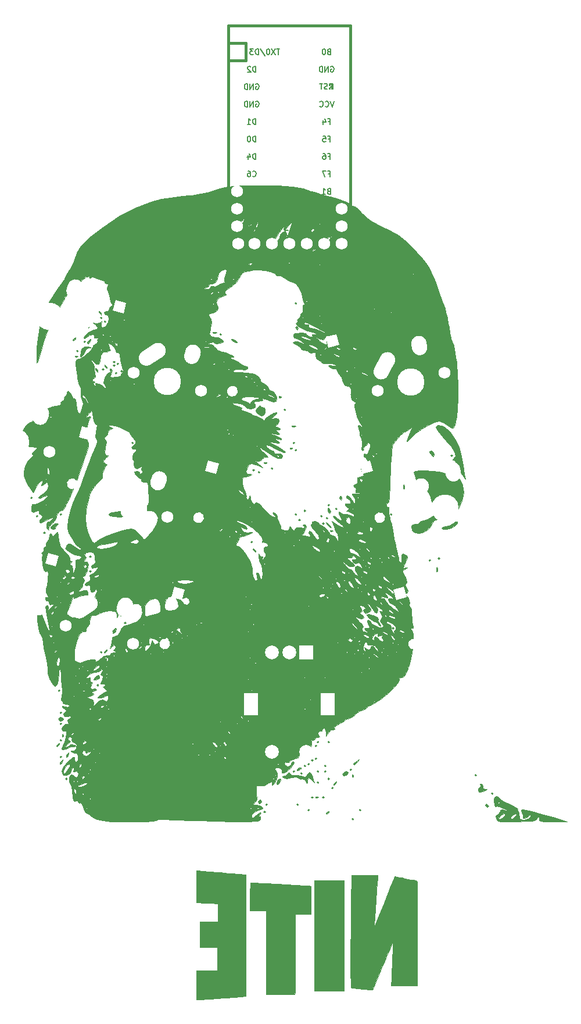
<source format=gbo>
%TF.GenerationSoftware,KiCad,Pcbnew,(5.1.9)-1*%
%TF.CreationDate,2022-03-20T18:05:12-04:00*%
%TF.ProjectId,essence-pcb-rev_1,65737365-6e63-4652-9d70-63622d726576,rev?*%
%TF.SameCoordinates,Original*%
%TF.FileFunction,Legend,Bot*%
%TF.FilePolarity,Positive*%
%FSLAX46Y46*%
G04 Gerber Fmt 4.6, Leading zero omitted, Abs format (unit mm)*
G04 Created by KiCad (PCBNEW (5.1.9)-1) date 2022-03-20 18:05:12*
%MOMM*%
%LPD*%
G01*
G04 APERTURE LIST*
%ADD10C,0.010000*%
%ADD11C,0.381000*%
%ADD12C,0.150000*%
%ADD13C,1.200000*%
%ADD14C,2.100000*%
%ADD15C,1.750000*%
%ADD16C,1.752600*%
%ADD17R,1.752600X1.752600*%
%ADD18C,2.000000*%
%ADD19R,2.000000X3.200000*%
%ADD20R,2.000000X2.000000*%
%ADD21C,2.250000*%
%ADD22C,3.987800*%
%ADD23C,3.048000*%
%ADD24C,1.905000*%
%ADD25C,0.100000*%
%ADD26O,1.600000X1.600000*%
%ADD27R,1.600000X1.600000*%
G04 APERTURE END LIST*
D10*
%TO.C,G\u002A\u002A\u002A*%
G36*
X200829333Y-159065080D02*
G01*
X201273833Y-159118470D01*
X201576941Y-159144169D01*
X201972012Y-159163310D01*
X202381707Y-159172327D01*
X202447349Y-159172597D01*
X202841817Y-159179474D01*
X203225221Y-159197012D01*
X203525600Y-159221711D01*
X203569183Y-159227174D01*
X203962000Y-159281016D01*
X203962000Y-161882666D01*
X201337333Y-161882666D01*
X201337333Y-165608000D01*
X203877333Y-165608000D01*
X203877333Y-167306655D01*
X203876344Y-167884454D01*
X203872122Y-168314273D01*
X203862791Y-168617461D01*
X203846470Y-168815365D01*
X203821281Y-168929335D01*
X203785345Y-168980718D01*
X203736784Y-168990863D01*
X203729166Y-168990238D01*
X203597056Y-168985709D01*
X203327917Y-168982944D01*
X202954049Y-168982056D01*
X202507749Y-168983158D01*
X202205166Y-168984916D01*
X200829333Y-168994666D01*
X200829333Y-173228000D01*
X201358500Y-173215684D01*
X201693390Y-173202887D01*
X202120124Y-173179643D01*
X202561861Y-173150287D01*
X202692000Y-173140454D01*
X203022559Y-173115189D01*
X203482776Y-173080842D01*
X204033400Y-173040299D01*
X204635177Y-172996446D01*
X205248858Y-172952170D01*
X205401333Y-172941245D01*
X205975357Y-172899210D01*
X206513311Y-172858020D01*
X206985007Y-172820125D01*
X207360252Y-172787979D01*
X207608856Y-172764033D01*
X207666166Y-172757288D01*
X208026000Y-172709624D01*
X208026000Y-163867145D01*
X208025331Y-162659069D01*
X208023384Y-161499713D01*
X208020249Y-160400171D01*
X208016014Y-159371534D01*
X208010771Y-158424893D01*
X208004608Y-157571340D01*
X207997614Y-156821967D01*
X207989880Y-156187866D01*
X207981495Y-155680129D01*
X207972549Y-155309846D01*
X207963131Y-155088111D01*
X207954583Y-155024666D01*
X207843321Y-155017797D01*
X207585982Y-154998443D01*
X207205211Y-154968485D01*
X206723654Y-154929805D01*
X206163955Y-154884284D01*
X205548762Y-154833803D01*
X204900718Y-154780242D01*
X204242470Y-154725484D01*
X203596664Y-154671410D01*
X202985943Y-154619900D01*
X202432955Y-154572835D01*
X201960345Y-154532098D01*
X201590757Y-154499568D01*
X201346839Y-154477128D01*
X201273833Y-154469698D01*
X200829333Y-154419815D01*
X200829333Y-159065080D01*
G37*
X200829333Y-159065080D02*
X201273833Y-159118470D01*
X201576941Y-159144169D01*
X201972012Y-159163310D01*
X202381707Y-159172327D01*
X202447349Y-159172597D01*
X202841817Y-159179474D01*
X203225221Y-159197012D01*
X203525600Y-159221711D01*
X203569183Y-159227174D01*
X203962000Y-159281016D01*
X203962000Y-161882666D01*
X201337333Y-161882666D01*
X201337333Y-165608000D01*
X203877333Y-165608000D01*
X203877333Y-167306655D01*
X203876344Y-167884454D01*
X203872122Y-168314273D01*
X203862791Y-168617461D01*
X203846470Y-168815365D01*
X203821281Y-168929335D01*
X203785345Y-168980718D01*
X203736784Y-168990863D01*
X203729166Y-168990238D01*
X203597056Y-168985709D01*
X203327917Y-168982944D01*
X202954049Y-168982056D01*
X202507749Y-168983158D01*
X202205166Y-168984916D01*
X200829333Y-168994666D01*
X200829333Y-173228000D01*
X201358500Y-173215684D01*
X201693390Y-173202887D01*
X202120124Y-173179643D01*
X202561861Y-173150287D01*
X202692000Y-173140454D01*
X203022559Y-173115189D01*
X203482776Y-173080842D01*
X204033400Y-173040299D01*
X204635177Y-172996446D01*
X205248858Y-172952170D01*
X205401333Y-172941245D01*
X205975357Y-172899210D01*
X206513311Y-172858020D01*
X206985007Y-172820125D01*
X207360252Y-172787979D01*
X207608856Y-172764033D01*
X207666166Y-172757288D01*
X208026000Y-172709624D01*
X208026000Y-163867145D01*
X208025331Y-162659069D01*
X208023384Y-161499713D01*
X208020249Y-160400171D01*
X208016014Y-159371534D01*
X208010771Y-158424893D01*
X208004608Y-157571340D01*
X207997614Y-156821967D01*
X207989880Y-156187866D01*
X207981495Y-155680129D01*
X207972549Y-155309846D01*
X207963131Y-155088111D01*
X207954583Y-155024666D01*
X207843321Y-155017797D01*
X207585982Y-154998443D01*
X207205211Y-154968485D01*
X206723654Y-154929805D01*
X206163955Y-154884284D01*
X205548762Y-154833803D01*
X204900718Y-154780242D01*
X204242470Y-154725484D01*
X203596664Y-154671410D01*
X202985943Y-154619900D01*
X202432955Y-154572835D01*
X201960345Y-154532098D01*
X201590757Y-154499568D01*
X201346839Y-154477128D01*
X201273833Y-154469698D01*
X200829333Y-154419815D01*
X200829333Y-159065080D01*
G36*
X208682166Y-156208356D02*
G01*
X208664467Y-156289636D01*
X208648666Y-156517084D01*
X208635488Y-156867537D01*
X208625656Y-157317833D01*
X208619893Y-157844810D01*
X208618666Y-158242000D01*
X208618666Y-160274000D01*
X210989333Y-160274000D01*
X210989333Y-172466000D01*
X215130327Y-172466000D01*
X215179795Y-172190833D01*
X215187952Y-172060187D01*
X215194954Y-171775130D01*
X215200738Y-171350579D01*
X215205239Y-170801453D01*
X215208393Y-170142671D01*
X215210137Y-169389149D01*
X215210407Y-168555807D01*
X215209139Y-167657562D01*
X215206269Y-166709334D01*
X215204798Y-166351072D01*
X215180333Y-160786478D01*
X217466333Y-160739666D01*
X217489037Y-158726765D01*
X217494593Y-158060353D01*
X217493924Y-157546565D01*
X217486342Y-157168785D01*
X217471160Y-156910393D01*
X217447691Y-156754773D01*
X217415248Y-156685307D01*
X217404370Y-156679002D01*
X217308563Y-156670135D01*
X217063146Y-156653654D01*
X216687622Y-156630610D01*
X216201494Y-156602056D01*
X215624263Y-156569045D01*
X214975432Y-156532629D01*
X214274504Y-156493859D01*
X213540979Y-156453789D01*
X212794361Y-156413471D01*
X212054152Y-156373957D01*
X211339853Y-156336299D01*
X210670968Y-156301550D01*
X210066999Y-156270763D01*
X209547447Y-156244988D01*
X209131815Y-156225279D01*
X208839605Y-156212689D01*
X208690320Y-156208269D01*
X208682166Y-156208356D01*
G37*
X208682166Y-156208356D02*
X208664467Y-156289636D01*
X208648666Y-156517084D01*
X208635488Y-156867537D01*
X208625656Y-157317833D01*
X208619893Y-157844810D01*
X208618666Y-158242000D01*
X208618666Y-160274000D01*
X210989333Y-160274000D01*
X210989333Y-172466000D01*
X215130327Y-172466000D01*
X215179795Y-172190833D01*
X215187952Y-172060187D01*
X215194954Y-171775130D01*
X215200738Y-171350579D01*
X215205239Y-170801453D01*
X215208393Y-170142671D01*
X215210137Y-169389149D01*
X215210407Y-168555807D01*
X215209139Y-167657562D01*
X215206269Y-166709334D01*
X215204798Y-166351072D01*
X215180333Y-160786478D01*
X217466333Y-160739666D01*
X217489037Y-158726765D01*
X217494593Y-158060353D01*
X217493924Y-157546565D01*
X217486342Y-157168785D01*
X217471160Y-156910393D01*
X217447691Y-156754773D01*
X217415248Y-156685307D01*
X217404370Y-156679002D01*
X217308563Y-156670135D01*
X217063146Y-156653654D01*
X216687622Y-156630610D01*
X216201494Y-156602056D01*
X215624263Y-156569045D01*
X214975432Y-156532629D01*
X214274504Y-156493859D01*
X213540979Y-156453789D01*
X212794361Y-156413471D01*
X212054152Y-156373957D01*
X211339853Y-156336299D01*
X210670968Y-156301550D01*
X210066999Y-156270763D01*
X209547447Y-156244988D01*
X209131815Y-156225279D01*
X208839605Y-156212689D01*
X208690320Y-156208269D01*
X208682166Y-156208356D01*
G36*
X218016666Y-171958000D02*
G01*
X222334666Y-171958000D01*
X222334666Y-155871333D01*
X218016666Y-155871333D01*
X218016666Y-171958000D01*
G37*
X218016666Y-171958000D02*
X222334666Y-171958000D01*
X222334666Y-155871333D01*
X218016666Y-155871333D01*
X218016666Y-171958000D01*
G36*
X223322254Y-159236833D02*
G01*
X223309722Y-160262745D01*
X223298162Y-161408368D01*
X223287892Y-162626825D01*
X223279235Y-163871240D01*
X223272510Y-165094738D01*
X223268037Y-166250441D01*
X223266138Y-167291473D01*
X223266095Y-167449500D01*
X223266373Y-168388020D01*
X223267593Y-169171190D01*
X223270262Y-169812989D01*
X223274886Y-170327400D01*
X223281971Y-170728403D01*
X223292025Y-171029981D01*
X223305553Y-171246113D01*
X223323062Y-171390783D01*
X223345059Y-171477971D01*
X223372051Y-171521658D01*
X223404543Y-171535827D01*
X223414166Y-171536403D01*
X223547697Y-171544981D01*
X223815977Y-171567429D01*
X224185264Y-171600750D01*
X224621815Y-171641947D01*
X224832333Y-171662366D01*
X225396980Y-171716733D01*
X225815860Y-171754205D01*
X226111610Y-171775626D01*
X226306864Y-171781843D01*
X226424258Y-171773703D01*
X226486426Y-171752053D01*
X226511857Y-171725166D01*
X226551172Y-171635716D01*
X226647792Y-171406009D01*
X226794908Y-171052514D01*
X226985708Y-170591699D01*
X227213379Y-170040032D01*
X227471112Y-169413982D01*
X227752093Y-168730017D01*
X227921366Y-168317333D01*
X228214024Y-167606268D01*
X228489287Y-166942895D01*
X228740093Y-166343840D01*
X228959378Y-165825732D01*
X229140077Y-165405200D01*
X229275127Y-165098871D01*
X229357465Y-164923373D01*
X229378023Y-164888333D01*
X229418436Y-164915333D01*
X229432841Y-165103782D01*
X229421381Y-165456323D01*
X229414796Y-165565666D01*
X229395614Y-165912823D01*
X229374094Y-166381461D01*
X229352205Y-166923783D01*
X229331918Y-167491992D01*
X229320551Y-167851666D01*
X229302010Y-168427123D01*
X229280370Y-169022965D01*
X229257710Y-169586383D01*
X229236111Y-170064569D01*
X229224679Y-170285833D01*
X229174159Y-171196000D01*
X233002666Y-171196000D01*
X233002666Y-163581705D01*
X233002527Y-162271115D01*
X233001974Y-161119544D01*
X233000809Y-160116679D01*
X232998832Y-159252206D01*
X232995844Y-158515810D01*
X232991644Y-157897178D01*
X232986035Y-157385996D01*
X232978816Y-156971951D01*
X232969787Y-156644728D01*
X232958749Y-156394013D01*
X232945503Y-156209493D01*
X232929849Y-156080854D01*
X232911587Y-155997782D01*
X232890519Y-155949962D01*
X232866444Y-155927083D01*
X232854500Y-155922152D01*
X232702365Y-155884179D01*
X232430490Y-155824380D01*
X232069914Y-155748864D01*
X231651678Y-155663743D01*
X231206823Y-155575126D01*
X230766390Y-155489124D01*
X230361420Y-155411848D01*
X230022953Y-155349407D01*
X229782030Y-155307913D01*
X229669692Y-155293476D01*
X229665391Y-155294366D01*
X229631502Y-155375639D01*
X229542751Y-155595085D01*
X229406787Y-155933507D01*
X229231262Y-156371706D01*
X229023826Y-156890485D01*
X228792130Y-157470646D01*
X228543823Y-158092990D01*
X228286558Y-158738319D01*
X228027983Y-159387435D01*
X227775750Y-160021141D01*
X227537510Y-160620237D01*
X227320912Y-161165527D01*
X227133608Y-161637811D01*
X226983247Y-162017892D01*
X226877481Y-162286572D01*
X226824364Y-162423575D01*
X226750373Y-162581638D01*
X226696140Y-162631299D01*
X226694160Y-162629715D01*
X226693302Y-162541674D01*
X226704048Y-162306023D01*
X226724881Y-161943979D01*
X226754287Y-161476757D01*
X226790750Y-160925573D01*
X226832753Y-160311641D01*
X226878781Y-159656178D01*
X226927318Y-158980398D01*
X226976849Y-158305518D01*
X227025857Y-157652752D01*
X227072827Y-157043316D01*
X227116243Y-156498426D01*
X227154589Y-156039296D01*
X227186350Y-155687143D01*
X227199708Y-155553833D01*
X227246812Y-155109333D01*
X223378318Y-155109333D01*
X223322254Y-159236833D01*
G37*
X223322254Y-159236833D02*
X223309722Y-160262745D01*
X223298162Y-161408368D01*
X223287892Y-162626825D01*
X223279235Y-163871240D01*
X223272510Y-165094738D01*
X223268037Y-166250441D01*
X223266138Y-167291473D01*
X223266095Y-167449500D01*
X223266373Y-168388020D01*
X223267593Y-169171190D01*
X223270262Y-169812989D01*
X223274886Y-170327400D01*
X223281971Y-170728403D01*
X223292025Y-171029981D01*
X223305553Y-171246113D01*
X223323062Y-171390783D01*
X223345059Y-171477971D01*
X223372051Y-171521658D01*
X223404543Y-171535827D01*
X223414166Y-171536403D01*
X223547697Y-171544981D01*
X223815977Y-171567429D01*
X224185264Y-171600750D01*
X224621815Y-171641947D01*
X224832333Y-171662366D01*
X225396980Y-171716733D01*
X225815860Y-171754205D01*
X226111610Y-171775626D01*
X226306864Y-171781843D01*
X226424258Y-171773703D01*
X226486426Y-171752053D01*
X226511857Y-171725166D01*
X226551172Y-171635716D01*
X226647792Y-171406009D01*
X226794908Y-171052514D01*
X226985708Y-170591699D01*
X227213379Y-170040032D01*
X227471112Y-169413982D01*
X227752093Y-168730017D01*
X227921366Y-168317333D01*
X228214024Y-167606268D01*
X228489287Y-166942895D01*
X228740093Y-166343840D01*
X228959378Y-165825732D01*
X229140077Y-165405200D01*
X229275127Y-165098871D01*
X229357465Y-164923373D01*
X229378023Y-164888333D01*
X229418436Y-164915333D01*
X229432841Y-165103782D01*
X229421381Y-165456323D01*
X229414796Y-165565666D01*
X229395614Y-165912823D01*
X229374094Y-166381461D01*
X229352205Y-166923783D01*
X229331918Y-167491992D01*
X229320551Y-167851666D01*
X229302010Y-168427123D01*
X229280370Y-169022965D01*
X229257710Y-169586383D01*
X229236111Y-170064569D01*
X229224679Y-170285833D01*
X229174159Y-171196000D01*
X233002666Y-171196000D01*
X233002666Y-163581705D01*
X233002527Y-162271115D01*
X233001974Y-161119544D01*
X233000809Y-160116679D01*
X232998832Y-159252206D01*
X232995844Y-158515810D01*
X232991644Y-157897178D01*
X232986035Y-157385996D01*
X232978816Y-156971951D01*
X232969787Y-156644728D01*
X232958749Y-156394013D01*
X232945503Y-156209493D01*
X232929849Y-156080854D01*
X232911587Y-155997782D01*
X232890519Y-155949962D01*
X232866444Y-155927083D01*
X232854500Y-155922152D01*
X232702365Y-155884179D01*
X232430490Y-155824380D01*
X232069914Y-155748864D01*
X231651678Y-155663743D01*
X231206823Y-155575126D01*
X230766390Y-155489124D01*
X230361420Y-155411848D01*
X230022953Y-155349407D01*
X229782030Y-155307913D01*
X229669692Y-155293476D01*
X229665391Y-155294366D01*
X229631502Y-155375639D01*
X229542751Y-155595085D01*
X229406787Y-155933507D01*
X229231262Y-156371706D01*
X229023826Y-156890485D01*
X228792130Y-157470646D01*
X228543823Y-158092990D01*
X228286558Y-158738319D01*
X228027983Y-159387435D01*
X227775750Y-160021141D01*
X227537510Y-160620237D01*
X227320912Y-161165527D01*
X227133608Y-161637811D01*
X226983247Y-162017892D01*
X226877481Y-162286572D01*
X226824364Y-162423575D01*
X226750373Y-162581638D01*
X226696140Y-162631299D01*
X226694160Y-162629715D01*
X226693302Y-162541674D01*
X226704048Y-162306023D01*
X226724881Y-161943979D01*
X226754287Y-161476757D01*
X226790750Y-160925573D01*
X226832753Y-160311641D01*
X226878781Y-159656178D01*
X226927318Y-158980398D01*
X226976849Y-158305518D01*
X227025857Y-157652752D01*
X227072827Y-157043316D01*
X227116243Y-156498426D01*
X227154589Y-156039296D01*
X227186350Y-155687143D01*
X227199708Y-155553833D01*
X227246812Y-155109333D01*
X223378318Y-155109333D01*
X223322254Y-159236833D01*
G36*
X244218439Y-143732241D02*
G01*
X244118107Y-144195132D01*
X244198886Y-144862174D01*
X244287954Y-145124096D01*
X244442207Y-145108300D01*
X244508473Y-145069211D01*
X244881643Y-145089824D01*
X245511016Y-145331902D01*
X245778473Y-145470189D01*
X246297495Y-145783898D01*
X246337794Y-145877464D01*
X245909338Y-145747829D01*
X245452566Y-145570211D01*
X245111446Y-145603100D01*
X245051513Y-145837579D01*
X244861881Y-146210360D01*
X244675492Y-146267237D01*
X244413296Y-146463438D01*
X244442482Y-146814118D01*
X244540785Y-147054819D01*
X244750014Y-147209919D01*
X245168316Y-147295686D01*
X245893839Y-147328392D01*
X247024731Y-147324307D01*
X247481897Y-147317982D01*
X248815265Y-147274406D01*
X249759716Y-147192679D01*
X250258283Y-147079080D01*
X250321749Y-147005049D01*
X250473989Y-146681603D01*
X250599590Y-146612527D01*
X250818288Y-146670981D01*
X250771511Y-146913317D01*
X250756266Y-147125709D01*
X250975315Y-147249952D01*
X251523189Y-147305317D01*
X252494418Y-147311079D01*
X252709750Y-147308494D01*
X254810461Y-147280277D01*
X253072566Y-146766261D01*
X252041320Y-146461147D01*
X251099991Y-146182463D01*
X250532566Y-146014318D01*
X249662672Y-145782618D01*
X248837969Y-145594346D01*
X248254921Y-145500316D01*
X248085760Y-145594241D01*
X248225375Y-145935293D01*
X248226983Y-145938300D01*
X248383766Y-146419672D01*
X248339650Y-146633135D01*
X248398842Y-146777199D01*
X248594145Y-146801974D01*
X249034868Y-146620822D01*
X249136839Y-146467764D01*
X249372796Y-146288362D01*
X249485587Y-146348617D01*
X249512227Y-146624150D01*
X249159499Y-146889518D01*
X248576171Y-147050801D01*
X248350434Y-147065248D01*
X247903239Y-146929359D01*
X247848203Y-146601448D01*
X247805878Y-146263002D01*
X247437113Y-146263002D01*
X247198266Y-146658885D01*
X246813307Y-146923724D01*
X246609430Y-146907047D01*
X246590602Y-146657711D01*
X246839830Y-146397114D01*
X247305461Y-146148275D01*
X247437113Y-146263002D01*
X247805878Y-146263002D01*
X247788443Y-146123584D01*
X245799088Y-146123584D01*
X245760029Y-146398927D01*
X245471664Y-146687388D01*
X244981477Y-146950506D01*
X244835073Y-146849127D01*
X245099611Y-146450408D01*
X245166100Y-146381824D01*
X245575934Y-146107334D01*
X245799088Y-146123584D01*
X247788443Y-146123584D01*
X247774617Y-146013038D01*
X247658123Y-145799343D01*
X247543465Y-145512582D01*
X247625618Y-145462520D01*
X247536840Y-145361777D01*
X247068265Y-145103243D01*
X246487960Y-144821578D01*
X245827820Y-144484781D01*
X244962390Y-144484781D01*
X244925689Y-144643731D01*
X244784145Y-144663027D01*
X244564070Y-144565201D01*
X244605899Y-144484781D01*
X244923203Y-144452782D01*
X244962390Y-144484781D01*
X245827820Y-144484781D01*
X245701618Y-144420394D01*
X245125370Y-144061806D01*
X244934812Y-143888401D01*
X244555927Y-143592636D01*
X244218439Y-143732241D01*
G37*
X244218439Y-143732241D02*
X244118107Y-144195132D01*
X244198886Y-144862174D01*
X244287954Y-145124096D01*
X244442207Y-145108300D01*
X244508473Y-145069211D01*
X244881643Y-145089824D01*
X245511016Y-145331902D01*
X245778473Y-145470189D01*
X246297495Y-145783898D01*
X246337794Y-145877464D01*
X245909338Y-145747829D01*
X245452566Y-145570211D01*
X245111446Y-145603100D01*
X245051513Y-145837579D01*
X244861881Y-146210360D01*
X244675492Y-146267237D01*
X244413296Y-146463438D01*
X244442482Y-146814118D01*
X244540785Y-147054819D01*
X244750014Y-147209919D01*
X245168316Y-147295686D01*
X245893839Y-147328392D01*
X247024731Y-147324307D01*
X247481897Y-147317982D01*
X248815265Y-147274406D01*
X249759716Y-147192679D01*
X250258283Y-147079080D01*
X250321749Y-147005049D01*
X250473989Y-146681603D01*
X250599590Y-146612527D01*
X250818288Y-146670981D01*
X250771511Y-146913317D01*
X250756266Y-147125709D01*
X250975315Y-147249952D01*
X251523189Y-147305317D01*
X252494418Y-147311079D01*
X252709750Y-147308494D01*
X254810461Y-147280277D01*
X253072566Y-146766261D01*
X252041320Y-146461147D01*
X251099991Y-146182463D01*
X250532566Y-146014318D01*
X249662672Y-145782618D01*
X248837969Y-145594346D01*
X248254921Y-145500316D01*
X248085760Y-145594241D01*
X248225375Y-145935293D01*
X248226983Y-145938300D01*
X248383766Y-146419672D01*
X248339650Y-146633135D01*
X248398842Y-146777199D01*
X248594145Y-146801974D01*
X249034868Y-146620822D01*
X249136839Y-146467764D01*
X249372796Y-146288362D01*
X249485587Y-146348617D01*
X249512227Y-146624150D01*
X249159499Y-146889518D01*
X248576171Y-147050801D01*
X248350434Y-147065248D01*
X247903239Y-146929359D01*
X247848203Y-146601448D01*
X247805878Y-146263002D01*
X247437113Y-146263002D01*
X247198266Y-146658885D01*
X246813307Y-146923724D01*
X246609430Y-146907047D01*
X246590602Y-146657711D01*
X246839830Y-146397114D01*
X247305461Y-146148275D01*
X247437113Y-146263002D01*
X247805878Y-146263002D01*
X247788443Y-146123584D01*
X245799088Y-146123584D01*
X245760029Y-146398927D01*
X245471664Y-146687388D01*
X244981477Y-146950506D01*
X244835073Y-146849127D01*
X245099611Y-146450408D01*
X245166100Y-146381824D01*
X245575934Y-146107334D01*
X245799088Y-146123584D01*
X247788443Y-146123584D01*
X247774617Y-146013038D01*
X247658123Y-145799343D01*
X247543465Y-145512582D01*
X247625618Y-145462520D01*
X247536840Y-145361777D01*
X247068265Y-145103243D01*
X246487960Y-144821578D01*
X245827820Y-144484781D01*
X244962390Y-144484781D01*
X244925689Y-144643731D01*
X244784145Y-144663027D01*
X244564070Y-144565201D01*
X244605899Y-144484781D01*
X244923203Y-144452782D01*
X244962390Y-144484781D01*
X245827820Y-144484781D01*
X245701618Y-144420394D01*
X245125370Y-144061806D01*
X244934812Y-143888401D01*
X244555927Y-143592636D01*
X244218439Y-143732241D01*
G36*
X209357829Y-54664429D02*
G01*
X207637054Y-54707452D01*
X206343103Y-54770032D01*
X205368115Y-54864273D01*
X204604231Y-55002281D01*
X203943589Y-55196159D01*
X203651232Y-55304863D01*
X202724568Y-55589791D01*
X201481607Y-55868522D01*
X200139296Y-56094883D01*
X199640706Y-56158430D01*
X198156797Y-56328945D01*
X197082920Y-56459923D01*
X196297709Y-56571469D01*
X195679795Y-56683687D01*
X195107811Y-56816680D01*
X194460389Y-56990553D01*
X194229322Y-57054802D01*
X191978303Y-57883448D01*
X189586233Y-59134703D01*
X187150697Y-60752641D01*
X185472148Y-62073482D01*
X184512633Y-62927039D01*
X183879359Y-63635456D01*
X183454174Y-64351010D01*
X183190117Y-65014535D01*
X182815098Y-65963769D01*
X182403592Y-66811847D01*
X182187485Y-67167458D01*
X181840517Y-67705262D01*
X181685731Y-68039233D01*
X181685197Y-68047878D01*
X181536788Y-68334311D01*
X181149060Y-68915256D01*
X180645822Y-69610814D01*
X179372267Y-71513455D01*
X178478602Y-73359348D01*
X177906974Y-75313894D01*
X177599526Y-77542493D01*
X177540222Y-78489343D01*
X177492546Y-79571753D01*
X177480630Y-80260243D01*
X177523588Y-80534087D01*
X177640532Y-80372561D01*
X177850574Y-79754938D01*
X178172830Y-78660494D01*
X178526497Y-77419869D01*
X178938934Y-76228856D01*
X179518525Y-74872789D01*
X180143126Y-73636339D01*
X180171349Y-73586285D01*
X180726819Y-72606835D01*
X181212624Y-71750078D01*
X181543169Y-71166968D01*
X181594447Y-71076463D01*
X182001029Y-70539006D01*
X182672577Y-69814473D01*
X183457318Y-69050858D01*
X184203479Y-68396156D01*
X184740652Y-68008580D01*
X185339014Y-67884068D01*
X185933673Y-68095598D01*
X186612607Y-68366585D01*
X187115187Y-68461380D01*
X187440821Y-68577490D01*
X187433619Y-68730395D01*
X187500079Y-68954411D01*
X187717946Y-68997764D01*
X188011681Y-69082903D01*
X187873771Y-69351704D01*
X187735542Y-69796871D01*
X187839473Y-69965092D01*
X188046262Y-70403395D01*
X188155986Y-71014835D01*
X188283684Y-71646693D01*
X188491756Y-72001564D01*
X188590845Y-72175345D01*
X188436250Y-72202090D01*
X188140065Y-72421543D01*
X188102040Y-72607237D01*
X187888020Y-72961706D01*
X187700987Y-73008290D01*
X187345181Y-73152661D01*
X187299934Y-73275658D01*
X187501770Y-73480666D01*
X187634145Y-73476185D01*
X187908796Y-73618645D01*
X188001253Y-74061336D01*
X187922014Y-74605680D01*
X187681575Y-75053095D01*
X187545182Y-75159076D01*
X187040969Y-75384050D01*
X186882532Y-75258146D01*
X186947106Y-74813027D01*
X186987146Y-74440657D01*
X186833857Y-74554714D01*
X186402990Y-74768645D01*
X186075400Y-74733414D01*
X185724855Y-74639828D01*
X185815400Y-74773831D01*
X186029934Y-74954360D01*
X186437323Y-75370734D01*
X186355185Y-75606421D01*
X185792894Y-75731057D01*
X185115510Y-76021086D01*
X184659715Y-76484079D01*
X184406544Y-76914986D01*
X184461045Y-76972283D01*
X184629387Y-76859795D01*
X185245791Y-76488644D01*
X185711451Y-76350174D01*
X185901919Y-76471802D01*
X185879181Y-76584469D01*
X185915245Y-76852040D01*
X186317307Y-76851905D01*
X186639491Y-76826516D01*
X186563005Y-76905003D01*
X186346814Y-77188153D01*
X186379425Y-77310909D01*
X186309177Y-77597706D01*
X186113723Y-77717731D01*
X185749024Y-77999569D01*
X185695724Y-78154791D01*
X185491628Y-78569239D01*
X184993899Y-79099176D01*
X184374376Y-79596879D01*
X183804894Y-79914625D01*
X183595977Y-79959869D01*
X183243791Y-80073768D01*
X183183515Y-80508117D01*
X183207266Y-80695132D01*
X183308776Y-81419647D01*
X183430122Y-82359686D01*
X183471885Y-82700395D01*
X183597959Y-83439964D01*
X183747295Y-83897803D01*
X183821395Y-83970395D01*
X183939380Y-84198447D01*
X183938675Y-84692845D01*
X183939117Y-85331991D01*
X184034765Y-85695477D01*
X184259639Y-86450017D01*
X184058443Y-87399479D01*
X184057250Y-87402619D01*
X183835178Y-87850189D01*
X183638497Y-87831258D01*
X183545519Y-87704493D01*
X183369827Y-87170823D01*
X183293539Y-86434225D01*
X183293502Y-86427774D01*
X183223070Y-85856230D01*
X183045753Y-85696453D01*
X183022040Y-85708290D01*
X182776144Y-85676368D01*
X182754671Y-85571287D01*
X182582010Y-85150544D01*
X182353619Y-84867989D01*
X182044270Y-84607645D01*
X181955607Y-84756968D01*
X181952566Y-84887087D01*
X181805912Y-85254853D01*
X181669418Y-85307237D01*
X181510298Y-85471294D01*
X181552680Y-85576494D01*
X181495285Y-85882380D01*
X181302627Y-86005563D01*
X181018243Y-86257022D01*
X181034091Y-86404727D01*
X180968823Y-86637857D01*
X180832029Y-86674920D01*
X179770635Y-86865310D01*
X179074159Y-87195107D01*
X178816522Y-87624562D01*
X178831340Y-87750742D01*
X178833832Y-88087766D01*
X178703073Y-88089222D01*
X178318756Y-88061165D01*
X177775012Y-88213821D01*
X177272503Y-88461676D01*
X177011889Y-88719218D01*
X177020583Y-88806218D01*
X176911802Y-89033127D01*
X176541440Y-89190420D01*
X176077285Y-89501479D01*
X175608798Y-90086387D01*
X175272291Y-90736382D01*
X175203232Y-91239891D01*
X175031707Y-91456192D01*
X174728187Y-91592119D01*
X174284392Y-91984202D01*
X174198882Y-92426297D01*
X174279204Y-92869209D01*
X174443414Y-92941351D01*
X174736638Y-92987904D01*
X174782725Y-93074557D01*
X175068553Y-93228828D01*
X175362716Y-93172699D01*
X175678158Y-92975824D01*
X175502628Y-92741920D01*
X175491299Y-92733835D01*
X175423348Y-92589174D01*
X175861833Y-92609099D01*
X176037040Y-92637358D01*
X176789315Y-92748716D01*
X177361110Y-92802131D01*
X177373882Y-92802448D01*
X177591993Y-92879736D01*
X177399634Y-93142982D01*
X177177156Y-93337185D01*
X176822882Y-93711119D01*
X176886102Y-93869716D01*
X176909788Y-93871157D01*
X177064976Y-93956920D01*
X176814220Y-94147056D01*
X176266236Y-94707272D01*
X175834816Y-95557655D01*
X175621324Y-96453852D01*
X175649691Y-96954393D01*
X175915385Y-97644667D01*
X176338250Y-98427691D01*
X176400397Y-98524882D01*
X176978144Y-99406244D01*
X177417345Y-98587305D01*
X177789984Y-98020675D01*
X178129881Y-97691209D01*
X178341511Y-97656612D01*
X178329350Y-97974588D01*
X178303923Y-98051738D01*
X178228748Y-98376643D01*
X178432882Y-98260667D01*
X178490899Y-98207764D01*
X178927125Y-97903312D01*
X179145742Y-98072234D01*
X179212040Y-98475140D01*
X179047775Y-99054035D01*
X178432037Y-99552961D01*
X177902607Y-99935186D01*
X177767764Y-100183788D01*
X178018670Y-100207980D01*
X178476776Y-100012500D01*
X179016278Y-99784828D01*
X179175963Y-99843442D01*
X178975497Y-100119163D01*
X178434545Y-100542809D01*
X178301156Y-100630316D01*
X177633369Y-100980718D01*
X177131103Y-101108093D01*
X177006250Y-101074690D01*
X176800799Y-101128200D01*
X176711506Y-101618755D01*
X176738612Y-102139607D01*
X176967980Y-102244702D01*
X177328365Y-102130633D01*
X177771327Y-102018998D01*
X177818012Y-102135823D01*
X177883392Y-102450396D01*
X178104435Y-102632753D01*
X178370275Y-102901797D01*
X178243742Y-103066017D01*
X177964741Y-103475054D01*
X177942040Y-103633823D01*
X178037727Y-103828585D01*
X178391251Y-103724297D01*
X178810987Y-103485359D01*
X179527680Y-103090731D01*
X179909912Y-102971533D01*
X179912900Y-103135279D01*
X179757318Y-103326543D01*
X179394506Y-103590988D01*
X179242437Y-103596918D01*
X179050542Y-103728276D01*
X178933327Y-104025768D01*
X178950426Y-104533138D01*
X179103456Y-104734047D01*
X179274668Y-104777981D01*
X179221107Y-104698819D01*
X179271594Y-104409388D01*
X179654580Y-103995702D01*
X179689001Y-103968127D01*
X180158107Y-103454832D01*
X180348355Y-102966885D01*
X180487002Y-102499633D01*
X180796241Y-102110328D01*
X181116026Y-101976912D01*
X181198717Y-102021458D01*
X181380931Y-101882894D01*
X181707092Y-101343219D01*
X181771341Y-101215658D01*
X179011513Y-101215658D01*
X178877829Y-101349343D01*
X178744145Y-101215658D01*
X178877829Y-101081974D01*
X179011513Y-101215658D01*
X181771341Y-101215658D01*
X182131204Y-100501188D01*
X182607274Y-99455557D01*
X183089307Y-98305079D01*
X183407490Y-97472500D01*
X179011513Y-97472500D01*
X178877829Y-97606185D01*
X178744145Y-97472500D01*
X178877829Y-97338816D01*
X179011513Y-97472500D01*
X183407490Y-97472500D01*
X183531308Y-97148511D01*
X183689268Y-96695683D01*
X179371346Y-96695683D01*
X179253851Y-96804079D01*
X179056884Y-96579924D01*
X179011513Y-96269343D01*
X179054642Y-95834115D01*
X179114014Y-95734606D01*
X179254460Y-95955059D01*
X179356351Y-96269343D01*
X179371346Y-96695683D01*
X183689268Y-96695683D01*
X183719447Y-96609171D01*
X184108546Y-95474585D01*
X184491850Y-94397653D01*
X184794106Y-93589257D01*
X184824856Y-93511550D01*
X185068538Y-92736434D01*
X185038369Y-92182207D01*
X184916621Y-91900745D01*
X184709052Y-91072722D01*
X184758616Y-90029902D01*
X185047084Y-89015877D01*
X185148114Y-88807079D01*
X185354659Y-88363412D01*
X185251599Y-88272942D01*
X185006555Y-88352939D01*
X184702105Y-88444255D01*
X184738690Y-88337413D01*
X179724496Y-88337413D01*
X179687794Y-88496363D01*
X179546250Y-88515658D01*
X179326176Y-88417832D01*
X179368005Y-88337413D01*
X179685308Y-88305414D01*
X179724496Y-88337413D01*
X184738690Y-88337413D01*
X184753211Y-88295008D01*
X185042293Y-87961224D01*
X185562040Y-87383778D01*
X185695724Y-88359626D01*
X185848367Y-89011177D01*
X186054388Y-89373171D01*
X186096776Y-89393460D01*
X186327578Y-89550349D01*
X186326604Y-89585132D01*
X186106756Y-90587540D01*
X186078058Y-91292275D01*
X186204591Y-91574407D01*
X186335555Y-91742113D01*
X186319646Y-92065284D01*
X186130468Y-92636659D01*
X185741624Y-93548978D01*
X185474657Y-94138834D01*
X185097573Y-95058119D01*
X184684404Y-96206149D01*
X184404522Y-97075277D01*
X184035108Y-98155719D01*
X183610332Y-99185247D01*
X183294943Y-99809391D01*
X182847290Y-100782199D01*
X182430999Y-102044499D01*
X182114317Y-103352319D01*
X181965491Y-104461687D01*
X181962090Y-104574190D01*
X182135147Y-105279147D01*
X182487303Y-105833011D01*
X182874547Y-106332678D01*
X183022040Y-106676124D01*
X183231432Y-106998005D01*
X183579676Y-107243703D01*
X183947599Y-107527262D01*
X183977440Y-107702012D01*
X183683902Y-107662177D01*
X183152512Y-107364817D01*
X182987099Y-107247891D01*
X182410623Y-106875417D01*
X182081988Y-106840304D01*
X181925007Y-106999515D01*
X181715990Y-107432531D01*
X181689292Y-107558792D01*
X181906658Y-107814803D01*
X182434155Y-108134317D01*
X183072767Y-108417391D01*
X183623479Y-108564081D01*
X183699464Y-108568290D01*
X184015036Y-108726869D01*
X184019214Y-108902500D01*
X183697486Y-109155656D01*
X183475897Y-109161294D01*
X183162687Y-109252651D01*
X183156379Y-109641164D01*
X183143439Y-110341806D01*
X183025942Y-110786054D01*
X182855416Y-111163164D01*
X182789235Y-111066441D01*
X182780852Y-110863688D01*
X182354848Y-110863688D01*
X182333608Y-111006983D01*
X182040026Y-111126370D01*
X181746857Y-110916745D01*
X181685197Y-110699849D01*
X181881697Y-110566023D01*
X182084714Y-110609960D01*
X182354848Y-110863688D01*
X182780852Y-110863688D01*
X182771619Y-110640395D01*
X182654309Y-110105220D01*
X182420461Y-109901038D01*
X182281278Y-109808604D01*
X182487303Y-109637764D01*
X182718043Y-109426032D01*
X182538366Y-109374489D01*
X182324613Y-109210411D01*
X182367560Y-109080468D01*
X182293903Y-108747983D01*
X181895030Y-108260322D01*
X181686729Y-108072568D01*
X181005253Y-107299875D01*
X180750529Y-106424074D01*
X180673531Y-105584525D01*
X180590523Y-105197515D01*
X180455097Y-105182372D01*
X180220845Y-105458424D01*
X180206168Y-105477813D01*
X179916938Y-105756496D01*
X179813619Y-105678339D01*
X179619508Y-105379421D01*
X179517645Y-105359869D01*
X179334652Y-105552729D01*
X179368068Y-105741373D01*
X179312924Y-106212614D01*
X179132249Y-106440089D01*
X178878966Y-106813163D01*
X178896552Y-106994374D01*
X178842135Y-107215121D01*
X178743118Y-107231448D01*
X178526838Y-107444892D01*
X178520139Y-107699343D01*
X178473079Y-108296437D01*
X178381418Y-108511260D01*
X178286030Y-108978923D01*
X178316316Y-109715103D01*
X178347858Y-109933339D01*
X178528955Y-110642085D01*
X178774534Y-110886062D01*
X178912968Y-110864434D01*
X179127030Y-110866323D01*
X179200334Y-111162423D01*
X179149520Y-111854548D01*
X179117508Y-112116039D01*
X179001875Y-112919952D01*
X178897815Y-113472863D01*
X178851016Y-113616602D01*
X178890910Y-113900572D01*
X179047595Y-114250446D01*
X179199335Y-114619177D01*
X179038188Y-114600565D01*
X178788577Y-114643836D01*
X178744145Y-114851448D01*
X178869905Y-115140230D01*
X179011513Y-115118816D01*
X179236132Y-115184565D01*
X179278882Y-115399011D01*
X179424080Y-115712319D01*
X179731786Y-115670652D01*
X180009389Y-115596039D01*
X179925047Y-115774427D01*
X179690347Y-116043100D01*
X179244444Y-116495310D01*
X179089828Y-116528384D01*
X179182194Y-116188290D01*
X179155761Y-115844978D01*
X179006698Y-115787237D01*
X178804496Y-115966736D01*
X178849201Y-116550333D01*
X178871878Y-116656185D01*
X179161812Y-117997256D01*
X179325984Y-118882244D01*
X179373736Y-119372455D01*
X179314414Y-119529193D01*
X179309823Y-119529393D01*
X179127878Y-119297181D01*
X178833966Y-118689814D01*
X178485778Y-117839245D01*
X178141003Y-116877429D01*
X178112096Y-116789869D01*
X177898849Y-116343022D01*
X177733539Y-116383882D01*
X177633903Y-116866273D01*
X177617676Y-117744018D01*
X177630008Y-118044977D01*
X177746821Y-119144163D01*
X177952309Y-119874242D01*
X178097903Y-120083539D01*
X178365100Y-120557213D01*
X178476775Y-121255897D01*
X178476776Y-121258535D01*
X178556470Y-122038370D01*
X178757833Y-123012238D01*
X178873199Y-123431586D01*
X179076880Y-124276736D01*
X179152939Y-124963549D01*
X179128779Y-125192348D01*
X179128231Y-125760079D01*
X179340948Y-126464473D01*
X179678726Y-127111466D01*
X180053359Y-127506994D01*
X180201028Y-127551448D01*
X180515986Y-127346159D01*
X180645831Y-126691743D01*
X180649145Y-126615658D01*
X180687440Y-125786623D01*
X180741993Y-125336674D01*
X180836995Y-125110220D01*
X180893218Y-125045883D01*
X180976238Y-125210154D01*
X181050331Y-125780969D01*
X181095202Y-126540147D01*
X181143174Y-127419625D01*
X181209379Y-128058159D01*
X181268532Y-128293379D01*
X181271725Y-128599128D01*
X181140008Y-129049466D01*
X181032893Y-129567220D01*
X181172858Y-129690395D01*
X181326371Y-129854586D01*
X181284145Y-129957764D01*
X181380042Y-130154873D01*
X181818882Y-130225132D01*
X182280381Y-130301379D01*
X182369132Y-130467400D01*
X182022481Y-130608415D01*
X181618089Y-130581240D01*
X181203051Y-130510401D01*
X181246445Y-130631522D01*
X181535773Y-130873709D01*
X181813380Y-131181230D01*
X181736300Y-131294606D01*
X181457568Y-131511583D01*
X181417829Y-131713676D01*
X181569598Y-132005356D01*
X181952566Y-131963027D01*
X182383149Y-131937456D01*
X182487303Y-132078694D01*
X182280694Y-132350705D01*
X182191329Y-132364079D01*
X182020261Y-132561566D01*
X182071776Y-132823825D01*
X182135934Y-133116824D01*
X182058140Y-133093513D01*
X181734802Y-133068569D01*
X181368118Y-133353004D01*
X181156700Y-133779328D01*
X181150461Y-133858952D01*
X181338558Y-134098368D01*
X181535675Y-134071055D01*
X181800857Y-134150723D01*
X181832690Y-134631369D01*
X181634637Y-135434530D01*
X181453884Y-135924117D01*
X181239620Y-136482817D01*
X181150461Y-136769380D01*
X181150461Y-136769406D01*
X181350565Y-136828994D01*
X181763707Y-136743652D01*
X182109129Y-136573656D01*
X182123073Y-136560590D01*
X182518023Y-136405689D01*
X182866075Y-136370512D01*
X183227488Y-136326423D01*
X183097178Y-136161692D01*
X183028146Y-136116669D01*
X182521411Y-136058983D01*
X182159199Y-136295886D01*
X181802980Y-136519596D01*
X181685197Y-136429330D01*
X181890288Y-136065720D01*
X182153092Y-135861285D01*
X182409543Y-135644561D01*
X182331338Y-135580631D01*
X182069607Y-135358124D01*
X182041689Y-135196939D01*
X182228441Y-134938179D01*
X182396644Y-134957587D01*
X182636670Y-135204006D01*
X182611963Y-135319733D01*
X182702887Y-135601187D01*
X183011846Y-135834413D01*
X183381028Y-136133196D01*
X183298094Y-136523668D01*
X183233189Y-136632639D01*
X182888606Y-136970963D01*
X182659846Y-136984422D01*
X182537516Y-137006797D01*
X182606721Y-137153628D01*
X182994701Y-137366495D01*
X183182768Y-137337014D01*
X183445713Y-137433483D01*
X183562731Y-137830158D01*
X183516003Y-138308077D01*
X183289408Y-138647237D01*
X183081613Y-138562487D01*
X183022040Y-138240242D01*
X182987559Y-137931416D01*
X182819710Y-137920209D01*
X182421881Y-138238670D01*
X182086250Y-138550664D01*
X181423232Y-139321324D01*
X181155186Y-139976401D01*
X181308965Y-140440158D01*
X181393701Y-140503904D01*
X181864146Y-140551302D01*
X182319866Y-140308414D01*
X182487303Y-139971253D01*
X182688266Y-139514084D01*
X182800107Y-139421261D01*
X182999594Y-139408121D01*
X182936854Y-139686737D01*
X182881961Y-140005358D01*
X182971026Y-140015608D01*
X183373816Y-139986270D01*
X183611719Y-140287094D01*
X183542663Y-140659557D01*
X183291565Y-140912798D01*
X183051932Y-140685089D01*
X182698650Y-140458235D01*
X182517195Y-140500341D01*
X182262869Y-140917100D01*
X182252953Y-141493350D01*
X182420461Y-141833378D01*
X182583687Y-142224466D01*
X182676689Y-142813728D01*
X182756284Y-143707592D01*
X182857148Y-144173835D01*
X183017388Y-144319309D01*
X183200285Y-144281871D01*
X183516053Y-144308320D01*
X183556776Y-144419829D01*
X183721494Y-144570776D01*
X183827285Y-144527402D01*
X184057739Y-144634894D01*
X184250923Y-145128771D01*
X184261759Y-145180044D01*
X184436172Y-145749216D01*
X184632747Y-145999343D01*
X184640573Y-145999869D01*
X184996839Y-146164138D01*
X185208731Y-146337198D01*
X185707326Y-146719628D01*
X186337890Y-146994675D01*
X187189264Y-147177923D01*
X188350286Y-147284959D01*
X189909797Y-147331366D01*
X190906209Y-147336711D01*
X192285905Y-147321813D01*
X193466427Y-147280857D01*
X194348819Y-147219454D01*
X194834123Y-147143214D01*
X194894420Y-147110626D01*
X195217684Y-147003781D01*
X195896900Y-146972973D01*
X196447568Y-146999738D01*
X197131600Y-147039489D01*
X198249690Y-147085860D01*
X199701252Y-147135513D01*
X201385699Y-147185108D01*
X203202445Y-147231308D01*
X203906778Y-147247284D01*
X205875763Y-147286779D01*
X207375206Y-147305807D01*
X208470019Y-147301335D01*
X209225111Y-147270329D01*
X209705395Y-147209754D01*
X209975781Y-147116576D01*
X210101179Y-146987762D01*
X210114702Y-146957120D01*
X210103672Y-146595779D01*
X209951017Y-146530512D01*
X209829731Y-146431647D01*
X210026250Y-146267237D01*
X210225815Y-146054478D01*
X210125830Y-146003963D01*
X209717944Y-146186036D01*
X209491513Y-146400921D01*
X209074965Y-146762509D01*
X208848849Y-146691986D01*
X208871806Y-146295922D01*
X209236784Y-145855555D01*
X209849406Y-145614811D01*
X210398622Y-145475467D01*
X210485933Y-145321782D01*
X210446452Y-145286886D01*
X209937127Y-145286886D01*
X209900426Y-145445837D01*
X209758882Y-145465132D01*
X209538807Y-145367306D01*
X209580636Y-145286886D01*
X208867654Y-145286886D01*
X208830952Y-145445837D01*
X208689408Y-145465132D01*
X208469334Y-145367306D01*
X208487984Y-145331448D01*
X184893619Y-145331448D01*
X184759934Y-145465132D01*
X184626250Y-145331448D01*
X184759934Y-145197764D01*
X184893619Y-145331448D01*
X208487984Y-145331448D01*
X208511162Y-145286886D01*
X208828466Y-145254888D01*
X208867654Y-145286886D01*
X209580636Y-145286886D01*
X209897940Y-145254888D01*
X209937127Y-145286886D01*
X210446452Y-145286886D01*
X210200788Y-145069753D01*
X209630546Y-144841264D01*
X209264999Y-144866957D01*
X208988891Y-144941902D01*
X209095062Y-144765316D01*
X209293444Y-144559669D01*
X209596855Y-144114121D01*
X209603388Y-143994606D01*
X185428355Y-143994606D01*
X185294671Y-144128290D01*
X185160987Y-143994606D01*
X185294671Y-143860921D01*
X185428355Y-143994606D01*
X209603388Y-143994606D01*
X209611876Y-143839366D01*
X209654473Y-143608849D01*
X209743102Y-143593553D01*
X209992021Y-143376362D01*
X210000755Y-143326185D01*
X184358882Y-143326185D01*
X184261056Y-143546259D01*
X184180636Y-143504430D01*
X184148637Y-143187126D01*
X184180636Y-143147939D01*
X184339586Y-143184641D01*
X184358882Y-143326185D01*
X210000755Y-143326185D01*
X210026250Y-143179734D01*
X210130727Y-142925132D01*
X209758882Y-142925132D01*
X209625197Y-143058816D01*
X209491513Y-142925132D01*
X183289408Y-142925132D01*
X183232204Y-143281857D01*
X183184329Y-143326185D01*
X183011929Y-143117114D01*
X182925352Y-142925132D01*
X182919795Y-142580853D01*
X183030431Y-142524079D01*
X183260233Y-142740764D01*
X183289408Y-142925132D01*
X209491513Y-142925132D01*
X209625197Y-142791448D01*
X209758882Y-142925132D01*
X210130727Y-142925132D01*
X210209990Y-142731976D01*
X210659743Y-142181075D01*
X210733713Y-142110260D01*
X211276178Y-141675359D01*
X211342575Y-141640756D01*
X184885875Y-141640756D01*
X184839620Y-141843783D01*
X184460529Y-142068854D01*
X183937575Y-142221152D01*
X183690461Y-142240557D01*
X183434627Y-142189605D01*
X183645091Y-142026826D01*
X183957829Y-141881527D01*
X184540669Y-141671438D01*
X184875779Y-141634217D01*
X184885875Y-141640756D01*
X211342575Y-141640756D01*
X211682186Y-141463767D01*
X211845823Y-141515396D01*
X211764145Y-141721974D01*
X211766776Y-141969155D01*
X211849613Y-141989343D01*
X212169012Y-141759692D01*
X212319852Y-141454606D01*
X183556776Y-141454606D01*
X183458951Y-141674680D01*
X183378531Y-141632851D01*
X183360556Y-141454606D01*
X183022040Y-141454606D01*
X182924214Y-141674680D01*
X182843794Y-141632851D01*
X182811795Y-141315547D01*
X182843794Y-141276360D01*
X183002744Y-141313062D01*
X183022040Y-141454606D01*
X183360556Y-141454606D01*
X183346532Y-141315547D01*
X183378531Y-141276360D01*
X183537481Y-141313062D01*
X183556776Y-141454606D01*
X212319852Y-141454606D01*
X212435389Y-141220925D01*
X212473340Y-141053553D01*
X212165197Y-141053553D01*
X212031513Y-141187237D01*
X211897829Y-141053553D01*
X212031513Y-140919869D01*
X212165197Y-141053553D01*
X212473340Y-141053553D01*
X212527136Y-140816300D01*
X184534343Y-140816300D01*
X184492566Y-140919869D01*
X184252307Y-141174934D01*
X184209418Y-141187237D01*
X184094579Y-140980377D01*
X184091513Y-140919869D01*
X184297053Y-140662775D01*
X184374661Y-140652500D01*
X184534343Y-140816300D01*
X212527136Y-140816300D01*
X212576563Y-140598318D01*
X212567277Y-140518816D01*
X212432566Y-140518816D01*
X212298882Y-140652500D01*
X212165197Y-140518816D01*
X212298882Y-140385132D01*
X212432566Y-140518816D01*
X212567277Y-140518816D01*
X212536045Y-140251448D01*
X185160987Y-140251448D01*
X185027303Y-140385132D01*
X184893619Y-140251448D01*
X185027303Y-140117764D01*
X185160987Y-140251448D01*
X212536045Y-140251448D01*
X212520356Y-140117150D01*
X212471165Y-140049415D01*
X212236979Y-139716711D01*
X185428355Y-139716711D01*
X185294671Y-139850395D01*
X185160987Y-139716711D01*
X185294671Y-139583027D01*
X185428355Y-139716711D01*
X212236979Y-139716711D01*
X212186113Y-139644447D01*
X212386753Y-139454842D01*
X212699934Y-139430245D01*
X213150231Y-139619119D01*
X213234671Y-139895253D01*
X213272644Y-140186890D01*
X213480524Y-140194841D01*
X213999251Y-139921444D01*
X214022156Y-139908307D01*
X214534684Y-139508299D01*
X214890494Y-139049338D01*
X215010259Y-138671172D01*
X214814654Y-138513554D01*
X214813851Y-138513553D01*
X214601619Y-138731771D01*
X214571513Y-138934210D01*
X214389462Y-139226651D01*
X214001341Y-139240255D01*
X213928122Y-139190076D01*
X184022362Y-139190076D01*
X183968823Y-139297870D01*
X183713878Y-139574291D01*
X183666979Y-139379355D01*
X183731882Y-139170443D01*
X183780460Y-139098584D01*
X182353314Y-139098584D01*
X182306096Y-139242629D01*
X182036892Y-139801112D01*
X181714454Y-140249281D01*
X181518775Y-140385132D01*
X181436126Y-140160510D01*
X181417829Y-139859802D01*
X181633360Y-139321893D01*
X181946549Y-139051510D01*
X182323262Y-138899165D01*
X182353314Y-139098584D01*
X183780460Y-139098584D01*
X183928724Y-138879267D01*
X184017632Y-138885286D01*
X184022362Y-139190076D01*
X213928122Y-139190076D01*
X213644201Y-138995499D01*
X213580162Y-138870044D01*
X212878180Y-138870044D01*
X212841478Y-139028994D01*
X212699934Y-139048290D01*
X212479860Y-138950464D01*
X212521689Y-138870044D01*
X212838993Y-138838045D01*
X212878180Y-138870044D01*
X213580162Y-138870044D01*
X213568696Y-138847582D01*
X213634020Y-138647237D01*
X186230461Y-138647237D01*
X186096776Y-138780921D01*
X185963092Y-138647237D01*
X186096776Y-138513553D01*
X186230461Y-138647237D01*
X213634020Y-138647237D01*
X213639785Y-138629557D01*
X213880751Y-138675661D01*
X214238013Y-138683383D01*
X214304145Y-138559918D01*
X214535435Y-138331187D01*
X214920354Y-138228777D01*
X205148065Y-138228777D01*
X205111493Y-138246185D01*
X204867496Y-138057963D01*
X204812566Y-137978816D01*
X204744435Y-137728856D01*
X204781007Y-137711448D01*
X205025004Y-137899670D01*
X205079934Y-137978816D01*
X205148065Y-138228777D01*
X214920354Y-138228777D01*
X215039408Y-138197102D01*
X215583545Y-138016934D01*
X215696895Y-137745489D01*
X215762809Y-137577764D01*
X202807303Y-137577764D01*
X202673619Y-137711448D01*
X202539934Y-137577764D01*
X201203092Y-137577764D01*
X201069408Y-137711448D01*
X200935724Y-137577764D01*
X201069408Y-137444079D01*
X201203092Y-137577764D01*
X202539934Y-137577764D01*
X202673619Y-137444079D01*
X202807303Y-137577764D01*
X215762809Y-137577764D01*
X215794386Y-137497415D01*
X216031106Y-137536571D01*
X216383912Y-137504926D01*
X216440644Y-137310395D01*
X186765197Y-137310395D01*
X186631513Y-137444079D01*
X186497829Y-137310395D01*
X186544608Y-137263616D01*
X185427656Y-137263616D01*
X185250110Y-137533202D01*
X184817102Y-137712757D01*
X184344088Y-137634504D01*
X184094116Y-137349030D01*
X184091513Y-137310395D01*
X184235885Y-136954590D01*
X184358882Y-136909343D01*
X184613166Y-137116910D01*
X184626250Y-137209449D01*
X184755553Y-137350738D01*
X185027303Y-137176711D01*
X185358189Y-137050952D01*
X185427656Y-137263616D01*
X186544608Y-137263616D01*
X186631513Y-137176711D01*
X186765197Y-137310395D01*
X216440644Y-137310395D01*
X216443092Y-137302004D01*
X216624148Y-137043027D01*
X203609408Y-137043027D01*
X203475724Y-137176711D01*
X203342040Y-137043027D01*
X203475724Y-136909343D01*
X203609408Y-137043027D01*
X216624148Y-137043027D01*
X216665608Y-136983724D01*
X216977829Y-136909343D01*
X217292654Y-136775658D01*
X185963092Y-136775658D01*
X185829408Y-136909343D01*
X185695724Y-136775658D01*
X185829408Y-136641974D01*
X185963092Y-136775658D01*
X217292654Y-136775658D01*
X217417782Y-136722525D01*
X217505209Y-136374606D01*
X216443092Y-136374606D01*
X216345266Y-136594680D01*
X216264847Y-136552851D01*
X216253475Y-136440081D01*
X203876776Y-136440081D01*
X203715777Y-136521576D01*
X203475724Y-136374606D01*
X203139989Y-135973553D01*
X200400987Y-135973553D01*
X200267303Y-136107237D01*
X200133619Y-135973553D01*
X200267303Y-135839869D01*
X200400987Y-135973553D01*
X203139989Y-135973553D01*
X203138705Y-135972020D01*
X203074671Y-135774393D01*
X203148082Y-135737234D01*
X184802767Y-135737234D01*
X184759934Y-135839869D01*
X184405748Y-136097255D01*
X184327323Y-136107237D01*
X184182365Y-135942503D01*
X184225197Y-135839869D01*
X184579384Y-135582482D01*
X184657809Y-135572500D01*
X184802767Y-135737234D01*
X203148082Y-135737234D01*
X203235671Y-135692899D01*
X203475724Y-135839869D01*
X203812743Y-136242454D01*
X203876776Y-136440081D01*
X216253475Y-136440081D01*
X216232848Y-136235547D01*
X216264847Y-136196360D01*
X216423797Y-136233062D01*
X216443092Y-136374606D01*
X217505209Y-136374606D01*
X217564465Y-136138796D01*
X205213619Y-136138796D01*
X205048885Y-136283754D01*
X204946250Y-136240921D01*
X204411513Y-136240921D01*
X204277829Y-136374606D01*
X204144145Y-136240921D01*
X204277829Y-136107237D01*
X204411513Y-136240921D01*
X204946250Y-136240921D01*
X204688864Y-135886735D01*
X204678882Y-135808310D01*
X204843615Y-135663352D01*
X204946250Y-135706185D01*
X205203637Y-136060371D01*
X205213619Y-136138796D01*
X217564465Y-136138796D01*
X217565419Y-136135000D01*
X217526362Y-135612512D01*
X217633297Y-135387583D01*
X217762052Y-135427764D01*
X218021079Y-135422951D01*
X218047303Y-135320911D01*
X218268780Y-135070509D01*
X218515197Y-135016656D01*
X218761675Y-134945215D01*
X218663902Y-134865697D01*
X218460177Y-134549111D01*
X218470314Y-134485619D01*
X205682802Y-134485619D01*
X205646230Y-134503027D01*
X205402233Y-134314805D01*
X205400494Y-134312298D01*
X182978941Y-134312298D01*
X182913887Y-134461716D01*
X182644675Y-134748748D01*
X182489905Y-134689868D01*
X182487303Y-134652490D01*
X182677209Y-134426346D01*
X182795982Y-134343811D01*
X182978941Y-134312298D01*
X205400494Y-134312298D01*
X205347303Y-134235658D01*
X205279172Y-133985698D01*
X205315744Y-133968290D01*
X205559741Y-134156512D01*
X205614671Y-134235658D01*
X205682802Y-134485619D01*
X218470314Y-134485619D01*
X218491392Y-134353604D01*
X218743518Y-134095684D01*
X218877424Y-134119289D01*
X219102817Y-134070503D01*
X219116776Y-133984069D01*
X219310862Y-133711802D01*
X219384145Y-133700921D01*
X219596507Y-133927805D01*
X219660988Y-134302500D01*
X219670462Y-134904079D01*
X219995198Y-134341710D01*
X220376748Y-133957578D01*
X220691361Y-133908502D01*
X220927694Y-133890312D01*
X220867455Y-133721605D01*
X220939891Y-133405820D01*
X221498659Y-133093565D01*
X221626555Y-133032500D01*
X206817829Y-133032500D01*
X206684145Y-133166185D01*
X206550461Y-133032500D01*
X206684145Y-132898816D01*
X206817829Y-133032500D01*
X221626555Y-133032500D01*
X222061952Y-132824617D01*
X222275911Y-132631448D01*
X208422040Y-132631448D01*
X208324214Y-132851522D01*
X208243794Y-132809693D01*
X208239301Y-132765132D01*
X204411513Y-132765132D01*
X204277829Y-132898816D01*
X204144145Y-132765132D01*
X204277829Y-132631448D01*
X204411513Y-132765132D01*
X208239301Y-132765132D01*
X208211795Y-132492390D01*
X208243794Y-132453202D01*
X208402744Y-132489904D01*
X208422040Y-132631448D01*
X222275911Y-132631448D01*
X222322989Y-132588945D01*
X222325197Y-132572831D01*
X222547510Y-132397976D01*
X222813328Y-132364079D01*
X222861358Y-132346671D01*
X207554381Y-132346671D01*
X207517809Y-132364079D01*
X207273812Y-132175857D01*
X207272073Y-132173351D01*
X186989467Y-132173351D01*
X186924413Y-132322769D01*
X186655202Y-132609801D01*
X186500432Y-132550920D01*
X186497829Y-132513543D01*
X186687735Y-132287398D01*
X186806508Y-132204864D01*
X186989467Y-132173351D01*
X207272073Y-132173351D01*
X207218882Y-132096711D01*
X207150751Y-131846751D01*
X207187323Y-131829343D01*
X207431320Y-132017565D01*
X207486250Y-132096711D01*
X207554381Y-132346671D01*
X222861358Y-132346671D01*
X223322761Y-132179442D01*
X223895112Y-131731424D01*
X223929408Y-131695658D01*
X224496454Y-131235591D01*
X225018474Y-131028190D01*
X225045488Y-131027237D01*
X225454108Y-130913869D01*
X225465987Y-130893553D01*
X216710461Y-130893553D01*
X216576776Y-131027237D01*
X216443092Y-130893553D01*
X188102040Y-130893553D01*
X187968355Y-131027237D01*
X187834671Y-130893553D01*
X185428355Y-130893553D01*
X185294671Y-131027237D01*
X185160987Y-130893553D01*
X185294671Y-130759869D01*
X185428355Y-130893553D01*
X187834671Y-130893553D01*
X187968355Y-130759869D01*
X188102040Y-130893553D01*
X216443092Y-130893553D01*
X216576776Y-130759869D01*
X216710461Y-130893553D01*
X225465987Y-130893553D01*
X225533619Y-130777886D01*
X225755086Y-130509614D01*
X226077232Y-130358816D01*
X187834671Y-130358816D01*
X187700987Y-130492500D01*
X187685208Y-130476721D01*
X187299934Y-130476721D01*
X187105849Y-130748988D01*
X187032566Y-130759869D01*
X186772149Y-130668647D01*
X186765197Y-130641964D01*
X186952552Y-130413693D01*
X187032566Y-130358816D01*
X187278942Y-130380015D01*
X187299934Y-130476721D01*
X187685208Y-130476721D01*
X187567303Y-130358816D01*
X187700987Y-130225132D01*
X187834671Y-130358816D01*
X226077232Y-130358816D01*
X226095927Y-130350065D01*
X226895422Y-129977839D01*
X227128393Y-129824079D01*
X226870461Y-129824079D01*
X226736776Y-129957764D01*
X226603092Y-129824079D01*
X226736776Y-129690395D01*
X226870461Y-129824079D01*
X227128393Y-129824079D01*
X227533500Y-129556711D01*
X217512566Y-129556711D01*
X217378882Y-129690395D01*
X217245197Y-129556711D01*
X217378882Y-129423027D01*
X217512566Y-129556711D01*
X227533500Y-129556711D01*
X227809197Y-129374753D01*
X228083802Y-129154305D01*
X187950934Y-129154305D01*
X187906230Y-129445629D01*
X187732831Y-129795046D01*
X187597051Y-129779839D01*
X187144245Y-129515401D01*
X186585195Y-129747654D01*
X186354541Y-129968375D01*
X185893663Y-130412561D01*
X185714858Y-130422410D01*
X185796350Y-130081185D01*
X185716102Y-129657208D01*
X185357060Y-129426416D01*
X184759934Y-129182962D01*
X185304778Y-129021974D01*
X183022040Y-129021974D01*
X182888355Y-129155658D01*
X182754671Y-129021974D01*
X182888355Y-128888290D01*
X183022040Y-129021974D01*
X185304778Y-129021974D01*
X185384115Y-128998532D01*
X185785194Y-128816238D01*
X185695151Y-128617137D01*
X185651484Y-128587922D01*
X185471779Y-128405889D01*
X185762566Y-128357647D01*
X186159359Y-128220612D01*
X186180804Y-128175307D01*
X184537127Y-128175307D01*
X184500426Y-128334258D01*
X184358882Y-128353553D01*
X184138807Y-128255727D01*
X184180636Y-128175307D01*
X184497940Y-128143309D01*
X184537127Y-128175307D01*
X186180804Y-128175307D01*
X186230461Y-128070405D01*
X186066661Y-127910723D01*
X185963092Y-127952500D01*
X185531166Y-128024758D01*
X185318532Y-127761813D01*
X185448110Y-127393960D01*
X185573189Y-127150395D01*
X184893619Y-127150395D01*
X184759934Y-127284079D01*
X184626250Y-127150395D01*
X183824145Y-127150395D01*
X183690461Y-127284079D01*
X183556776Y-127150395D01*
X183690461Y-127016711D01*
X183824145Y-127150395D01*
X184626250Y-127150395D01*
X184759934Y-127016711D01*
X184893619Y-127150395D01*
X185573189Y-127150395D01*
X185611182Y-127076412D01*
X185469485Y-127016711D01*
X185294975Y-126821812D01*
X185332831Y-126612626D01*
X185343076Y-126335068D01*
X184990230Y-126390594D01*
X184658743Y-126492514D01*
X184686713Y-126363141D01*
X184925885Y-126080921D01*
X183289408Y-126080921D01*
X183155724Y-126214606D01*
X183022040Y-126080921D01*
X183155724Y-125947237D01*
X183289408Y-126080921D01*
X184925885Y-126080921D01*
X184983918Y-126012443D01*
X185516399Y-125628898D01*
X185980927Y-125549619D01*
X186473037Y-125517698D01*
X186641670Y-125396066D01*
X187013829Y-125151452D01*
X187081083Y-125145132D01*
X187191770Y-125296293D01*
X187032566Y-125546185D01*
X186867297Y-125875084D01*
X186976170Y-125947237D01*
X187189009Y-126141749D01*
X187102720Y-126628627D01*
X186914345Y-126995305D01*
X186827956Y-127262213D01*
X187077828Y-127221323D01*
X187422709Y-127257627D01*
X187478180Y-127431493D01*
X187320070Y-127677984D01*
X187188531Y-127653543D01*
X187141116Y-127682667D01*
X187417878Y-127932673D01*
X187718020Y-128244173D01*
X187685247Y-128359498D01*
X187309492Y-128513436D01*
X186801172Y-128851827D01*
X186386753Y-129190163D01*
X186386124Y-129305305D01*
X186728883Y-129296942D01*
X187268821Y-129183587D01*
X187472733Y-129071982D01*
X187820467Y-128889382D01*
X187950934Y-129154305D01*
X228083802Y-129154305D01*
X228724149Y-128640247D01*
X229164569Y-128219869D01*
X208956776Y-128219869D01*
X208823092Y-128353553D01*
X208689408Y-128219869D01*
X208823092Y-128086185D01*
X208956776Y-128219869D01*
X229164569Y-128219869D01*
X229527177Y-127873763D01*
X230105176Y-127174742D01*
X230345043Y-126642627D01*
X230346146Y-126615658D01*
X208422040Y-126615658D01*
X208288355Y-126749343D01*
X208154671Y-126615658D01*
X208288355Y-126481974D01*
X208422040Y-126615658D01*
X230346146Y-126615658D01*
X230346250Y-126613131D01*
X230447889Y-126348290D01*
X219651513Y-126348290D01*
X219517829Y-126481974D01*
X219384145Y-126348290D01*
X216710461Y-126348290D01*
X216576776Y-126481974D01*
X216443092Y-126348290D01*
X187834671Y-126348290D01*
X187700987Y-126481974D01*
X187567303Y-126348290D01*
X187700987Y-126214606D01*
X187834671Y-126348290D01*
X216443092Y-126348290D01*
X216576776Y-126214606D01*
X216710461Y-126348290D01*
X219384145Y-126348290D01*
X219517829Y-126214606D01*
X219651513Y-126348290D01*
X230447889Y-126348290D01*
X230459825Y-126317190D01*
X230584373Y-126330215D01*
X230917593Y-126270708D01*
X231254512Y-125813553D01*
X187834671Y-125813553D01*
X187700987Y-125947237D01*
X187567303Y-125813553D01*
X187700987Y-125679869D01*
X187834671Y-125813553D01*
X231254512Y-125813553D01*
X231280812Y-125777868D01*
X231381272Y-125546185D01*
X224998882Y-125546185D01*
X224865197Y-125679869D01*
X224731513Y-125546185D01*
X224865197Y-125412500D01*
X224998882Y-125546185D01*
X231381272Y-125546185D01*
X231613141Y-125011448D01*
X226068355Y-125011448D01*
X225934671Y-125145132D01*
X225800987Y-125011448D01*
X225934671Y-124877764D01*
X226068355Y-125011448D01*
X231613141Y-125011448D01*
X231640106Y-124949262D01*
X231701931Y-124744079D01*
X187834671Y-124744079D01*
X187700987Y-124877764D01*
X187567303Y-124744079D01*
X187700987Y-124610395D01*
X187834671Y-124744079D01*
X231701931Y-124744079D01*
X231769319Y-124520432D01*
X186764357Y-124520432D01*
X186683676Y-124755877D01*
X186383243Y-125030546D01*
X185939595Y-125271329D01*
X185734760Y-125273291D01*
X185748136Y-125234255D01*
X185071864Y-125234255D01*
X185035163Y-125393205D01*
X184893619Y-125412500D01*
X184673544Y-125314674D01*
X184715373Y-125234255D01*
X185032677Y-125202256D01*
X185071864Y-125234255D01*
X185748136Y-125234255D01*
X185815441Y-125037845D01*
X185844314Y-125011448D01*
X183824145Y-125011448D01*
X183690461Y-125145132D01*
X183556776Y-125011448D01*
X183690461Y-124877764D01*
X183824145Y-125011448D01*
X185844314Y-125011448D01*
X186115874Y-124763177D01*
X186151062Y-124744079D01*
X184358882Y-124744079D01*
X184225197Y-124877764D01*
X184091513Y-124744079D01*
X184225197Y-124610395D01*
X184358882Y-124744079D01*
X186151062Y-124744079D01*
X186559522Y-124522393D01*
X186764357Y-124520432D01*
X231769319Y-124520432D01*
X231863056Y-124209343D01*
X209491513Y-124209343D01*
X209357829Y-124343027D01*
X209224145Y-124209343D01*
X209357829Y-124075658D01*
X209491513Y-124209343D01*
X231863056Y-124209343D01*
X231961552Y-123882460D01*
X232027073Y-123565592D01*
X187958147Y-123565592D01*
X187956937Y-123826765D01*
X187707572Y-124067798D01*
X187669428Y-124075658D01*
X187651186Y-123902952D01*
X187700987Y-123808290D01*
X187659122Y-123564980D01*
X187538521Y-123540921D01*
X187334495Y-123445856D01*
X187371269Y-123380464D01*
X187689416Y-123332472D01*
X187958147Y-123565592D01*
X232027073Y-123565592D01*
X232051337Y-123448252D01*
X227377444Y-123448252D01*
X227279518Y-123439842D01*
X227223797Y-123407237D01*
X226068355Y-123407237D01*
X225934671Y-123540921D01*
X225800987Y-123407237D01*
X208689408Y-123407237D01*
X208555724Y-123540921D01*
X208422040Y-123407237D01*
X208555724Y-123273553D01*
X208689408Y-123407237D01*
X225800987Y-123407237D01*
X225934671Y-123273553D01*
X226068355Y-123407237D01*
X227223797Y-123407237D01*
X226949462Y-123246712D01*
X226811030Y-123139869D01*
X188904145Y-123139869D01*
X188770461Y-123273553D01*
X188636776Y-123139869D01*
X188770461Y-123006185D01*
X188904145Y-123139869D01*
X226811030Y-123139869D01*
X226555055Y-122942307D01*
X226528651Y-122872500D01*
X225266250Y-122872500D01*
X225132566Y-123006185D01*
X224998882Y-122872500D01*
X223929408Y-122872500D01*
X223795724Y-123006185D01*
X223662040Y-122872500D01*
X194251513Y-122872500D01*
X194117829Y-123006185D01*
X193984145Y-122872500D01*
X194117829Y-122738816D01*
X194251513Y-122872500D01*
X223662040Y-122872500D01*
X223795724Y-122738816D01*
X223929408Y-122872500D01*
X224998882Y-122872500D01*
X225132566Y-122738816D01*
X225266250Y-122872500D01*
X226528651Y-122872500D01*
X226487933Y-122764852D01*
X226742531Y-122833964D01*
X227077353Y-123118821D01*
X227377444Y-123448252D01*
X232051337Y-123448252D01*
X232115105Y-123139869D01*
X228742040Y-123139869D01*
X228608355Y-123273553D01*
X228474671Y-123139869D01*
X228608355Y-123006185D01*
X228742040Y-123139869D01*
X232115105Y-123139869D01*
X232170392Y-122872500D01*
X227411047Y-122872500D01*
X227202073Y-122605132D01*
X222859934Y-122605132D01*
X222726250Y-122738816D01*
X222592566Y-122605132D01*
X196123092Y-122605132D01*
X195989408Y-122738816D01*
X195855724Y-122605132D01*
X195973629Y-122487227D01*
X190775724Y-122487227D01*
X190689803Y-122730158D01*
X190492641Y-122518229D01*
X190406339Y-122323877D01*
X190387653Y-122047879D01*
X190511418Y-122072288D01*
X190766222Y-122414607D01*
X190775724Y-122487227D01*
X195973629Y-122487227D01*
X195989408Y-122471448D01*
X196123092Y-122605132D01*
X222592566Y-122605132D01*
X222726250Y-122471448D01*
X222859934Y-122605132D01*
X227202073Y-122605132D01*
X226889975Y-122205824D01*
X226518625Y-121780114D01*
X226316939Y-121758994D01*
X226187404Y-122012122D01*
X225973667Y-122328546D01*
X225634760Y-122183757D01*
X225584755Y-122144061D01*
X225297682Y-121945195D01*
X225350203Y-122113371D01*
X225364390Y-122137237D01*
X225407669Y-122430380D01*
X225310313Y-122471448D01*
X225205699Y-122337764D01*
X224464145Y-122337764D01*
X224330461Y-122471448D01*
X224196776Y-122337764D01*
X224330461Y-122204079D01*
X224464145Y-122337764D01*
X225205699Y-122337764D01*
X225132264Y-122243924D01*
X225117201Y-122070395D01*
X196390461Y-122070395D01*
X196256776Y-122204079D01*
X196123092Y-122070395D01*
X196256776Y-121936711D01*
X196390461Y-122070395D01*
X225117201Y-122070395D01*
X225094008Y-121803216D01*
X225173339Y-121535658D01*
X224731513Y-121535658D01*
X224597829Y-121669343D01*
X224464145Y-121535658D01*
X224597829Y-121401974D01*
X224731513Y-121535658D01*
X225173339Y-121535658D01*
X225243108Y-121300353D01*
X225289480Y-121268290D01*
X221523092Y-121268290D01*
X221389408Y-121401974D01*
X221255724Y-121268290D01*
X221278005Y-121246009D01*
X197438826Y-121246009D01*
X197389669Y-121592790D01*
X197298399Y-121596930D01*
X197234574Y-121239087D01*
X197266888Y-121122127D01*
X195320216Y-121122127D01*
X195107409Y-121357130D01*
X195053683Y-121392182D01*
X194667733Y-121471693D01*
X194470896Y-121191656D01*
X194323746Y-120878540D01*
X194275955Y-121064999D01*
X194270305Y-121182350D01*
X194106645Y-121636261D01*
X193759741Y-122135299D01*
X193401205Y-122448317D01*
X193313243Y-122471448D01*
X193248927Y-122248878D01*
X193253341Y-121966087D01*
X193360429Y-121745982D01*
X192871572Y-121745982D01*
X192806518Y-121895400D01*
X192537307Y-122182432D01*
X192382537Y-122123552D01*
X192379934Y-122086174D01*
X192393184Y-122070395D01*
X192112566Y-122070395D01*
X191978882Y-122204079D01*
X191845197Y-122070395D01*
X191978882Y-121936711D01*
X192112566Y-122070395D01*
X192393184Y-122070395D01*
X192569841Y-121860030D01*
X192688613Y-121777495D01*
X192871572Y-121745982D01*
X193360429Y-121745982D01*
X193431780Y-121599331D01*
X193668631Y-121605479D01*
X193921115Y-121596526D01*
X193880003Y-121268290D01*
X192914671Y-121268290D01*
X192780987Y-121401974D01*
X192647303Y-121268290D01*
X192780987Y-121134606D01*
X192914671Y-121268290D01*
X193880003Y-121268290D01*
X193871674Y-121201793D01*
X193863297Y-121175051D01*
X193816792Y-120729608D01*
X194132675Y-120604053D01*
X194166654Y-120603963D01*
X194818154Y-120751322D01*
X195053619Y-120871331D01*
X195320216Y-121122127D01*
X197266888Y-121122127D01*
X197277291Y-121084474D01*
X197396011Y-120983200D01*
X197438826Y-121246009D01*
X221278005Y-121246009D01*
X221389408Y-121134606D01*
X221523092Y-121268290D01*
X225289480Y-121268290D01*
X225482556Y-121134794D01*
X225699256Y-121290557D01*
X225658685Y-121415918D01*
X225733780Y-121605358D01*
X226208184Y-121616445D01*
X226803652Y-121674091D01*
X227135510Y-122109879D01*
X227171296Y-122204079D01*
X227411047Y-122872500D01*
X232170392Y-122872500D01*
X232211225Y-122675031D01*
X232219272Y-122605132D01*
X230078882Y-122605132D01*
X229945197Y-122738816D01*
X229811513Y-122605132D01*
X227939934Y-122605132D01*
X227806250Y-122738816D01*
X227672566Y-122605132D01*
X227806250Y-122471448D01*
X227939934Y-122605132D01*
X229811513Y-122605132D01*
X229945197Y-122471448D01*
X230078882Y-122605132D01*
X232219272Y-122605132D01*
X232280840Y-122070395D01*
X228207303Y-122070395D01*
X228073619Y-122204079D01*
X227939934Y-122070395D01*
X228073619Y-121936711D01*
X228207303Y-122070395D01*
X232280840Y-122070395D01*
X232342408Y-121535658D01*
X230346250Y-121535658D01*
X230212566Y-121669343D01*
X230078882Y-121535658D01*
X230212566Y-121401974D01*
X230346250Y-121535658D01*
X232342408Y-121535658D01*
X232355202Y-121424542D01*
X232363693Y-121268290D01*
X229544145Y-121268290D01*
X229410461Y-121401974D01*
X229276776Y-121268290D01*
X229410461Y-121134606D01*
X229544145Y-121268290D01*
X232363693Y-121268290D01*
X232367278Y-121202337D01*
X232369487Y-120996962D01*
X228023522Y-120996962D01*
X227813511Y-121045483D01*
X227631300Y-120956360D01*
X224642390Y-120956360D01*
X224605689Y-121115310D01*
X224464145Y-121134606D01*
X224244070Y-121036780D01*
X224285899Y-120956360D01*
X224603203Y-120924361D01*
X224642390Y-120956360D01*
X227631300Y-120956360D01*
X227380152Y-120833519D01*
X227291410Y-120688992D01*
X226993112Y-120363306D01*
X226863073Y-120332500D01*
X226695582Y-120495805D01*
X226736776Y-120599869D01*
X226715578Y-120846244D01*
X226618872Y-120867237D01*
X223528355Y-120867237D01*
X223467743Y-121096131D01*
X223276766Y-121134606D01*
X222910949Y-120995013D01*
X222859934Y-120867237D01*
X223051832Y-120607522D01*
X223111523Y-120599869D01*
X198796776Y-120599869D01*
X198698951Y-120819943D01*
X198618531Y-120778114D01*
X198614193Y-120735089D01*
X196755106Y-120735089D01*
X196742141Y-121078456D01*
X196479991Y-121098095D01*
X196268194Y-120885712D01*
X196292989Y-120541833D01*
X196299876Y-120535946D01*
X195739761Y-120535946D01*
X195476952Y-120578761D01*
X195130171Y-120529603D01*
X195126031Y-120438334D01*
X195483874Y-120374508D01*
X195638487Y-120417226D01*
X195739761Y-120535946D01*
X196299876Y-120535946D01*
X196358083Y-120486195D01*
X196644906Y-120554933D01*
X196755106Y-120735089D01*
X198614193Y-120735089D01*
X198586532Y-120460811D01*
X198618531Y-120421623D01*
X198777481Y-120458325D01*
X198796776Y-120599869D01*
X223111523Y-120599869D01*
X223473630Y-120794218D01*
X223528355Y-120867237D01*
X226618872Y-120867237D01*
X226361075Y-120717300D01*
X226387489Y-120568686D01*
X225956246Y-120568686D01*
X225637432Y-120529432D01*
X225518223Y-120466185D01*
X223929408Y-120466185D01*
X223795724Y-120599869D01*
X223662040Y-120466185D01*
X223795724Y-120332500D01*
X223929408Y-120466185D01*
X225518223Y-120466185D01*
X225266250Y-120332500D01*
X225104940Y-120198816D01*
X199598882Y-120198816D01*
X199465197Y-120332500D01*
X199331513Y-120198816D01*
X199465197Y-120065132D01*
X199598882Y-120198816D01*
X225104940Y-120198816D01*
X225015696Y-120124857D01*
X225256513Y-120070132D01*
X225317313Y-120069226D01*
X225800745Y-120205468D01*
X225934671Y-120332500D01*
X225956246Y-120568686D01*
X226387489Y-120568686D01*
X226420621Y-120382284D01*
X226703650Y-120050029D01*
X198794468Y-120050029D01*
X198646840Y-119986862D01*
X198569655Y-119931448D01*
X197994671Y-119931448D01*
X197860987Y-120065132D01*
X197727303Y-119931448D01*
X197860987Y-119797764D01*
X197994671Y-119931448D01*
X198569655Y-119931448D01*
X198395724Y-119806578D01*
X198136420Y-119619518D01*
X197370812Y-119619518D01*
X197334110Y-119778468D01*
X197192566Y-119797764D01*
X196972491Y-119699938D01*
X197014320Y-119619518D01*
X197331624Y-119587519D01*
X197370812Y-119619518D01*
X198136420Y-119619518D01*
X197959697Y-119492032D01*
X197782614Y-119371714D01*
X197922425Y-119258239D01*
X198175517Y-119148242D01*
X198476524Y-119080043D01*
X198456736Y-119157453D01*
X198441627Y-119491049D01*
X198598570Y-119773163D01*
X198794468Y-120050029D01*
X226703650Y-120050029D01*
X226716981Y-120034380D01*
X227090860Y-119857981D01*
X227307668Y-119939815D01*
X227247526Y-120103944D01*
X227224953Y-120305863D01*
X227553714Y-120230121D01*
X227876418Y-120151083D01*
X227867262Y-120226927D01*
X227839135Y-120564356D01*
X227938009Y-120731233D01*
X228023522Y-120996962D01*
X232369487Y-120996962D01*
X232372637Y-120704247D01*
X229775150Y-120704247D01*
X229689683Y-120858737D01*
X229572750Y-120867237D01*
X229285609Y-120652942D01*
X229165577Y-120428367D01*
X229097019Y-120139724D01*
X229325142Y-120262810D01*
X229404340Y-120327421D01*
X229775150Y-120704247D01*
X232372637Y-120704247D01*
X232375199Y-120466185D01*
X230880987Y-120466185D01*
X230747303Y-120599869D01*
X230613619Y-120466185D01*
X230747303Y-120332500D01*
X230880987Y-120466185D01*
X232375199Y-120466185D01*
X232377931Y-120212310D01*
X232359613Y-120096003D01*
X228742040Y-120096003D01*
X228556824Y-120164040D01*
X228219462Y-120010677D01*
X227846344Y-119728066D01*
X227780142Y-119601065D01*
X228084922Y-119600791D01*
X228500879Y-119806635D01*
X228739093Y-120069936D01*
X228742040Y-120096003D01*
X232359613Y-120096003D01*
X232296091Y-119692685D01*
X231148355Y-119692685D01*
X230930027Y-119786149D01*
X230747303Y-119797764D01*
X230391430Y-119657841D01*
X230346250Y-119538786D01*
X230542233Y-119391676D01*
X230747303Y-119433708D01*
X231099097Y-119623482D01*
X231148355Y-119692685D01*
X232296091Y-119692685D01*
X232284557Y-119619455D01*
X232062134Y-119292073D01*
X231995152Y-119243728D01*
X231960903Y-119219390D01*
X229862331Y-119219390D01*
X229801962Y-119268930D01*
X229613723Y-119640888D01*
X229663402Y-119834713D01*
X229670790Y-119940122D01*
X229438853Y-119691532D01*
X229186075Y-119263027D01*
X226603092Y-119263027D01*
X226505266Y-119483101D01*
X226424847Y-119441272D01*
X226392848Y-119123969D01*
X226424847Y-119084781D01*
X226583797Y-119121483D01*
X226603092Y-119263027D01*
X229186075Y-119263027D01*
X229167527Y-119231585D01*
X229150121Y-118984285D01*
X229087771Y-118817160D01*
X228072934Y-118817160D01*
X227926748Y-119011504D01*
X227495000Y-119016018D01*
X226895636Y-118794995D01*
X226839744Y-118764098D01*
X226314428Y-118411082D01*
X226071916Y-118141292D01*
X226070046Y-118126711D01*
X225861728Y-117932740D01*
X225791580Y-117926185D01*
X225651370Y-118089852D01*
X225791580Y-118443344D01*
X226037732Y-118987968D01*
X225962745Y-119165519D01*
X225667303Y-119092346D01*
X225323445Y-119094966D01*
X225266250Y-119214817D01*
X225486851Y-119506798D01*
X225734145Y-119613460D01*
X225991300Y-119710660D01*
X225739894Y-119759965D01*
X225629066Y-119766748D01*
X225241964Y-119664079D01*
X224528610Y-119664079D01*
X223909652Y-119069927D01*
X223526973Y-118622867D01*
X223517531Y-118594606D01*
X209224145Y-118594606D01*
X209090461Y-118728290D01*
X208956776Y-118594606D01*
X200935724Y-118594606D01*
X200802040Y-118728290D01*
X200668355Y-118594606D01*
X193182040Y-118594606D01*
X193048355Y-118728290D01*
X192914671Y-118594606D01*
X193048355Y-118460921D01*
X193182040Y-118594606D01*
X200668355Y-118594606D01*
X200802040Y-118460921D01*
X200935724Y-118594606D01*
X208956776Y-118594606D01*
X209090461Y-118460921D01*
X209224145Y-118594606D01*
X223517531Y-118594606D01*
X223431622Y-118337486D01*
X223440150Y-118326320D01*
X223664640Y-118421376D01*
X224014758Y-118851901D01*
X224059108Y-118920472D01*
X224528610Y-119664079D01*
X208422040Y-119664079D01*
X208288355Y-119797764D01*
X208154671Y-119664079D01*
X208288355Y-119530395D01*
X208422040Y-119664079D01*
X224528610Y-119664079D01*
X225241964Y-119664079D01*
X225104585Y-119627643D01*
X224902194Y-119396711D01*
X224928080Y-119049616D01*
X225074115Y-118987209D01*
X225112550Y-118833461D01*
X224805308Y-118461383D01*
X224664671Y-118331613D01*
X224614471Y-118282676D01*
X201648706Y-118282676D01*
X201612005Y-118441626D01*
X201470461Y-118460921D01*
X201250386Y-118363096D01*
X201292215Y-118282676D01*
X201609519Y-118250677D01*
X201648706Y-118282676D01*
X224614471Y-118282676D01*
X224120874Y-117801499D01*
X223951296Y-117517046D01*
X224168701Y-117518377D01*
X224447919Y-117650132D01*
X224940943Y-117771116D01*
X225151967Y-117593633D01*
X224974333Y-117267908D01*
X224803979Y-117148642D01*
X224560486Y-116931441D01*
X224664671Y-116864841D01*
X224912274Y-116679504D01*
X224878603Y-116455658D01*
X223662040Y-116455658D01*
X223528355Y-116589343D01*
X223394671Y-116455658D01*
X208689408Y-116455658D01*
X208555724Y-116589343D01*
X208422040Y-116455658D01*
X208555724Y-116321974D01*
X208689408Y-116455658D01*
X223394671Y-116455658D01*
X223528355Y-116321974D01*
X223662040Y-116455658D01*
X224878603Y-116455658D01*
X224854270Y-116293895D01*
X224597829Y-115991858D01*
X224544934Y-115920921D01*
X217245197Y-115920921D01*
X217111513Y-116054606D01*
X217073950Y-116017042D01*
X198196826Y-116017042D01*
X197849594Y-116422570D01*
X197044588Y-116580967D01*
X196858355Y-116585248D01*
X196328491Y-116509338D01*
X196139790Y-116161595D01*
X196135622Y-116076310D01*
X195577686Y-116076310D01*
X195510356Y-116656784D01*
X195254215Y-116962280D01*
X195254145Y-116962299D01*
X194770503Y-117101045D01*
X194117829Y-117297864D01*
X193546869Y-117422407D01*
X193295324Y-117279372D01*
X193226722Y-117039788D01*
X193225944Y-116953175D01*
X192946940Y-116953175D01*
X192670698Y-117723550D01*
X192045724Y-118188367D01*
X191412470Y-118461527D01*
X191003126Y-118614594D01*
X190976250Y-118621267D01*
X190642040Y-118728290D01*
X190282516Y-118816402D01*
X190186199Y-118828553D01*
X189889435Y-119083999D01*
X189707344Y-119530395D01*
X189348211Y-120122466D01*
X188944617Y-120286273D01*
X188518840Y-120467102D01*
X188449294Y-120687326D01*
X188452284Y-121161032D01*
X188329460Y-121669343D01*
X188193706Y-122110453D01*
X188279584Y-122095678D01*
X188469912Y-121862011D01*
X188772242Y-121550441D01*
X188946557Y-121673826D01*
X188997817Y-121795169D01*
X188977567Y-122146024D01*
X188828911Y-122208173D01*
X188704614Y-122310446D01*
X188904145Y-122486691D01*
X189129322Y-122685306D01*
X188876951Y-122697704D01*
X188770461Y-122683123D01*
X188366653Y-122743418D01*
X188293426Y-122911921D01*
X188138592Y-123112347D01*
X187881860Y-123095994D01*
X187365725Y-123187604D01*
X186913772Y-123524468D01*
X186497185Y-123894972D01*
X186148256Y-124077244D01*
X186004060Y-124019071D01*
X186074644Y-123844101D01*
X185967391Y-123715549D01*
X185536326Y-123700896D01*
X184974877Y-123778373D01*
X184476471Y-123926212D01*
X184281724Y-124045868D01*
X183858354Y-124182309D01*
X183342687Y-124072161D01*
X183078614Y-123843939D01*
X180883092Y-123843939D01*
X180810845Y-124444976D01*
X180647311Y-124735320D01*
X180472299Y-124634658D01*
X180392561Y-124337572D01*
X180439666Y-123741225D01*
X180593087Y-123456611D01*
X180810599Y-123382590D01*
X180882704Y-123787781D01*
X180883092Y-123843939D01*
X183078614Y-123843939D01*
X183014272Y-123788333D01*
X182994951Y-123710264D01*
X183041526Y-122346107D01*
X183056250Y-122280719D01*
X180572625Y-122280719D01*
X180507571Y-122430137D01*
X180238359Y-122717169D01*
X180083590Y-122658289D01*
X180080987Y-122620911D01*
X180270893Y-122394767D01*
X180389666Y-122312232D01*
X180572625Y-122280719D01*
X183056250Y-122280719D01*
X183284242Y-121268290D01*
X180080987Y-121268290D01*
X179947303Y-121401974D01*
X179813619Y-121268290D01*
X179947303Y-121134606D01*
X180080987Y-121268290D01*
X183284242Y-121268290D01*
X183357578Y-120942635D01*
X183515307Y-120524245D01*
X183612118Y-120332500D01*
X179813619Y-120332500D01*
X179722397Y-120592917D01*
X179695714Y-120599869D01*
X179467443Y-120412514D01*
X179412566Y-120332500D01*
X179433764Y-120086125D01*
X179530471Y-120065132D01*
X179802738Y-120259218D01*
X179813619Y-120332500D01*
X183612118Y-120332500D01*
X183846373Y-119868535D01*
X184182364Y-119600863D01*
X184683940Y-119597707D01*
X184714757Y-119602062D01*
X185224030Y-119636340D01*
X185384913Y-119435386D01*
X185311979Y-118861974D01*
X179813619Y-118861974D01*
X179679934Y-118995658D01*
X179546250Y-118861974D01*
X179679934Y-118728290D01*
X179813619Y-118861974D01*
X185311979Y-118861974D01*
X185311278Y-118856466D01*
X185310954Y-118854740D01*
X185250145Y-118085031D01*
X185350194Y-117501118D01*
X185575173Y-117240682D01*
X185723271Y-117274789D01*
X186094582Y-117247351D01*
X186556851Y-117005885D01*
X187227851Y-116723861D01*
X188072497Y-116590880D01*
X188161531Y-116589343D01*
X188834514Y-116637318D01*
X189129969Y-116840467D01*
X189198165Y-117190921D01*
X189230170Y-117588412D01*
X189311364Y-117504442D01*
X189438882Y-117124079D01*
X189596611Y-116702856D01*
X189672291Y-116771803D01*
X189696546Y-116990395D01*
X189745867Y-117353231D01*
X189853066Y-117235392D01*
X189971368Y-116952161D01*
X190409319Y-116301362D01*
X191048048Y-115820781D01*
X191744900Y-115562197D01*
X192357220Y-115577384D01*
X192742352Y-115918121D01*
X192752382Y-115942789D01*
X192946940Y-116953175D01*
X193225944Y-116953175D01*
X193220775Y-116378117D01*
X193300940Y-115884634D01*
X193585808Y-115386185D01*
X186765197Y-115386185D01*
X186631513Y-115519869D01*
X186497829Y-115386185D01*
X186631513Y-115252500D01*
X186765197Y-115386185D01*
X193585808Y-115386185D01*
X193658048Y-115259783D01*
X194245369Y-114877159D01*
X194875940Y-114826942D01*
X195179385Y-114978561D01*
X195464573Y-115442891D01*
X195577686Y-116076310D01*
X196135622Y-116076310D01*
X196123092Y-115819975D01*
X196299182Y-115034365D01*
X196733573Y-114581441D01*
X197285450Y-114495328D01*
X197813999Y-114810154D01*
X198113138Y-115337683D01*
X198196826Y-116017042D01*
X217073950Y-116017042D01*
X216977829Y-115920921D01*
X217111513Y-115787237D01*
X217245197Y-115920921D01*
X224544934Y-115920921D01*
X224468114Y-115817901D01*
X224679224Y-115806814D01*
X225067817Y-115943262D01*
X225266250Y-116054606D01*
X225477374Y-116270125D01*
X225341484Y-116317880D01*
X225136123Y-116514548D01*
X225167684Y-116718130D01*
X225399970Y-116971799D01*
X225849895Y-116830536D01*
X226209256Y-116588615D01*
X226163296Y-116326691D01*
X225915414Y-116033327D01*
X225656513Y-115659449D01*
X225658430Y-115653553D01*
X208956776Y-115653553D01*
X208823092Y-115787237D01*
X208689408Y-115653553D01*
X208823092Y-115519869D01*
X208956776Y-115653553D01*
X225658430Y-115653553D01*
X225701902Y-115519869D01*
X225991077Y-115728528D01*
X226377252Y-116241696D01*
X226444445Y-116351713D01*
X226814233Y-116870088D01*
X227067185Y-116930366D01*
X227155218Y-116828575D01*
X227191484Y-116333679D01*
X227055693Y-116087461D01*
X226885106Y-115846942D01*
X227062644Y-115909029D01*
X227338355Y-116075966D01*
X227787355Y-116429166D01*
X227939934Y-116669436D01*
X227763942Y-116756290D01*
X227605724Y-116687482D01*
X227444380Y-116652154D01*
X227638462Y-116939072D01*
X227860977Y-117409237D01*
X227702007Y-117757026D01*
X227558503Y-118144848D01*
X227815609Y-118468689D01*
X228072934Y-118817160D01*
X229087771Y-118817160D01*
X229056851Y-118734285D01*
X228874188Y-118631013D01*
X228520648Y-118337878D01*
X228474671Y-118183738D01*
X228660798Y-118130984D01*
X229124926Y-118359586D01*
X229301479Y-118478511D01*
X229820637Y-118930630D01*
X229862331Y-119219390D01*
X231960903Y-119219390D01*
X231704409Y-119037124D01*
X231884387Y-119061342D01*
X232034786Y-119107472D01*
X232373165Y-119137902D01*
X232379023Y-118826459D01*
X232332537Y-118668502D01*
X232205405Y-117998737D01*
X232184218Y-117699407D01*
X229811513Y-117699407D01*
X229618731Y-117785083D01*
X229276776Y-117658816D01*
X228857422Y-117396540D01*
X228852652Y-117391448D01*
X228474671Y-117391448D01*
X228376845Y-117611522D01*
X228296426Y-117569693D01*
X228264427Y-117252390D01*
X228296426Y-117213202D01*
X228455376Y-117249904D01*
X228474671Y-117391448D01*
X228852652Y-117391448D01*
X228742040Y-117273387D01*
X228958438Y-117250364D01*
X229276776Y-117313978D01*
X229710305Y-117529599D01*
X229811513Y-117699407D01*
X232184218Y-117699407D01*
X232145579Y-117153539D01*
X232144910Y-117065974D01*
X232140927Y-117014742D01*
X229544145Y-117014742D01*
X229341745Y-117017395D01*
X229143092Y-116953398D01*
X228788866Y-116672893D01*
X228742040Y-116527999D01*
X228901014Y-116439445D01*
X229143092Y-116589343D01*
X229475136Y-116905721D01*
X229544145Y-117014742D01*
X232140927Y-117014742D01*
X232112914Y-116654495D01*
X230243064Y-116654495D01*
X230184628Y-116724432D01*
X229809275Y-116508423D01*
X229440832Y-116268417D01*
X228821356Y-115769829D01*
X227874381Y-115769829D01*
X227837809Y-115787237D01*
X227593812Y-115599015D01*
X227538882Y-115519869D01*
X227484490Y-115320314D01*
X199793307Y-115320314D01*
X199779917Y-115359201D01*
X199444084Y-115745041D01*
X198989249Y-115663002D01*
X198558623Y-115185658D01*
X198360211Y-114815455D01*
X198402866Y-114782286D01*
X198761136Y-114820142D01*
X198914827Y-114730738D01*
X199360321Y-114619867D01*
X199725327Y-114868828D01*
X199793307Y-115320314D01*
X227484490Y-115320314D01*
X227470751Y-115269908D01*
X227507323Y-115252500D01*
X227751320Y-115440722D01*
X227806250Y-115519869D01*
X227874381Y-115769829D01*
X228821356Y-115769829D01*
X228816587Y-115765991D01*
X228419224Y-115273021D01*
X228372837Y-115158757D01*
X228254824Y-114986444D01*
X227121283Y-114986444D01*
X226957068Y-115140652D01*
X226753659Y-115088298D01*
X226660132Y-114967724D01*
X220120697Y-114967724D01*
X220084124Y-114985132D01*
X219840128Y-114796910D01*
X219785197Y-114717764D01*
X219717067Y-114467803D01*
X219753639Y-114450395D01*
X219997635Y-114638617D01*
X220052566Y-114717764D01*
X220120697Y-114967724D01*
X226660132Y-114967724D01*
X226498137Y-114758884D01*
X226523498Y-114539535D01*
X226700230Y-114285537D01*
X226903574Y-114494820D01*
X227121283Y-114986444D01*
X228254824Y-114986444D01*
X228148093Y-114830605D01*
X227957930Y-114840326D01*
X227699296Y-114825901D01*
X227672566Y-114715525D01*
X227881831Y-114537562D01*
X228272048Y-114604629D01*
X228684870Y-114705861D01*
X228652657Y-114539132D01*
X228472574Y-114311504D01*
X228375973Y-114183027D01*
X226068355Y-114183027D01*
X225977133Y-114443444D01*
X225950450Y-114450395D01*
X225770150Y-114302412D01*
X219486320Y-114302412D01*
X219212873Y-114554604D01*
X218823695Y-114627990D01*
X218752425Y-114584079D01*
X208154671Y-114584079D01*
X208020987Y-114717764D01*
X207887303Y-114584079D01*
X208020987Y-114450395D01*
X208154671Y-114584079D01*
X218752425Y-114584079D01*
X218587637Y-114482551D01*
X218582040Y-114437017D01*
X218803240Y-114221992D01*
X219096772Y-114110788D01*
X219475713Y-114114132D01*
X219486320Y-114302412D01*
X225770150Y-114302412D01*
X225722179Y-114263040D01*
X225667303Y-114183027D01*
X225678805Y-114049343D01*
X222057829Y-114049343D01*
X221924145Y-114183027D01*
X221790461Y-114049343D01*
X221924145Y-113915658D01*
X222057829Y-114049343D01*
X225678805Y-114049343D01*
X225688501Y-113936651D01*
X225785208Y-113915658D01*
X226057475Y-114109744D01*
X226068355Y-114183027D01*
X228375973Y-114183027D01*
X228223582Y-113980352D01*
X228359248Y-113986332D01*
X228660307Y-114140691D01*
X229143942Y-114457462D01*
X229416313Y-114736855D01*
X229400104Y-114873155D01*
X229156979Y-114819780D01*
X228802389Y-114849574D01*
X228742040Y-115059027D01*
X228965369Y-115446944D01*
X229250263Y-115590405D01*
X229772077Y-115920511D01*
X230068885Y-116303295D01*
X230243064Y-116654495D01*
X232112914Y-116654495D01*
X232094516Y-116417899D01*
X231969438Y-116072261D01*
X231929353Y-116054606D01*
X231805463Y-115834343D01*
X231814954Y-115686291D01*
X230880987Y-115686291D01*
X230750930Y-115766321D01*
X230395498Y-115422859D01*
X230312146Y-115319343D01*
X230080913Y-115002646D01*
X230219368Y-115069038D01*
X230413092Y-115218396D01*
X230783387Y-115548221D01*
X230880987Y-115686291D01*
X231814954Y-115686291D01*
X231829910Y-115453027D01*
X231705720Y-114763532D01*
X231346664Y-114360352D01*
X231021864Y-114067462D01*
X231045572Y-114021898D01*
X231063039Y-114030502D01*
X231434517Y-114038905D01*
X231487857Y-113925065D01*
X229544145Y-113925065D01*
X229483680Y-114156921D01*
X229248970Y-114029715D01*
X228887219Y-113648290D01*
X226870461Y-113648290D01*
X226779239Y-113908707D01*
X226752556Y-113915658D01*
X226589677Y-113781974D01*
X224998882Y-113781974D01*
X224865197Y-113915658D01*
X224847789Y-113898250D01*
X222794381Y-113898250D01*
X222757809Y-113915658D01*
X222513812Y-113727436D01*
X222458882Y-113648290D01*
X222422445Y-113514606D01*
X187032566Y-113514606D01*
X186898882Y-113648290D01*
X186765197Y-113514606D01*
X186898882Y-113380921D01*
X187032566Y-113514606D01*
X222422445Y-113514606D01*
X222390751Y-113398330D01*
X222427323Y-113380921D01*
X222671320Y-113569144D01*
X222726250Y-113648290D01*
X222794381Y-113898250D01*
X224847789Y-113898250D01*
X224731513Y-113781974D01*
X224865197Y-113648290D01*
X224998882Y-113781974D01*
X226589677Y-113781974D01*
X226524285Y-113728304D01*
X226469408Y-113648290D01*
X226490606Y-113401914D01*
X226587313Y-113380921D01*
X226859580Y-113575007D01*
X226870461Y-113648290D01*
X228887219Y-113648290D01*
X228850320Y-113609385D01*
X228512147Y-113213602D01*
X228551456Y-113156206D01*
X228942566Y-113351424D01*
X229398876Y-113681198D01*
X229544145Y-113925065D01*
X231487857Y-113925065D01*
X231582727Y-113722596D01*
X231431987Y-113270831D01*
X231389092Y-113215148D01*
X231338334Y-113113553D01*
X227806250Y-113113553D01*
X227794028Y-113360322D01*
X227704124Y-113380921D01*
X227445151Y-113247237D01*
X224464145Y-113247237D01*
X224330461Y-113380921D01*
X224196776Y-113247237D01*
X224241475Y-113202538D01*
X223725909Y-113202538D01*
X223631243Y-113382837D01*
X223274923Y-113145194D01*
X223200777Y-113062490D01*
X221781957Y-113062490D01*
X221734887Y-113343733D01*
X221603741Y-113247237D01*
X220453619Y-113247237D01*
X220319934Y-113380921D01*
X220186250Y-113247237D01*
X219384145Y-113247237D01*
X219250461Y-113380921D01*
X219116776Y-113247237D01*
X219250461Y-113113553D01*
X219384145Y-113247237D01*
X220186250Y-113247237D01*
X220319934Y-113113553D01*
X220453619Y-113247237D01*
X221603741Y-113247237D01*
X221542910Y-113202479D01*
X221383667Y-112999387D01*
X221213458Y-112712500D01*
X220720987Y-112712500D01*
X220587303Y-112846185D01*
X220453619Y-112712500D01*
X220587303Y-112578816D01*
X220720987Y-112712500D01*
X221213458Y-112712500D01*
X221126246Y-112565506D01*
X221107014Y-112371035D01*
X221396788Y-112360205D01*
X221680114Y-112671934D01*
X221781957Y-113062490D01*
X223200777Y-113062490D01*
X223134763Y-112988858D01*
X222908317Y-112510449D01*
X222913669Y-112283927D01*
X223105823Y-112258650D01*
X223436750Y-112612228D01*
X223479847Y-112675991D01*
X223725909Y-113202538D01*
X224241475Y-113202538D01*
X224330461Y-113113553D01*
X224464145Y-113247237D01*
X227445151Y-113247237D01*
X227326152Y-113185809D01*
X227271513Y-113113553D01*
X227283735Y-112866784D01*
X227373639Y-112846185D01*
X225533619Y-112846185D01*
X225435793Y-113066259D01*
X225355373Y-113024430D01*
X225323374Y-112707126D01*
X225333517Y-112694704D01*
X224863291Y-112694704D01*
X224814391Y-112846185D01*
X224451630Y-112666021D01*
X224063092Y-112311448D01*
X223939631Y-112133202D01*
X222503443Y-112133202D01*
X222466742Y-112292152D01*
X222325197Y-112311448D01*
X222296555Y-112298716D01*
X200457238Y-112298716D01*
X200290523Y-112475567D01*
X199732566Y-112626926D01*
X199073005Y-112673951D01*
X198427164Y-112609409D01*
X197971912Y-112465728D01*
X197960924Y-112445132D01*
X197459934Y-112445132D01*
X197326250Y-112578816D01*
X197192566Y-112445132D01*
X197326250Y-112311448D01*
X197459934Y-112445132D01*
X197960924Y-112445132D01*
X197876344Y-112286599D01*
X198204738Y-112158534D01*
X198884023Y-112088672D01*
X199362277Y-112084516D01*
X200139146Y-112155658D01*
X200457238Y-112298716D01*
X222296555Y-112298716D01*
X222105123Y-112213622D01*
X222146952Y-112133202D01*
X222464256Y-112101203D01*
X222503443Y-112133202D01*
X223939631Y-112133202D01*
X223797630Y-111928192D01*
X223803375Y-111910395D01*
X221255724Y-111910395D01*
X221122040Y-112044079D01*
X221021094Y-111943133D01*
X219116776Y-111943133D01*
X218986720Y-112023163D01*
X218631287Y-111679701D01*
X218547935Y-111576185D01*
X218316702Y-111259488D01*
X218455158Y-111325880D01*
X218648882Y-111475238D01*
X219019176Y-111805063D01*
X219116776Y-111943133D01*
X221021094Y-111943133D01*
X220988355Y-111910395D01*
X221122040Y-111776711D01*
X221255724Y-111910395D01*
X223803375Y-111910395D01*
X223846530Y-111776711D01*
X224209291Y-111956875D01*
X224597829Y-112311448D01*
X224863291Y-112694704D01*
X225333517Y-112694704D01*
X225355373Y-112667939D01*
X225514323Y-112704641D01*
X225533619Y-112846185D01*
X227373639Y-112846185D01*
X227751612Y-113041298D01*
X227806250Y-113113553D01*
X231338334Y-113113553D01*
X231192986Y-112822636D01*
X231280132Y-112712500D01*
X229544145Y-112712500D01*
X229410461Y-112846185D01*
X229276776Y-112712500D01*
X229410461Y-112578816D01*
X229544145Y-112712500D01*
X231280132Y-112712500D01*
X231357378Y-112614876D01*
X231416486Y-112478767D01*
X228971932Y-112478767D01*
X228932623Y-112536163D01*
X228541513Y-112340945D01*
X228085204Y-112011172D01*
X227939934Y-111767304D01*
X227972343Y-111643027D01*
X224998882Y-111643027D01*
X224865197Y-111776711D01*
X224731513Y-111643027D01*
X224865197Y-111509343D01*
X224998882Y-111643027D01*
X227972343Y-111643027D01*
X228000399Y-111535449D01*
X228235109Y-111662654D01*
X228633759Y-112082984D01*
X228971932Y-112478767D01*
X231416486Y-112478767D01*
X231485019Y-112320957D01*
X231254611Y-111753477D01*
X231162294Y-111596538D01*
X230846437Y-111039578D01*
X230841268Y-110974606D01*
X225667303Y-110974606D01*
X225655081Y-111221375D01*
X225565177Y-111241974D01*
X225187204Y-111046861D01*
X225132566Y-110974606D01*
X225144788Y-110727837D01*
X225234692Y-110707237D01*
X225612664Y-110902350D01*
X225667303Y-110974606D01*
X230841268Y-110974606D01*
X230823267Y-110748395D01*
X231105424Y-110533223D01*
X231237832Y-110462357D01*
X231516683Y-110281230D01*
X231348882Y-110289524D01*
X230995694Y-110365538D01*
X230960296Y-110306185D01*
X226068355Y-110306185D01*
X225934671Y-110439869D01*
X225854642Y-110359840D01*
X224951950Y-110359840D01*
X224874027Y-110388647D01*
X224688715Y-110245704D01*
X224215018Y-110055824D01*
X223913051Y-110247624D01*
X223894384Y-110671444D01*
X224108182Y-111024429D01*
X224339271Y-111387602D01*
X224247622Y-111509343D01*
X223899098Y-111299411D01*
X223760448Y-111108290D01*
X223127303Y-111108290D01*
X222993619Y-111241974D01*
X222859934Y-111108290D01*
X222993619Y-110974606D01*
X222458882Y-110974606D01*
X222446660Y-111221375D01*
X222356756Y-111241974D01*
X221978783Y-111046861D01*
X221924145Y-110974606D01*
X221930766Y-110840921D01*
X220453619Y-110840921D01*
X220319934Y-110974606D01*
X220186250Y-110840921D01*
X220319934Y-110707237D01*
X220453619Y-110840921D01*
X221930766Y-110840921D01*
X221936367Y-110727837D01*
X222026271Y-110707237D01*
X222404243Y-110902350D01*
X222458882Y-110974606D01*
X222993619Y-110974606D01*
X223127303Y-111108290D01*
X223760448Y-111108290D01*
X223658032Y-110967117D01*
X223355954Y-110595929D01*
X223156407Y-110555566D01*
X222887028Y-110443233D01*
X222476285Y-110002602D01*
X222348211Y-109827791D01*
X222309044Y-109771448D01*
X210828355Y-109771448D01*
X210694671Y-109905132D01*
X210560987Y-109771448D01*
X210694671Y-109637764D01*
X210828355Y-109771448D01*
X222309044Y-109771448D01*
X221751449Y-108969343D01*
X222387668Y-109659401D01*
X223027011Y-110154855D01*
X223515278Y-110177088D01*
X223790883Y-110027861D01*
X223717855Y-109806958D01*
X223254250Y-109395791D01*
X223232775Y-109378392D01*
X222850580Y-109024759D01*
X222824148Y-108892371D01*
X222909502Y-108912527D01*
X223342869Y-108900310D01*
X223477660Y-108753796D01*
X223666949Y-108576468D01*
X223949461Y-108768816D01*
X224144015Y-109033900D01*
X223855248Y-109102823D01*
X223816460Y-109103027D01*
X223489312Y-109166177D01*
X223610347Y-109439909D01*
X223672543Y-109516735D01*
X224006015Y-109769098D01*
X224211279Y-109614298D01*
X224452506Y-109540000D01*
X224746548Y-109935853D01*
X224951950Y-110359840D01*
X225854642Y-110359840D01*
X225800987Y-110306185D01*
X225934671Y-110172500D01*
X226068355Y-110306185D01*
X230960296Y-110306185D01*
X230919405Y-110237624D01*
X231005045Y-110038816D01*
X225533619Y-110038816D01*
X225399934Y-110172500D01*
X225266250Y-110038816D01*
X225399934Y-109905132D01*
X225533619Y-110038816D01*
X231005045Y-110038816D01*
X231109731Y-109795797D01*
X231273011Y-109477998D01*
X231507097Y-108894975D01*
X231420390Y-108577923D01*
X231339853Y-108515741D01*
X230840870Y-108316989D01*
X230645585Y-108557847D01*
X230679057Y-108969343D01*
X230697390Y-109466166D01*
X230576542Y-109637764D01*
X230390133Y-109504079D01*
X227939934Y-109504079D01*
X227806250Y-109637764D01*
X226202040Y-109637764D01*
X226189818Y-109884533D01*
X226099914Y-109905132D01*
X225721941Y-109710019D01*
X225667303Y-109637764D01*
X225679525Y-109390994D01*
X225769428Y-109370395D01*
X226147401Y-109565508D01*
X226202040Y-109637764D01*
X227806250Y-109637764D01*
X227672566Y-109504079D01*
X227806250Y-109370395D01*
X227939934Y-109504079D01*
X230390133Y-109504079D01*
X230329790Y-109460804D01*
X230325793Y-109437237D01*
X230296950Y-109236711D01*
X225266250Y-109236711D01*
X225132566Y-109370395D01*
X224998882Y-109236711D01*
X225132566Y-109103027D01*
X225266250Y-109236711D01*
X230296950Y-109236711D01*
X230296471Y-109233386D01*
X230266737Y-109085619D01*
X228943855Y-109085619D01*
X228907282Y-109103027D01*
X228733985Y-108969343D01*
X227672566Y-108969343D01*
X227538882Y-109103027D01*
X227405197Y-108969343D01*
X226335724Y-108969343D01*
X226202040Y-109103027D01*
X226068355Y-108969343D01*
X226148084Y-108889614D01*
X224797177Y-108889614D01*
X224162766Y-108538465D01*
X223634525Y-108294127D01*
X223353190Y-108235665D01*
X223120118Y-108072098D01*
X223031711Y-107899869D01*
X220988355Y-107899869D01*
X220854671Y-108033553D01*
X220720987Y-107899869D01*
X220787829Y-107833027D01*
X218847322Y-107833027D01*
X218695985Y-108031169D01*
X218310931Y-107865140D01*
X217922463Y-107508590D01*
X217618051Y-107151586D01*
X217699273Y-107111057D01*
X218146307Y-107308063D01*
X218650379Y-107603527D01*
X218847322Y-107833027D01*
X220787829Y-107833027D01*
X220854671Y-107766185D01*
X220988355Y-107899869D01*
X223031711Y-107899869D01*
X223027371Y-107891415D01*
X223033185Y-107558894D01*
X223329340Y-107508711D01*
X223775372Y-107706421D01*
X224230818Y-108117581D01*
X224296450Y-108202617D01*
X224797177Y-108889614D01*
X226148084Y-108889614D01*
X226202040Y-108835658D01*
X226335724Y-108969343D01*
X227405197Y-108969343D01*
X227538882Y-108835658D01*
X227672566Y-108969343D01*
X228733985Y-108969343D01*
X228663286Y-108914805D01*
X228608355Y-108835658D01*
X228540224Y-108585698D01*
X228576797Y-108568290D01*
X228820793Y-108756512D01*
X228875724Y-108835658D01*
X228943855Y-109085619D01*
X230266737Y-109085619D01*
X230225880Y-108882579D01*
X230181162Y-108682029D01*
X229772912Y-108682029D01*
X229709868Y-108821541D01*
X229559924Y-108835658D01*
X229197367Y-108641474D01*
X229144985Y-108571352D01*
X229188020Y-108419419D01*
X229396574Y-108466274D01*
X229772912Y-108682029D01*
X230181162Y-108682029D01*
X230087786Y-108263271D01*
X230011838Y-107932607D01*
X226068355Y-107932607D01*
X225938298Y-108012637D01*
X225582866Y-107669175D01*
X225553336Y-107632500D01*
X224731513Y-107632500D01*
X224597829Y-107766185D01*
X224464145Y-107632500D01*
X224597829Y-107498816D01*
X224731513Y-107632500D01*
X225553336Y-107632500D01*
X225499514Y-107565658D01*
X225268281Y-107248962D01*
X225406736Y-107315354D01*
X225600461Y-107464712D01*
X225970755Y-107794537D01*
X226068355Y-107932607D01*
X230011838Y-107932607D01*
X229855953Y-107253920D01*
X229834181Y-107159650D01*
X229821047Y-107097764D01*
X215106250Y-107097764D01*
X214972566Y-107231448D01*
X214925637Y-107184519D01*
X211255562Y-107184519D01*
X210944759Y-107282377D01*
X210748821Y-107258879D01*
X210616688Y-107428063D01*
X210643447Y-107836560D01*
X210798236Y-108223748D01*
X210872406Y-108302615D01*
X210864974Y-108584936D01*
X210635910Y-108971036D01*
X210354067Y-109304657D01*
X210326982Y-109213190D01*
X210388270Y-109022298D01*
X210423285Y-108697135D01*
X210310791Y-108691361D01*
X210050711Y-108609233D01*
X209933838Y-108371037D01*
X209856778Y-108263030D01*
X209842558Y-108617354D01*
X209846761Y-108701974D01*
X209952678Y-109329486D01*
X210133069Y-109678250D01*
X210276476Y-109991164D01*
X210373340Y-110572863D01*
X210415834Y-111244240D01*
X210396131Y-111826189D01*
X210306407Y-112139601D01*
X210240859Y-112145156D01*
X210041964Y-111791159D01*
X210026250Y-111643027D01*
X209830183Y-111177263D01*
X209719888Y-111084190D01*
X209529475Y-111098724D01*
X209579561Y-111555670D01*
X209589510Y-111596025D01*
X209659377Y-112084404D01*
X209480593Y-112179489D01*
X209361135Y-112142036D01*
X209054330Y-111758169D01*
X209012851Y-111475032D01*
X186641363Y-111475032D01*
X186617007Y-111532813D01*
X186247888Y-111750012D01*
X186036436Y-111776711D01*
X185759754Y-111689214D01*
X185792585Y-111590727D01*
X186138547Y-111397169D01*
X186497783Y-111353243D01*
X186641363Y-111475032D01*
X209012851Y-111475032D01*
X208956776Y-111092265D01*
X208880897Y-110433678D01*
X186368438Y-110433678D01*
X186244001Y-110681937D01*
X185853207Y-111120811D01*
X185534615Y-111241974D01*
X185248621Y-111406042D01*
X185287827Y-111755147D01*
X185264544Y-112223280D01*
X184900909Y-112442818D01*
X184531395Y-112679061D01*
X184512487Y-112878417D01*
X184819497Y-112976629D01*
X185014608Y-112856720D01*
X185253829Y-112759237D01*
X185295567Y-113096454D01*
X185281717Y-113244790D01*
X185348165Y-113787999D01*
X185585583Y-113915658D01*
X185925875Y-113754741D01*
X185963092Y-113632511D01*
X186128603Y-113476648D01*
X186243444Y-113522630D01*
X186352512Y-113831977D01*
X186182965Y-114106572D01*
X186006443Y-114540728D01*
X186096776Y-114450395D01*
X186230461Y-114584079D01*
X186096776Y-114717764D01*
X185981381Y-114602368D01*
X185954193Y-114669236D01*
X185920759Y-115266808D01*
X185768328Y-115989945D01*
X185204192Y-116458822D01*
X184510143Y-116589343D01*
X184021675Y-116766921D01*
X183556776Y-117124079D01*
X183097105Y-117542343D01*
X182764985Y-117616994D01*
X182318035Y-117390548D01*
X182256394Y-117352168D01*
X181942463Y-117088099D01*
X181939193Y-116749180D01*
X181998191Y-116616451D01*
X180005245Y-116616451D01*
X179949147Y-116884359D01*
X179930113Y-116935084D01*
X179718305Y-117262488D01*
X179597886Y-117264838D01*
X179627877Y-116982001D01*
X179780441Y-116785413D01*
X180005245Y-116616451D01*
X181998191Y-116616451D01*
X182151694Y-116271120D01*
X182330347Y-115863877D01*
X180572625Y-115863877D01*
X180507571Y-116013295D01*
X180238359Y-116300327D01*
X180083590Y-116241447D01*
X180080987Y-116204069D01*
X180270893Y-115977925D01*
X180389666Y-115895390D01*
X180572625Y-115863877D01*
X182330347Y-115863877D01*
X182442183Y-115608948D01*
X182510666Y-115386185D01*
X181150461Y-115386185D01*
X181016776Y-115519869D01*
X180883092Y-115386185D01*
X181016776Y-115252500D01*
X181150461Y-115386185D01*
X182510666Y-115386185D01*
X182594043Y-115114981D01*
X182792304Y-114626329D01*
X182828411Y-114584079D01*
X180615724Y-114584079D01*
X180482040Y-114717764D01*
X180348355Y-114584079D01*
X180482040Y-114450395D01*
X180615724Y-114584079D01*
X182828411Y-114584079D01*
X182878921Y-114524976D01*
X182984034Y-114507010D01*
X182922419Y-114639632D01*
X182950879Y-114788925D01*
X183396741Y-114619309D01*
X183481132Y-114576239D01*
X184147472Y-114342869D01*
X184670934Y-114331144D01*
X184991023Y-114328544D01*
X184978673Y-113944663D01*
X184978355Y-113943446D01*
X184799393Y-113588152D01*
X184425902Y-113582843D01*
X184144362Y-113679023D01*
X183666923Y-113844443D01*
X183639585Y-113747751D01*
X183639807Y-113747494D01*
X182942998Y-113747494D01*
X182928343Y-114027230D01*
X182754671Y-114183027D01*
X182331582Y-114324347D01*
X182239582Y-114136420D01*
X182433829Y-113862185D01*
X182800957Y-113690892D01*
X182942998Y-113747494D01*
X183639807Y-113747494D01*
X183945222Y-113394852D01*
X184230342Y-113004075D01*
X184213163Y-112846185D01*
X184166089Y-112700732D01*
X184299046Y-112531704D01*
X184366371Y-112388088D01*
X182444204Y-112388088D01*
X182379150Y-112537505D01*
X182109938Y-112824538D01*
X181955169Y-112765657D01*
X181952566Y-112728280D01*
X182142472Y-112502135D01*
X182224503Y-112445132D01*
X181150461Y-112445132D01*
X181016776Y-112578816D01*
X180883092Y-112445132D01*
X181016776Y-112311448D01*
X181150461Y-112445132D01*
X182224503Y-112445132D01*
X182261245Y-112419601D01*
X182444204Y-112388088D01*
X184366371Y-112388088D01*
X184473800Y-112158925D01*
X184297631Y-111834004D01*
X183120315Y-111834004D01*
X182778155Y-112043092D01*
X182754671Y-112044079D01*
X182402730Y-111854382D01*
X182389028Y-111834004D01*
X182487049Y-111674076D01*
X181861714Y-111674076D01*
X181818882Y-111776711D01*
X181464695Y-112034097D01*
X181386271Y-112044079D01*
X181241312Y-111879346D01*
X181284145Y-111776711D01*
X181638331Y-111519324D01*
X181716756Y-111509343D01*
X181861714Y-111674076D01*
X182487049Y-111674076D01*
X182494408Y-111662071D01*
X182754671Y-111623929D01*
X183104729Y-111713662D01*
X183120315Y-111834004D01*
X184297631Y-111834004D01*
X184285678Y-111811959D01*
X184138117Y-111559024D01*
X184250262Y-111581662D01*
X184516799Y-111475763D01*
X184791973Y-110933988D01*
X184840355Y-110786764D01*
X184988184Y-110068932D01*
X184801711Y-110068932D01*
X184759934Y-110172500D01*
X184519675Y-110427566D01*
X184476787Y-110439869D01*
X184361947Y-110233008D01*
X184358882Y-110172500D01*
X184564422Y-109915406D01*
X184642029Y-109905132D01*
X184801711Y-110068932D01*
X184988184Y-110068932D01*
X185017998Y-109924162D01*
X184885703Y-109489587D01*
X184440016Y-109472876D01*
X184398679Y-109486508D01*
X184139234Y-109546790D01*
X184308055Y-109368833D01*
X184441723Y-109263035D01*
X184737353Y-108896165D01*
X184637888Y-108709167D01*
X184452827Y-108419097D01*
X184689112Y-108156699D01*
X185240051Y-108034024D01*
X185281199Y-108033553D01*
X185725322Y-108133589D01*
X185943269Y-108533062D01*
X186011663Y-108950722D01*
X186021047Y-109543806D01*
X185905775Y-109817834D01*
X185873810Y-109819669D01*
X185577485Y-109982878D01*
X185496985Y-110133716D01*
X185524636Y-110372187D01*
X185942540Y-110312686D01*
X185954407Y-110308941D01*
X186364120Y-110221848D01*
X186368438Y-110433678D01*
X208880897Y-110433678D01*
X208854526Y-110204798D01*
X208633219Y-109449818D01*
X208280676Y-108803794D01*
X207803823Y-108128549D01*
X207308992Y-107550542D01*
X206902512Y-107196233D01*
X206709328Y-107161703D01*
X206561056Y-107119900D01*
X206550461Y-107024420D01*
X206747141Y-106618274D01*
X206822190Y-106560331D01*
X206832867Y-106539369D01*
X192379934Y-106539369D01*
X192171280Y-106817392D01*
X191912040Y-106827194D01*
X191359488Y-106735441D01*
X191176776Y-106713073D01*
X191107398Y-106604280D01*
X191233509Y-106503722D01*
X189311356Y-106503722D01*
X189287978Y-106778855D01*
X188958028Y-107104277D01*
X188340246Y-107373082D01*
X187597005Y-107555330D01*
X186890677Y-107621084D01*
X186383637Y-107540404D01*
X186230461Y-107342611D01*
X186468463Y-107124844D01*
X187067046Y-106942326D01*
X187366776Y-106894705D01*
X188195845Y-106762365D01*
X188855572Y-106604605D01*
X188974019Y-106562795D01*
X189311356Y-106503722D01*
X191233509Y-106503722D01*
X191358267Y-106404243D01*
X191754294Y-106223182D01*
X192045724Y-106166068D01*
X192346391Y-106375479D01*
X192379934Y-106539369D01*
X206832867Y-106539369D01*
X206981424Y-106247738D01*
X206947807Y-106155977D01*
X207084794Y-105950504D01*
X207498938Y-105760921D01*
X205748355Y-105760921D01*
X205614671Y-105894606D01*
X205480987Y-105760921D01*
X205614671Y-105627237D01*
X205748355Y-105760921D01*
X207498938Y-105760921D01*
X207602128Y-105713684D01*
X207879235Y-105629410D01*
X208301705Y-105493553D01*
X207352566Y-105493553D01*
X207218882Y-105627237D01*
X207085197Y-105493553D01*
X207218882Y-105359869D01*
X207352566Y-105493553D01*
X208301705Y-105493553D01*
X208537167Y-105417834D01*
X208693630Y-105342461D01*
X206752276Y-105342461D01*
X206715703Y-105359869D01*
X206471707Y-105171647D01*
X206416776Y-105092500D01*
X206348645Y-104842540D01*
X206385218Y-104825132D01*
X206629214Y-105013354D01*
X206684145Y-105092500D01*
X206752276Y-105342461D01*
X208693630Y-105342461D01*
X208910106Y-105238178D01*
X208934534Y-105143554D01*
X208546934Y-105187072D01*
X208355197Y-105231424D01*
X207756119Y-105186333D01*
X207407181Y-104819515D01*
X207306258Y-104634404D01*
X204635783Y-104634404D01*
X204570729Y-104783821D01*
X204301517Y-105070853D01*
X204146747Y-105011973D01*
X204144145Y-104974595D01*
X204334051Y-104748451D01*
X204452824Y-104665916D01*
X204635783Y-104634404D01*
X207306258Y-104634404D01*
X207194675Y-104429742D01*
X207333592Y-104412517D01*
X207607707Y-104551220D01*
X208040150Y-104709803D01*
X208154671Y-104543946D01*
X207930546Y-104251859D01*
X207387624Y-103954703D01*
X207352566Y-103941185D01*
X206799412Y-103675591D01*
X206551442Y-103444257D01*
X206550461Y-103433736D01*
X206765360Y-103438930D01*
X207327811Y-103651164D01*
X208087829Y-104010588D01*
X209014369Y-104580709D01*
X209770439Y-105227581D01*
X210271935Y-105856252D01*
X210434751Y-106371768D01*
X210353415Y-106568377D01*
X210344455Y-106664974D01*
X210463850Y-106608836D01*
X210860550Y-106640315D01*
X211098167Y-106833339D01*
X211255562Y-107184519D01*
X214925637Y-107184519D01*
X214838882Y-107097764D01*
X214972566Y-106964079D01*
X215106250Y-107097764D01*
X229821047Y-107097764D01*
X229738538Y-106708996D01*
X225533619Y-106708996D01*
X225329200Y-106790684D01*
X224864068Y-106647547D01*
X224416464Y-106391977D01*
X224309182Y-106227814D01*
X224644269Y-106196366D01*
X225131350Y-106359183D01*
X225489353Y-106605807D01*
X225533619Y-106708996D01*
X229738538Y-106708996D01*
X229619288Y-106147113D01*
X229469954Y-105331475D01*
X225115017Y-105331475D01*
X225008737Y-105497243D01*
X224621716Y-105532001D01*
X224181727Y-105434179D01*
X224104528Y-105293027D01*
X224235502Y-105226185D01*
X222859934Y-105226185D01*
X222726250Y-105359869D01*
X222592566Y-105226185D01*
X222726250Y-105092500D01*
X222859934Y-105226185D01*
X224235502Y-105226185D01*
X224474855Y-105104033D01*
X224944889Y-105182674D01*
X225115017Y-105331475D01*
X229469954Y-105331475D01*
X229437571Y-105154610D01*
X229395974Y-104887019D01*
X229331929Y-104567614D01*
X226438141Y-104567614D01*
X226415311Y-104736009D01*
X226247283Y-105058861D01*
X226202040Y-105092500D01*
X226053826Y-104886743D01*
X225988768Y-104736009D01*
X226053008Y-104422074D01*
X226202040Y-104379518D01*
X226438141Y-104567614D01*
X229331929Y-104567614D01*
X229216784Y-103993377D01*
X229106682Y-103621974D01*
X225266250Y-103621974D01*
X225132566Y-103755658D01*
X224998882Y-103621974D01*
X225065311Y-103555545D01*
X223272493Y-103555545D01*
X223208007Y-103882644D01*
X223005124Y-103933904D01*
X222661428Y-103714032D01*
X222592566Y-103443728D01*
X222713572Y-103034065D01*
X222859934Y-102953553D01*
X223120371Y-103040100D01*
X223127303Y-103065370D01*
X223209922Y-103381504D01*
X223272493Y-103555545D01*
X225065311Y-103555545D01*
X225132566Y-103488290D01*
X225266250Y-103621974D01*
X229106682Y-103621974D01*
X228978831Y-103190700D01*
X228965496Y-103155935D01*
X228799037Y-102431883D01*
X228819121Y-101885566D01*
X228825872Y-101750395D01*
X223662040Y-101750395D01*
X223528355Y-101884079D01*
X223394671Y-101750395D01*
X223528355Y-101616711D01*
X223662040Y-101750395D01*
X228825872Y-101750395D01*
X228837252Y-101522568D01*
X228717105Y-101498437D01*
X228511160Y-101420649D01*
X228474671Y-101215658D01*
X228570964Y-100906022D01*
X228675197Y-100906979D01*
X228797318Y-100739592D01*
X228896090Y-100176775D01*
X228898340Y-100146185D01*
X224464145Y-100146185D01*
X224330461Y-100279869D01*
X224196776Y-100146185D01*
X224330461Y-100012500D01*
X224464145Y-100146185D01*
X228898340Y-100146185D01*
X228934650Y-99652758D01*
X228972469Y-98762473D01*
X229021280Y-97606185D01*
X224998882Y-97606185D01*
X224907660Y-97866602D01*
X224880977Y-97873553D01*
X224652706Y-97686198D01*
X224597829Y-97606185D01*
X224619028Y-97359809D01*
X224715734Y-97338816D01*
X224988001Y-97532902D01*
X224998882Y-97606185D01*
X229021280Y-97606185D01*
X229023925Y-97543531D01*
X229073750Y-96358465D01*
X225711864Y-96358465D01*
X225675163Y-96517416D01*
X225533619Y-96536711D01*
X225313544Y-96438885D01*
X225355373Y-96358465D01*
X225672677Y-96326467D01*
X225711864Y-96358465D01*
X229073750Y-96358465D01*
X229080348Y-96201546D01*
X229105524Y-95600921D01*
X229173263Y-94403286D01*
X229175266Y-94380355D01*
X226804907Y-94380355D01*
X226768335Y-94397764D01*
X226524339Y-94209541D01*
X226469408Y-94130395D01*
X226401277Y-93880435D01*
X226437849Y-93863027D01*
X226681846Y-94051249D01*
X226736776Y-94130395D01*
X226804907Y-94380355D01*
X229175266Y-94380355D01*
X229232141Y-93729343D01*
X227137829Y-93729343D01*
X227004145Y-93863027D01*
X226870461Y-93729343D01*
X227004145Y-93595658D01*
X227137829Y-93729343D01*
X229232141Y-93729343D01*
X229264110Y-93363428D01*
X229363768Y-92626694D01*
X229421122Y-92392500D01*
X229447722Y-92348355D01*
X226100100Y-92348355D01*
X226072697Y-92805358D01*
X225964151Y-93191053D01*
X225740181Y-93709556D01*
X225541921Y-93854509D01*
X225506445Y-93819058D01*
X225273556Y-93690502D01*
X225160364Y-93818049D01*
X225210922Y-94155960D01*
X225431849Y-94346125D01*
X225715068Y-94683430D01*
X225686366Y-94901655D01*
X225342766Y-95075440D01*
X225205659Y-95028737D01*
X225021120Y-95065125D01*
X225065515Y-95425797D01*
X225094435Y-95812821D01*
X224973947Y-95852880D01*
X224750237Y-95829200D01*
X224838709Y-96207595D01*
X225008289Y-96554288D01*
X225140134Y-96949141D01*
X224858205Y-97067953D01*
X224709737Y-97071448D01*
X224287591Y-97181249D01*
X224270472Y-97591534D01*
X224274246Y-97606185D01*
X224252869Y-98052889D01*
X224038061Y-98140921D01*
X223698625Y-98293588D01*
X223662040Y-98408290D01*
X223859361Y-98667952D01*
X223921017Y-98675658D01*
X224060183Y-98874729D01*
X224009265Y-99120571D01*
X223973781Y-99422495D01*
X224132865Y-99383578D01*
X224500265Y-99371948D01*
X224584802Y-99456685D01*
X224486700Y-99603537D01*
X224001697Y-99578736D01*
X223519434Y-99527139D01*
X223483636Y-99656366D01*
X223595197Y-99782612D01*
X223873706Y-100321002D01*
X223922294Y-100667553D01*
X223883831Y-100983760D01*
X223729631Y-100889932D01*
X223458487Y-100479032D01*
X223085544Y-100020377D01*
X222758234Y-99819778D01*
X222601667Y-99927052D01*
X222639355Y-100152869D01*
X222855191Y-100361476D01*
X222901415Y-100355165D01*
X223131016Y-100512016D01*
X223239599Y-100721598D01*
X223252673Y-101025923D01*
X222883912Y-101010775D01*
X222506910Y-101005597D01*
X222507491Y-101245920D01*
X222812132Y-101583794D01*
X222955382Y-101620805D01*
X223035389Y-101733162D01*
X222859934Y-101884079D01*
X222604224Y-102092179D01*
X222831806Y-102146390D01*
X222894039Y-102147354D01*
X223421228Y-102342559D01*
X223669108Y-102561017D01*
X223845030Y-102822230D01*
X223663274Y-102828586D01*
X223263712Y-102687221D01*
X222692968Y-102527297D01*
X222379559Y-102542700D01*
X222089598Y-102518571D01*
X221881903Y-102383759D01*
X221575989Y-102222433D01*
X221572472Y-102474444D01*
X221799868Y-102971130D01*
X221944756Y-103396491D01*
X221753641Y-103441948D01*
X221272642Y-103101665D01*
X221209934Y-103045798D01*
X220847928Y-102803394D01*
X220720987Y-102861833D01*
X220917401Y-103174189D01*
X221403624Y-103621261D01*
X221544110Y-103728921D01*
X222101672Y-104219851D01*
X222206423Y-104470726D01*
X221900944Y-104418993D01*
X221315119Y-104065320D01*
X220541622Y-103514542D01*
X220823945Y-104416547D01*
X221044155Y-104986933D01*
X221224426Y-105234687D01*
X221247838Y-105231577D01*
X221357312Y-105401009D01*
X221432803Y-105930379D01*
X221436320Y-105987498D01*
X221451269Y-106515517D01*
X221386502Y-106552274D01*
X221266841Y-106279879D01*
X220186250Y-106279879D01*
X220046657Y-106645696D01*
X219918882Y-106696711D01*
X219659166Y-106504813D01*
X219651513Y-106445122D01*
X219731733Y-106295658D01*
X215908355Y-106295658D01*
X215774671Y-106429343D01*
X215640987Y-106295658D01*
X215774671Y-106161974D01*
X215908355Y-106295658D01*
X219731733Y-106295658D01*
X219845863Y-106083015D01*
X219918882Y-106028290D01*
X220147776Y-106088902D01*
X220186250Y-106279879D01*
X221266841Y-106279879D01*
X221244409Y-106228816D01*
X220915662Y-105763588D01*
X220613936Y-105627237D01*
X220217438Y-105405735D01*
X220182166Y-105342461D01*
X219585960Y-105342461D01*
X219549388Y-105359869D01*
X219305391Y-105171647D01*
X219250461Y-105092500D01*
X219182330Y-104842540D01*
X219218902Y-104825132D01*
X219462899Y-105013354D01*
X219517829Y-105092500D01*
X219585960Y-105342461D01*
X220182166Y-105342461D01*
X220065444Y-105133075D01*
X219715211Y-104653318D01*
X219245321Y-104336702D01*
X218757091Y-104044009D01*
X218582040Y-103818287D01*
X218356649Y-103625925D01*
X218041524Y-103561368D01*
X217674702Y-103626964D01*
X217656251Y-103771840D01*
X217602500Y-103999613D01*
X217475896Y-104023027D01*
X217439859Y-104188102D01*
X217725824Y-104607863D01*
X217984095Y-104893603D01*
X218533865Y-105578313D01*
X218636379Y-106051084D01*
X218598281Y-106135695D01*
X218384876Y-106276766D01*
X218114162Y-105988824D01*
X217929232Y-105657430D01*
X217576265Y-105142764D01*
X217266734Y-104958488D01*
X217220828Y-104973877D01*
X217122592Y-105284950D01*
X217268106Y-105521156D01*
X217417740Y-105786677D01*
X217151863Y-105818158D01*
X216946878Y-105784589D01*
X216430571Y-105687013D01*
X216236402Y-105647105D01*
X216309858Y-105440320D01*
X216438383Y-105226185D01*
X213769408Y-105226185D01*
X213635724Y-105359869D01*
X213502040Y-105226185D01*
X213635724Y-105092500D01*
X213769408Y-105226185D01*
X216438383Y-105226185D01*
X216571551Y-105004315D01*
X216821295Y-104407311D01*
X216637898Y-104078371D01*
X216331689Y-104027121D01*
X216263527Y-104147477D01*
X216443092Y-104313434D01*
X216603852Y-104491103D01*
X216322095Y-104523966D01*
X215975197Y-104489330D01*
X215346604Y-104482646D01*
X215114589Y-104697626D01*
X215106250Y-104788856D01*
X215037830Y-105001015D01*
X214787295Y-104770808D01*
X214713701Y-104675708D01*
X214422024Y-104347788D01*
X214320327Y-104454033D01*
X214312648Y-104587529D01*
X214155097Y-104891373D01*
X213633250Y-104890086D01*
X213624481Y-104888421D01*
X213169088Y-104749825D01*
X213079081Y-104624231D01*
X213064209Y-104320297D01*
X212842339Y-103772625D01*
X212833619Y-103755658D01*
X212778148Y-103621974D01*
X208956776Y-103621974D01*
X208823092Y-103755658D01*
X208689408Y-103621974D01*
X208823092Y-103488290D01*
X208956776Y-103621974D01*
X212778148Y-103621974D01*
X212605432Y-103205732D01*
X212589332Y-103005597D01*
X195167704Y-103005597D01*
X195150814Y-103489560D01*
X194946923Y-104048498D01*
X194480529Y-104874251D01*
X193889681Y-105592078D01*
X193882926Y-105598434D01*
X193200279Y-106238051D01*
X192394505Y-105375466D01*
X191821707Y-104834557D01*
X191343229Y-104637463D01*
X190738667Y-104695694D01*
X190714332Y-104700878D01*
X189730689Y-104963885D01*
X188652752Y-105331819D01*
X187618659Y-105747391D01*
X186766548Y-106153312D01*
X186234558Y-106492293D01*
X186141849Y-106597178D01*
X185863691Y-106769061D01*
X185531381Y-106489924D01*
X185189257Y-105834333D01*
X184881657Y-104876858D01*
X184742281Y-104243394D01*
X184594135Y-103043093D01*
X184677105Y-102008130D01*
X184812264Y-101436026D01*
X185053831Y-100527145D01*
X185252454Y-99726689D01*
X185308632Y-99477764D01*
X185599063Y-98864483D01*
X186134599Y-98206898D01*
X186256952Y-98092029D01*
X186762499Y-97607109D01*
X187037444Y-97274050D01*
X187054665Y-97224367D01*
X187112552Y-96636619D01*
X187296496Y-96007455D01*
X187530734Y-95555081D01*
X187667566Y-95459107D01*
X187723660Y-95349075D01*
X187492647Y-95174080D01*
X187196142Y-94948647D01*
X187265013Y-94704808D01*
X187626332Y-94359735D01*
X187948608Y-94042572D01*
X187928977Y-93979392D01*
X187899625Y-93993287D01*
X187551499Y-93978496D01*
X187394339Y-93585882D01*
X187467182Y-92950325D01*
X187536865Y-92739925D01*
X187650084Y-92059762D01*
X187480936Y-91724607D01*
X187307004Y-91412208D01*
X187500461Y-91267325D01*
X187804969Y-90927615D01*
X187834671Y-90757618D01*
X188052413Y-90342410D01*
X188283017Y-90198408D01*
X188570820Y-90042135D01*
X188377207Y-89890168D01*
X188216175Y-89824539D01*
X187899979Y-89674426D01*
X188069021Y-89616112D01*
X188346409Y-89603924D01*
X188944921Y-89687299D01*
X189689531Y-89916272D01*
X190402946Y-90218385D01*
X190907870Y-90521176D01*
X191043092Y-90706060D01*
X191213870Y-91035827D01*
X191568280Y-91447162D01*
X191912453Y-91867528D01*
X191867889Y-92175773D01*
X191701964Y-92363854D01*
X191349325Y-92811597D01*
X191456250Y-93026591D01*
X191778355Y-93065016D01*
X192051901Y-93143162D01*
X191955429Y-93265542D01*
X191691892Y-93606905D01*
X191508666Y-94100176D01*
X191465416Y-94524205D01*
X191577829Y-94665132D01*
X191699169Y-94877230D01*
X191663190Y-95169694D01*
X191700371Y-95702569D01*
X192058935Y-95903596D01*
X192576654Y-95690781D01*
X192881748Y-95469931D01*
X192850022Y-95608965D01*
X192798057Y-95697656D01*
X192768008Y-96124610D01*
X192902835Y-96262027D01*
X193045765Y-96474272D01*
X192789518Y-96630125D01*
X192495108Y-96660550D01*
X192515511Y-96533648D01*
X192431730Y-96325833D01*
X192126080Y-96269343D01*
X191748400Y-96327282D01*
X191786469Y-96598765D01*
X191907246Y-96804079D01*
X192304905Y-97224355D01*
X192593712Y-97338816D01*
X192817450Y-97486987D01*
X192780987Y-97606185D01*
X192862851Y-97816628D01*
X193166260Y-97873553D01*
X193471928Y-97895398D01*
X193656261Y-98034509D01*
X193753799Y-98401254D01*
X193799084Y-99105997D01*
X193820400Y-99963749D01*
X193823156Y-100783232D01*
X193746784Y-101189400D01*
X193531971Y-101303304D01*
X193185872Y-101258781D01*
X192556842Y-101279404D01*
X191688254Y-101472431D01*
X191180609Y-101641608D01*
X190281465Y-101937046D01*
X189481479Y-102123061D01*
X189171513Y-102155407D01*
X188508500Y-102245662D01*
X188146464Y-102385702D01*
X187975631Y-102622668D01*
X188220729Y-102799557D01*
X188765589Y-102909354D01*
X189494045Y-102945043D01*
X190289929Y-102899610D01*
X191037074Y-102766039D01*
X191524264Y-102589685D01*
X192268445Y-102310762D01*
X193187913Y-102084816D01*
X193375113Y-102052981D01*
X194125422Y-101980865D01*
X194564465Y-102103743D01*
X194898680Y-102482726D01*
X194916124Y-102509162D01*
X195167704Y-103005597D01*
X212589332Y-103005597D01*
X212580443Y-102895103D01*
X212583375Y-102891867D01*
X212517217Y-102644070D01*
X212305343Y-102424179D01*
X211972841Y-102255114D01*
X211897829Y-102363798D01*
X212107498Y-102706106D01*
X212232040Y-102776480D01*
X212359063Y-102896406D01*
X212145136Y-102932445D01*
X211832276Y-102879949D01*
X211460665Y-102639964D01*
X210938400Y-102135979D01*
X210347051Y-101483027D01*
X208689408Y-101483027D01*
X208555724Y-101616711D01*
X208422040Y-101483027D01*
X208555724Y-101349343D01*
X208689408Y-101483027D01*
X210347051Y-101483027D01*
X210173577Y-101291483D01*
X210172315Y-101290051D01*
X209727454Y-100884326D01*
X209454489Y-100826951D01*
X209428656Y-100869494D01*
X209208727Y-101060371D01*
X208919257Y-100879395D01*
X208698652Y-100447361D01*
X208658393Y-100197247D01*
X208614577Y-99837941D01*
X208529383Y-99991222D01*
X208504474Y-100082616D01*
X208292318Y-100403945D01*
X208130075Y-100398352D01*
X208001195Y-100074722D01*
X208039643Y-99982314D01*
X208028580Y-99656405D01*
X207741755Y-99656405D01*
X207671770Y-99745132D01*
X207306300Y-99561389D01*
X207085197Y-99344079D01*
X206892861Y-99020328D01*
X206937873Y-98943027D01*
X207256260Y-99110756D01*
X207524446Y-99344079D01*
X207741755Y-99656405D01*
X208028580Y-99656405D01*
X208026215Y-99586756D01*
X207872605Y-99326369D01*
X207625811Y-98795541D01*
X207474753Y-98047459D01*
X207470728Y-98001239D01*
X207466330Y-97373900D01*
X207652583Y-97116297D01*
X208027402Y-97071448D01*
X208583859Y-96970760D01*
X208821199Y-96807142D01*
X208779260Y-96652160D01*
X208596655Y-96691685D01*
X208163650Y-96693319D01*
X208026221Y-96327185D01*
X208218780Y-95692140D01*
X208236566Y-95657262D01*
X208499744Y-95232914D01*
X208802084Y-95129813D01*
X209347718Y-95300802D01*
X209505147Y-95364205D01*
X210427303Y-95738883D01*
X209758882Y-95185248D01*
X209341131Y-94820517D01*
X209326947Y-94715651D01*
X209660377Y-94790025D01*
X210201851Y-94767091D01*
X210397894Y-94511675D01*
X210741435Y-94204176D01*
X211031135Y-94237540D01*
X211182330Y-94209041D01*
X210932108Y-93901901D01*
X210761513Y-93743369D01*
X210296556Y-93276506D01*
X210052844Y-92940546D01*
X210067037Y-92822708D01*
X210375793Y-93010211D01*
X210494145Y-93107238D01*
X211028342Y-93495294D01*
X211764921Y-93959214D01*
X211947718Y-94065447D01*
X212616111Y-94399027D01*
X213007646Y-94439142D01*
X213085939Y-94380355D01*
X212901750Y-94380355D01*
X212865177Y-94397764D01*
X212621181Y-94209541D01*
X212566250Y-94130395D01*
X212498119Y-93880435D01*
X212534692Y-93863027D01*
X212778688Y-94051249D01*
X212833619Y-94130395D01*
X212901750Y-94380355D01*
X213085939Y-94380355D01*
X213224542Y-94276284D01*
X213346422Y-93939061D01*
X213083683Y-93759699D01*
X212580807Y-93692305D01*
X212408438Y-93744254D01*
X212179861Y-93698969D01*
X212165197Y-93611438D01*
X211959689Y-93339875D01*
X211878731Y-93328290D01*
X211482936Y-93156278D01*
X211051284Y-92784003D01*
X210974199Y-92659869D01*
X209758882Y-92659869D01*
X209625197Y-92793553D01*
X209491513Y-92659869D01*
X209625197Y-92526185D01*
X209758882Y-92659869D01*
X210974199Y-92659869D01*
X210829655Y-92427105D01*
X210828355Y-92407094D01*
X211042104Y-92430098D01*
X211594587Y-92652942D01*
X212156309Y-92922733D01*
X212920908Y-93293621D01*
X213487422Y-93538027D01*
X213680309Y-93595658D01*
X213751690Y-93485096D01*
X213424168Y-93193909D01*
X212776000Y-92782849D01*
X212290942Y-92517083D01*
X211229408Y-91962388D01*
X212165197Y-92105880D01*
X212761539Y-92183166D01*
X212896869Y-92123909D01*
X212637226Y-91881923D01*
X212566250Y-91825389D01*
X212212726Y-91526676D01*
X212309197Y-91488916D01*
X212699934Y-91595956D01*
X213127051Y-91672707D01*
X213144487Y-91564334D01*
X212816469Y-91333413D01*
X212234745Y-91055658D01*
X206283092Y-91055658D01*
X206149408Y-91189343D01*
X206015724Y-91055658D01*
X206149408Y-90921974D01*
X206283092Y-91055658D01*
X212234745Y-91055658D01*
X212207226Y-91042519D01*
X212079166Y-90991159D01*
X211445612Y-90743728D01*
X205659233Y-90743728D01*
X205622531Y-90902679D01*
X205480987Y-90921974D01*
X205260912Y-90824148D01*
X205302741Y-90743728D01*
X205620045Y-90711730D01*
X205659233Y-90743728D01*
X211445612Y-90743728D01*
X211229408Y-90659291D01*
X212165197Y-90816649D01*
X212764293Y-90903804D01*
X212904060Y-90846707D01*
X212651272Y-90596816D01*
X212566250Y-90525111D01*
X212272862Y-90253553D01*
X205480987Y-90253553D01*
X205347303Y-90387237D01*
X205213619Y-90253553D01*
X205347303Y-90119869D01*
X205480987Y-90253553D01*
X212272862Y-90253553D01*
X212236280Y-90219693D01*
X212321734Y-90173420D01*
X212499408Y-90223335D01*
X212886194Y-90231259D01*
X212967303Y-90111478D01*
X212746121Y-89887672D01*
X212499408Y-89843997D01*
X212189605Y-89805630D01*
X212306074Y-89632941D01*
X212526182Y-89460734D01*
X212847291Y-89022398D01*
X212720156Y-88678185D01*
X212227905Y-88582105D01*
X212068180Y-88612195D01*
X211702962Y-88685855D01*
X211731087Y-88575667D01*
X212127976Y-88234435D01*
X212495829Y-87861671D01*
X212450603Y-87729340D01*
X212058147Y-87840026D01*
X211384310Y-88196316D01*
X211370514Y-88204688D01*
X210890372Y-88585983D01*
X210741934Y-88896419D01*
X210762473Y-88937102D01*
X210740276Y-88970975D01*
X210406830Y-88713821D01*
X210406250Y-88713335D01*
X209833472Y-88360472D01*
X209419398Y-88248290D01*
X208952584Y-88113699D01*
X208835805Y-88001492D01*
X208490722Y-87777527D01*
X207861543Y-87570505D01*
X207817395Y-87560322D01*
X207308640Y-87393938D01*
X207297217Y-87244963D01*
X207352566Y-87220863D01*
X207409568Y-87065619D01*
X206977384Y-86844917D01*
X206684145Y-86746791D01*
X205794660Y-86473173D01*
X185142891Y-86473173D01*
X185037530Y-86504240D01*
X184834665Y-86176185D01*
X184533615Y-85718067D01*
X184318024Y-85574606D01*
X184113139Y-85363477D01*
X184100408Y-85240395D01*
X184246749Y-85182129D01*
X184591729Y-85486440D01*
X184635145Y-85537384D01*
X185004507Y-86078747D01*
X185142891Y-86473173D01*
X205794660Y-86473173D01*
X205614671Y-86417806D01*
X206625694Y-86397259D01*
X207447488Y-86492646D01*
X207790615Y-86777764D01*
X208149407Y-87083799D01*
X208726507Y-87169451D01*
X209245223Y-87016607D01*
X209376304Y-86881555D01*
X209351075Y-86507795D01*
X209191557Y-86350912D01*
X209102182Y-86186950D01*
X209519751Y-86117110D01*
X209707819Y-86113437D01*
X210262643Y-86053542D01*
X210464807Y-85912049D01*
X210454854Y-85886553D01*
X210087223Y-85723808D01*
X209506939Y-85780409D01*
X208955007Y-85995156D01*
X208672428Y-86306852D01*
X208668300Y-86340215D01*
X208601095Y-86578688D01*
X208512335Y-86443553D01*
X208163651Y-86157914D01*
X207893627Y-86109343D01*
X207415570Y-85940688D01*
X207275444Y-85759277D01*
X207420423Y-85562740D01*
X207950527Y-85460721D01*
X208725636Y-85447452D01*
X209605627Y-85517163D01*
X210450377Y-85664084D01*
X211119766Y-85882445D01*
X211195833Y-85920706D01*
X211971642Y-86226142D01*
X212406034Y-86135344D01*
X212482605Y-85657324D01*
X212445826Y-85519092D01*
X212111837Y-85519092D01*
X212031513Y-85566417D01*
X211592126Y-85433293D01*
X211525022Y-85396360D01*
X205391864Y-85396360D01*
X205355163Y-85555310D01*
X205213619Y-85574606D01*
X204993544Y-85476780D01*
X205035373Y-85396360D01*
X205352677Y-85364361D01*
X205391864Y-85396360D01*
X211525022Y-85396360D01*
X211363092Y-85307237D01*
X211202586Y-85148345D01*
X204332199Y-85148345D01*
X204144145Y-85307237D01*
X203717525Y-85547711D01*
X203660686Y-85457141D01*
X203743092Y-85307237D01*
X204133561Y-85053031D01*
X204226766Y-85043963D01*
X204332199Y-85148345D01*
X211202586Y-85148345D01*
X211149084Y-85095382D01*
X211229408Y-85048057D01*
X211668795Y-85181182D01*
X211897829Y-85307237D01*
X212111837Y-85519092D01*
X212445826Y-85519092D01*
X212379639Y-85270337D01*
X212081626Y-84728230D01*
X211758626Y-84603937D01*
X211429245Y-84495470D01*
X211401084Y-84441209D01*
X210979761Y-84441209D01*
X210716952Y-84484024D01*
X210370171Y-84434867D01*
X210366031Y-84343597D01*
X210723874Y-84279771D01*
X210878487Y-84322489D01*
X210979761Y-84441209D01*
X211401084Y-84441209D01*
X211275596Y-84199420D01*
X211020813Y-83836711D01*
X209758882Y-83836711D01*
X209625197Y-83970395D01*
X209491513Y-83836711D01*
X209625197Y-83703027D01*
X209758882Y-83836711D01*
X211020813Y-83836711D01*
X210922668Y-83696993D01*
X210679530Y-83569343D01*
X191845197Y-83569343D01*
X191711513Y-83703027D01*
X191577829Y-83569343D01*
X191711513Y-83435658D01*
X191845197Y-83569343D01*
X210679530Y-83569343D01*
X210583836Y-83519103D01*
X210189858Y-83338047D01*
X210159900Y-83257413D01*
X209402390Y-83257413D01*
X209365689Y-83416363D01*
X209224145Y-83435658D01*
X209004070Y-83337832D01*
X209045899Y-83257413D01*
X209363203Y-83225414D01*
X209402390Y-83257413D01*
X210159900Y-83257413D01*
X210139232Y-83201786D01*
X210112524Y-83034606D01*
X188369408Y-83034606D01*
X188235724Y-83168290D01*
X188102040Y-83034606D01*
X188235724Y-82900921D01*
X188369408Y-83034606D01*
X210112524Y-83034606D01*
X210084636Y-82860049D01*
X210009626Y-82767237D01*
X208956776Y-82767237D01*
X208823092Y-82900921D01*
X208689408Y-82767237D01*
X208823092Y-82633553D01*
X208956776Y-82767237D01*
X210009626Y-82767237D01*
X209849921Y-82569630D01*
X208306077Y-82569630D01*
X208043268Y-82612445D01*
X207696487Y-82563288D01*
X207692347Y-82472018D01*
X208050190Y-82408192D01*
X208204803Y-82450910D01*
X208306077Y-82569630D01*
X209849921Y-82569630D01*
X209742728Y-82436998D01*
X209281250Y-82132154D01*
X209223178Y-82112196D01*
X208828683Y-82032861D01*
X208155495Y-81962364D01*
X207103077Y-81891566D01*
X206334155Y-81849601D01*
X206106464Y-81692435D01*
X206138528Y-81581684D01*
X206480451Y-81451357D01*
X207109725Y-81465551D01*
X207189790Y-81477467D01*
X207883560Y-81499052D01*
X208139266Y-81385834D01*
X205659233Y-81385834D01*
X205622531Y-81544784D01*
X205480987Y-81564079D01*
X205429504Y-81541194D01*
X190093159Y-81541194D01*
X190061304Y-81888068D01*
X189973619Y-81965132D01*
X189793580Y-82251927D01*
X189818298Y-82331176D01*
X189668134Y-82474562D01*
X189143166Y-82577938D01*
X189006145Y-82589416D01*
X188401241Y-82601698D01*
X188219950Y-82472636D01*
X188355080Y-82125589D01*
X188355722Y-82124388D01*
X188497910Y-81629684D01*
X188328820Y-81405311D01*
X188145102Y-81373044D01*
X188210192Y-81522769D01*
X188255504Y-81799295D01*
X188175466Y-81831448D01*
X187867190Y-82035457D01*
X187539983Y-82512723D01*
X187296331Y-83061107D01*
X187238716Y-83478469D01*
X187295689Y-83566719D01*
X187553894Y-83959294D01*
X187563209Y-84053017D01*
X187489348Y-84222091D01*
X187362682Y-84073273D01*
X186970828Y-83766196D01*
X186531189Y-83576735D01*
X186096420Y-83488720D01*
X186069346Y-83659299D01*
X186114618Y-83741225D01*
X186218109Y-83967190D01*
X185998000Y-83831420D01*
X185896624Y-83750321D01*
X185632108Y-83324770D01*
X185651497Y-82874732D01*
X185936062Y-82636655D01*
X185985080Y-82633553D01*
X186083855Y-82424626D01*
X185994864Y-82031974D01*
X185861841Y-81437786D01*
X185881910Y-81120686D01*
X185799216Y-80714969D01*
X185709837Y-80637012D01*
X185447028Y-80248022D01*
X185436486Y-80144616D01*
X185545742Y-80072513D01*
X185717140Y-80294079D01*
X186142255Y-80718527D01*
X186540497Y-80684475D01*
X186757221Y-80224170D01*
X186765197Y-80075536D01*
X186837584Y-79590376D01*
X187134232Y-79514322D01*
X187299934Y-79558816D01*
X187717369Y-79582323D01*
X187834349Y-79199749D01*
X187834671Y-79160002D01*
X187870289Y-79024079D01*
X187567303Y-79024079D01*
X187433619Y-79157764D01*
X187299934Y-79024079D01*
X187433619Y-78890395D01*
X187567303Y-79024079D01*
X187870289Y-79024079D01*
X187934541Y-78778889D01*
X188101231Y-78756211D01*
X188229042Y-78690901D01*
X188210320Y-78623027D01*
X187032566Y-78623027D01*
X186934740Y-78843101D01*
X186854320Y-78801272D01*
X186822322Y-78483969D01*
X186854320Y-78444781D01*
X187013271Y-78481483D01*
X187032566Y-78623027D01*
X188210320Y-78623027D01*
X188093498Y-78199507D01*
X187926306Y-77706403D01*
X188031366Y-77640058D01*
X188428517Y-77890593D01*
X188869327Y-78331046D01*
X189004218Y-78709301D01*
X189129605Y-79000790D01*
X189281136Y-78996316D01*
X189547778Y-79108384D01*
X189611312Y-79351670D01*
X189697166Y-80090880D01*
X189864246Y-80884454D01*
X190054323Y-81467806D01*
X190093159Y-81541194D01*
X205429504Y-81541194D01*
X205260912Y-81466253D01*
X205302741Y-81385834D01*
X205620045Y-81353835D01*
X205659233Y-81385834D01*
X208139266Y-81385834D01*
X208268655Y-81328545D01*
X208270144Y-81326178D01*
X208233482Y-81069179D01*
X208055864Y-81029343D01*
X207536489Y-80852576D01*
X207300047Y-80671260D01*
X207172933Y-80583728D01*
X203520285Y-80583728D01*
X203483584Y-80742679D01*
X203342040Y-80761974D01*
X203121965Y-80664148D01*
X203163794Y-80583728D01*
X203481098Y-80551730D01*
X203520285Y-80583728D01*
X207172933Y-80583728D01*
X206849372Y-80360921D01*
X204946250Y-80360921D01*
X204812566Y-80494606D01*
X204678882Y-80360921D01*
X204812566Y-80227237D01*
X204946250Y-80360921D01*
X206849372Y-80360921D01*
X206794454Y-80323104D01*
X206144634Y-80023947D01*
X205675977Y-79823447D01*
X205698410Y-79724989D01*
X205882040Y-79704134D01*
X206207453Y-79653991D01*
X206105264Y-79507032D01*
X205748355Y-79291448D01*
X205032477Y-78998579D01*
X204480621Y-78899869D01*
X203870060Y-78679555D01*
X203547359Y-78355658D01*
X203448081Y-78255482D01*
X202844405Y-78255482D01*
X202489279Y-78301772D01*
X202406250Y-78303535D01*
X201949632Y-78274635D01*
X201909430Y-78190937D01*
X201933267Y-78180282D01*
X202464043Y-78127390D01*
X202735372Y-78170374D01*
X202844405Y-78255482D01*
X203448081Y-78255482D01*
X203127888Y-77932394D01*
X202821098Y-77820921D01*
X189305197Y-77820921D01*
X189283999Y-78067297D01*
X189187293Y-78088290D01*
X188915026Y-77894204D01*
X188904145Y-77820921D01*
X188995367Y-77560504D01*
X189022050Y-77553553D01*
X189250321Y-77740908D01*
X189305197Y-77820921D01*
X202821098Y-77820921D01*
X202809830Y-77816827D01*
X202544177Y-77775475D01*
X202753601Y-77593306D01*
X202800246Y-77563572D01*
X203231427Y-77470597D01*
X203360345Y-77583171D01*
X203712349Y-77723897D01*
X204228445Y-77675741D01*
X204695581Y-77509477D01*
X204699001Y-77419869D01*
X202272566Y-77419869D01*
X202138882Y-77553553D01*
X202005197Y-77419869D01*
X188636776Y-77419869D01*
X188503092Y-77553553D01*
X188369408Y-77419869D01*
X188503092Y-77286185D01*
X188636776Y-77419869D01*
X202005197Y-77419869D01*
X202138882Y-77286185D01*
X202272566Y-77419869D01*
X204699001Y-77419869D01*
X204703868Y-77292403D01*
X204556392Y-77125499D01*
X204005797Y-76831821D01*
X203510601Y-76751448D01*
X202892607Y-76652182D01*
X202870513Y-76617764D01*
X188369408Y-76617764D01*
X188235724Y-76751448D01*
X188102040Y-76617764D01*
X188235724Y-76484079D01*
X187299934Y-76484079D01*
X187202108Y-76704154D01*
X187121689Y-76662325D01*
X187089690Y-76345021D01*
X187121689Y-76305834D01*
X187280639Y-76342535D01*
X187299934Y-76484079D01*
X188235724Y-76484079D01*
X188369408Y-76617764D01*
X202870513Y-76617764D01*
X202664850Y-76297397D01*
X202785373Y-75601607D01*
X202850330Y-75406104D01*
X203020304Y-74643056D01*
X202894883Y-74166886D01*
X190419233Y-74166886D01*
X190382531Y-74325837D01*
X190240987Y-74345132D01*
X190020912Y-74247306D01*
X190062741Y-74166886D01*
X190380045Y-74134888D01*
X190419233Y-74166886D01*
X202894883Y-74166886D01*
X202873662Y-74086322D01*
X202847128Y-74042178D01*
X202565772Y-73495205D01*
X202642829Y-73316544D01*
X202740461Y-73332461D01*
X203173056Y-73269335D01*
X203641010Y-72982013D01*
X203949197Y-72620904D01*
X203958842Y-72393296D01*
X203791758Y-71938816D01*
X203342040Y-71938816D01*
X203244214Y-72158891D01*
X203163794Y-72117062D01*
X203131795Y-71799758D01*
X203163794Y-71760571D01*
X203322744Y-71797272D01*
X203342040Y-71938816D01*
X203791758Y-71938816D01*
X203692902Y-71669923D01*
X203920564Y-71125986D01*
X204649791Y-70749675D01*
X205146776Y-70631301D01*
X205143942Y-70489227D01*
X204984318Y-70363791D01*
X204905967Y-70200921D01*
X204144145Y-70200921D01*
X204010461Y-70334606D01*
X203876776Y-70200921D01*
X203933820Y-70143877D01*
X203298941Y-70143877D01*
X203233887Y-70293295D01*
X202964675Y-70580327D01*
X202809905Y-70521447D01*
X202807303Y-70484069D01*
X202997209Y-70257925D01*
X203115982Y-70175390D01*
X203298941Y-70143877D01*
X203933820Y-70143877D01*
X204010461Y-70067237D01*
X204144145Y-70200921D01*
X204905967Y-70200921D01*
X204880618Y-70148230D01*
X205192719Y-69838763D01*
X205714073Y-69519642D01*
X206666958Y-68775585D01*
X206930310Y-68329343D01*
X206283092Y-68329343D01*
X206149408Y-68463027D01*
X206015724Y-68329343D01*
X206149408Y-68195658D01*
X206283092Y-68329343D01*
X206930310Y-68329343D01*
X207081516Y-68073130D01*
X207410466Y-67468219D01*
X207821006Y-67198883D01*
X207822287Y-67198765D01*
X208402293Y-67126932D01*
X208712072Y-67079990D01*
X205168400Y-67079990D01*
X205015785Y-67735291D01*
X204823268Y-68239115D01*
X204824502Y-68676203D01*
X204993461Y-68802320D01*
X205086208Y-68868583D01*
X204874705Y-68849507D01*
X204299663Y-68964818D01*
X204025623Y-69154481D01*
X203523956Y-69395568D01*
X203228221Y-69369443D01*
X202872868Y-69370910D01*
X202807303Y-69503895D01*
X202582347Y-69722662D01*
X202205724Y-69768854D01*
X201843859Y-69723439D01*
X201996205Y-69636269D01*
X202072040Y-69615565D01*
X202468538Y-69395326D01*
X202539934Y-69245527D01*
X202762754Y-69040505D01*
X203046066Y-68997764D01*
X203550891Y-68770410D01*
X203826424Y-68329343D01*
X203074671Y-68329343D01*
X202940987Y-68463027D01*
X202807303Y-68329343D01*
X202940987Y-68195658D01*
X203074671Y-68329343D01*
X203826424Y-68329343D01*
X203877039Y-68248320D01*
X203900348Y-67804821D01*
X204046388Y-67468177D01*
X204461709Y-67095690D01*
X204927789Y-66870593D01*
X205028536Y-66858816D01*
X205168400Y-67079990D01*
X208712072Y-67079990D01*
X209174908Y-67009855D01*
X209224145Y-67001746D01*
X209933894Y-66978481D01*
X210776058Y-67078148D01*
X211584189Y-67262702D01*
X212191840Y-67494101D01*
X212432563Y-67734299D01*
X212432566Y-67735071D01*
X212600156Y-67839393D01*
X212702516Y-67793010D01*
X213074987Y-67827949D01*
X213620238Y-68136801D01*
X213674362Y-68178283D01*
X214289651Y-68563369D01*
X214805414Y-68730204D01*
X214817292Y-68730395D01*
X215269075Y-68963084D01*
X215731928Y-69550032D01*
X216096227Y-70324558D01*
X216233076Y-70883070D01*
X216397611Y-71552507D01*
X216558015Y-71913285D01*
X216653236Y-72160815D01*
X216475291Y-72092401D01*
X216263663Y-72100344D01*
X216277734Y-72558544D01*
X216282591Y-72585827D01*
X216293714Y-73092865D01*
X216158018Y-73275658D01*
X215936436Y-73492481D01*
X215908355Y-73676711D01*
X215755641Y-74032385D01*
X215625208Y-74077764D01*
X215465526Y-74241564D01*
X215507303Y-74345132D01*
X215493009Y-74591811D01*
X215401551Y-74612500D01*
X215263447Y-74722829D01*
X215472393Y-74992298D01*
X215903489Y-75328629D01*
X216431840Y-75639545D01*
X216932547Y-75832770D01*
X217084482Y-75855889D01*
X217748101Y-75998420D01*
X218141007Y-76229450D01*
X218285837Y-76455856D01*
X217995102Y-76402771D01*
X217966574Y-76392809D01*
X217637925Y-76355329D01*
X217648143Y-76487142D01*
X217716351Y-76722203D01*
X217412198Y-76688784D01*
X217134916Y-76589747D01*
X216826511Y-76368819D01*
X216820205Y-76255537D01*
X216656890Y-76163067D01*
X216133777Y-76129045D01*
X215423214Y-76159365D01*
X215083969Y-76196133D01*
X214943732Y-76434069D01*
X214928005Y-76606002D01*
X215019354Y-76892677D01*
X215100649Y-76888594D01*
X215415765Y-76949625D01*
X215963763Y-77238624D01*
X216058719Y-77299646D01*
X216499137Y-77634439D01*
X216600062Y-77811090D01*
X216563408Y-77819160D01*
X216140695Y-77650322D01*
X215979801Y-77518051D01*
X215499577Y-77351960D01*
X215191064Y-77411146D01*
X214882656Y-77576868D01*
X215034270Y-77727213D01*
X215306776Y-77839085D01*
X215770706Y-78118766D01*
X215908355Y-78347043D01*
X216131497Y-78573466D01*
X216427313Y-78623027D01*
X216942747Y-78751074D01*
X217118235Y-78901271D01*
X217479978Y-79063235D01*
X217780277Y-79023971D01*
X218137029Y-79002783D01*
X218142901Y-79354930D01*
X218134385Y-79388372D01*
X218194804Y-79870934D01*
X218557596Y-80085795D01*
X219002224Y-80318499D01*
X219116776Y-80494918D01*
X219338854Y-80629368D01*
X219760083Y-80609910D01*
X220521777Y-80626350D01*
X221030083Y-80768433D01*
X221381689Y-80940063D01*
X221286985Y-80975589D01*
X220755227Y-80902956D01*
X220179448Y-80841470D01*
X220037500Y-80937745D01*
X220173196Y-81147298D01*
X220653869Y-81397908D01*
X220941061Y-81371903D01*
X221231597Y-81325281D01*
X221211162Y-81410076D01*
X221244484Y-81718794D01*
X221545373Y-82121097D01*
X221932308Y-82651058D01*
X222057829Y-83046759D01*
X222235460Y-83500304D01*
X222670841Y-84070365D01*
X222748450Y-84150586D01*
X223242721Y-84840774D01*
X223303956Y-85357889D01*
X223376820Y-85858050D01*
X223749650Y-86108694D01*
X224075308Y-86288430D01*
X224011602Y-86359763D01*
X223792220Y-86584861D01*
X223796415Y-86844606D01*
X224200439Y-88278580D01*
X224683408Y-89351862D01*
X224916847Y-89688815D01*
X225134495Y-89985292D01*
X225024464Y-89936089D01*
X225005156Y-89919343D01*
X224535792Y-89613578D01*
X224327622Y-89686628D01*
X224445331Y-90084714D01*
X224594207Y-90552840D01*
X224550322Y-90746674D01*
X224561835Y-91053246D01*
X224726701Y-91317229D01*
X224938972Y-91924591D01*
X224905170Y-92526848D01*
X224866813Y-93113301D01*
X225021345Y-93328290D01*
X225174245Y-93163840D01*
X225131399Y-93059033D01*
X225188794Y-92753147D01*
X225381452Y-92629964D01*
X225666771Y-92379898D01*
X225651881Y-92233863D01*
X225709358Y-92100663D01*
X225877176Y-92140066D01*
X226100100Y-92348355D01*
X229447722Y-92348355D01*
X229660249Y-91995660D01*
X230070176Y-91487883D01*
X230474447Y-91055658D01*
X224998882Y-91055658D01*
X224865197Y-91189343D01*
X224731513Y-91055658D01*
X224865197Y-90921974D01*
X224998882Y-91055658D01*
X230474447Y-91055658D01*
X230532281Y-90993825D01*
X230927939Y-90638144D01*
X231138525Y-90545495D01*
X231148355Y-90577432D01*
X231315753Y-90539978D01*
X231713417Y-90228150D01*
X232278478Y-89718816D01*
X231847101Y-90754100D01*
X231530200Y-91567337D01*
X231457671Y-91924653D01*
X231635727Y-91848904D01*
X232026918Y-91415510D01*
X232677516Y-90801607D01*
X233570824Y-90163752D01*
X234550412Y-89591943D01*
X235459852Y-89176175D01*
X236142713Y-89006445D01*
X236212420Y-89007515D01*
X236878720Y-89221789D01*
X237481366Y-89631966D01*
X237939884Y-89992188D01*
X238244846Y-89990686D01*
X238458970Y-89571786D01*
X238644975Y-88679812D01*
X238660731Y-88585063D01*
X238684229Y-88381974D01*
X224998882Y-88381974D01*
X224865197Y-88515658D01*
X224731513Y-88381974D01*
X224865197Y-88248290D01*
X224998882Y-88381974D01*
X238684229Y-88381974D01*
X238821915Y-87192032D01*
X238893855Y-85708290D01*
X224196776Y-85708290D01*
X224063092Y-85841974D01*
X223929408Y-85708290D01*
X224063092Y-85574606D01*
X224196776Y-85708290D01*
X238893855Y-85708290D01*
X238900402Y-85573267D01*
X238902448Y-83839332D01*
X238891867Y-83569343D01*
X223394671Y-83569343D01*
X223260987Y-83703027D01*
X223127303Y-83569343D01*
X223260987Y-83435658D01*
X223394671Y-83569343D01*
X238891867Y-83569343D01*
X238842535Y-82310671D01*
X225747627Y-82310671D01*
X225667303Y-82357996D01*
X225227916Y-82224872D01*
X224998882Y-82098816D01*
X224784874Y-81886961D01*
X224865197Y-81839636D01*
X225304585Y-81972761D01*
X225533619Y-82098816D01*
X225747627Y-82310671D01*
X238842535Y-82310671D01*
X238834309Y-82100788D01*
X238801707Y-81697764D01*
X222859934Y-81697764D01*
X222726250Y-81831448D01*
X222592566Y-81697764D01*
X222726250Y-81564079D01*
X222859934Y-81697764D01*
X238801707Y-81697764D01*
X238758450Y-81163027D01*
X223929408Y-81163027D01*
X223795724Y-81296711D01*
X223662040Y-81163027D01*
X223795724Y-81029343D01*
X223929408Y-81163027D01*
X238758450Y-81163027D01*
X238702242Y-80468196D01*
X238590869Y-79636987D01*
X221737100Y-79636987D01*
X221656776Y-79684312D01*
X221217389Y-79551187D01*
X220988355Y-79425132D01*
X220808298Y-79246886D01*
X219027654Y-79246886D01*
X218990952Y-79405837D01*
X218849408Y-79425132D01*
X218629334Y-79327306D01*
X218671162Y-79246886D01*
X218988466Y-79214888D01*
X219027654Y-79246886D01*
X220808298Y-79246886D01*
X220774347Y-79213277D01*
X220854671Y-79165952D01*
X221294058Y-79299077D01*
X221523092Y-79425132D01*
X221737100Y-79636987D01*
X238590869Y-79636987D01*
X238512502Y-79052118D01*
X238383461Y-78469397D01*
X224158176Y-78469397D01*
X224095131Y-78608909D01*
X223945187Y-78623027D01*
X223658350Y-78469397D01*
X221751860Y-78469397D01*
X221688816Y-78608909D01*
X221538872Y-78623027D01*
X221176315Y-78428842D01*
X221123932Y-78358721D01*
X221166968Y-78206787D01*
X221375522Y-78253642D01*
X221751860Y-78469397D01*
X223658350Y-78469397D01*
X223582630Y-78428842D01*
X223530248Y-78358721D01*
X223573284Y-78206787D01*
X223781837Y-78253642D01*
X224158176Y-78469397D01*
X238383461Y-78469397D01*
X238316038Y-78164930D01*
X219875783Y-78164930D01*
X219810729Y-78314348D01*
X219541517Y-78601380D01*
X219386747Y-78542499D01*
X219384507Y-78510316D01*
X218499915Y-78510316D01*
X218398048Y-78592249D01*
X217976183Y-78458212D01*
X217512566Y-78221974D01*
X217130555Y-77943490D01*
X217234986Y-77831477D01*
X217260938Y-77830396D01*
X217793488Y-77976202D01*
X218196727Y-78213471D01*
X218499915Y-78510316D01*
X219384507Y-78510316D01*
X219384145Y-78505122D01*
X219574051Y-78278977D01*
X219692824Y-78196443D01*
X219875783Y-78164930D01*
X238316038Y-78164930D01*
X238271346Y-77963115D01*
X238026133Y-77370181D01*
X237890294Y-76957184D01*
X237865073Y-76833980D01*
X220367566Y-76833980D01*
X220153276Y-77031130D01*
X220076208Y-77075084D01*
X219783474Y-77388240D01*
X219795353Y-77569986D01*
X219817874Y-77801291D01*
X219514606Y-77779421D01*
X219012379Y-77535938D01*
X218654997Y-77286185D01*
X218620393Y-77254727D01*
X217583357Y-77254727D01*
X217242666Y-77226853D01*
X216568795Y-77015771D01*
X216557101Y-77011336D01*
X216087610Y-76776224D01*
X215973829Y-76596851D01*
X215973856Y-76596825D01*
X216284736Y-76601497D01*
X216873827Y-76791267D01*
X217013568Y-76849863D01*
X217527960Y-77121646D01*
X217583357Y-77254727D01*
X218620393Y-77254727D01*
X218215267Y-76886442D01*
X218228718Y-76760273D01*
X218676477Y-76930035D01*
X218870952Y-77030346D01*
X219320016Y-77164775D01*
X219543923Y-76913544D01*
X219878104Y-76647110D01*
X220103959Y-76674482D01*
X220367566Y-76833980D01*
X237865073Y-76833980D01*
X237739648Y-76221283D01*
X219652289Y-76221283D01*
X219302278Y-76112763D01*
X218679444Y-75817305D01*
X217986713Y-75531613D01*
X217429945Y-75416253D01*
X217102024Y-75293735D01*
X217139594Y-75101801D01*
X217152552Y-74901021D01*
X216888005Y-74959725D01*
X216510945Y-74954339D01*
X216443092Y-74741054D01*
X216569712Y-74589828D01*
X216994140Y-74694505D01*
X217783225Y-75074138D01*
X217980461Y-75179230D01*
X218784336Y-75618364D01*
X219380246Y-75955876D01*
X219629233Y-76111759D01*
X219652289Y-76221283D01*
X237739648Y-76221283D01*
X237731581Y-76181876D01*
X237587024Y-75231234D01*
X237496615Y-74746185D01*
X219116776Y-74746185D01*
X218983092Y-74879869D01*
X218849408Y-74746185D01*
X218983092Y-74612500D01*
X219116776Y-74746185D01*
X237496615Y-74746185D01*
X237355390Y-73988511D01*
X237343759Y-73944079D01*
X216443092Y-73944079D01*
X216309408Y-74077764D01*
X216175724Y-73944079D01*
X216309408Y-73810395D01*
X216443092Y-73944079D01*
X237343759Y-73944079D01*
X237273768Y-73676711D01*
X218849408Y-73676711D01*
X218715724Y-73810395D01*
X218582040Y-73676711D01*
X218715724Y-73543027D01*
X218849408Y-73676711D01*
X237273768Y-73676711D01*
X237133786Y-73141974D01*
X229276776Y-73141974D01*
X229143092Y-73275658D01*
X229009408Y-73141974D01*
X229143092Y-73008290D01*
X229276776Y-73141974D01*
X237133786Y-73141974D01*
X236993804Y-72607237D01*
X226870461Y-72607237D01*
X226736776Y-72740921D01*
X226603092Y-72607237D01*
X226736776Y-72473553D01*
X226870461Y-72607237D01*
X236993804Y-72607237D01*
X236990154Y-72593295D01*
X236638912Y-71537764D01*
X216977829Y-71537764D01*
X216844145Y-71671448D01*
X216710461Y-71537764D01*
X216844145Y-71404079D01*
X216977829Y-71537764D01*
X236638912Y-71537764D01*
X236188394Y-70347406D01*
X235723438Y-69106858D01*
X235385647Y-68195658D01*
X235111831Y-67527237D01*
X232485197Y-67527237D01*
X232351513Y-67660921D01*
X232217829Y-67527237D01*
X232351513Y-67393553D01*
X232485197Y-67527237D01*
X235111831Y-67527237D01*
X235011236Y-67281672D01*
X234570814Y-66471413D01*
X234369888Y-66190395D01*
X218849408Y-66190395D01*
X218715724Y-66324079D01*
X218582040Y-66190395D01*
X218715724Y-66056711D01*
X218849408Y-66190395D01*
X234369888Y-66190395D01*
X234146859Y-65878465D01*
X214482390Y-65878465D01*
X214445689Y-66037416D01*
X214304145Y-66056711D01*
X214268648Y-66040932D01*
X208956776Y-66040932D01*
X208762691Y-66313199D01*
X208689408Y-66324079D01*
X208428991Y-66232857D01*
X208422040Y-66206174D01*
X208609394Y-65977903D01*
X208689408Y-65923027D01*
X208935784Y-65944225D01*
X208956776Y-66040932D01*
X214268648Y-66040932D01*
X214084070Y-65958885D01*
X214125899Y-65878465D01*
X214443203Y-65846467D01*
X214482390Y-65878465D01*
X234146859Y-65878465D01*
X233979764Y-65644765D01*
X233153472Y-64681613D01*
X232256506Y-63723776D01*
X218524517Y-63723776D01*
X218478452Y-63806761D01*
X218196727Y-64036698D01*
X217719761Y-64387320D01*
X217531107Y-64418075D01*
X217512566Y-64328223D01*
X217722556Y-64132311D01*
X218114145Y-63912421D01*
X218524517Y-63723776D01*
X232256506Y-63723776D01*
X232171431Y-63632928D01*
X231370370Y-62842266D01*
X230590324Y-62200573D01*
X230153081Y-61916478D01*
X220679669Y-61916478D01*
X220553879Y-62119955D01*
X220168143Y-62533248D01*
X219667494Y-63016982D01*
X219196967Y-63431783D01*
X218901593Y-63638274D01*
X218883512Y-63642558D01*
X218943588Y-63474477D01*
X219150881Y-63186153D01*
X219580414Y-62714606D01*
X213769408Y-62714606D01*
X213635724Y-62848290D01*
X213502040Y-62714606D01*
X213635724Y-62580921D01*
X213769408Y-62714606D01*
X219580414Y-62714606D01*
X219621436Y-62669572D01*
X220136140Y-62210593D01*
X220543083Y-61935381D01*
X220679669Y-61916478D01*
X230153081Y-61916478D01*
X229699695Y-61621895D01*
X228793279Y-61140511D01*
X217955396Y-61140511D01*
X217913619Y-61244079D01*
X217673359Y-61499145D01*
X217630471Y-61511448D01*
X217515631Y-61304587D01*
X217512566Y-61244079D01*
X217718106Y-60986985D01*
X217795714Y-60976711D01*
X217955396Y-61140511D01*
X228793279Y-61140511D01*
X228566885Y-61020277D01*
X227137829Y-60345220D01*
X227073123Y-60308290D01*
X218849408Y-60308290D01*
X218715724Y-60441974D01*
X218582040Y-60308290D01*
X218715724Y-60174606D01*
X218849408Y-60308290D01*
X227073123Y-60308290D01*
X226136191Y-59773553D01*
X214843825Y-59773553D01*
X214415168Y-61043553D01*
X214145283Y-61769684D01*
X213926768Y-62229339D01*
X213849354Y-62313553D01*
X213805159Y-62114328D01*
X213857605Y-61934627D01*
X213794249Y-61527174D01*
X213640969Y-61416773D01*
X213313419Y-61459613D01*
X213028984Y-61922842D01*
X212890158Y-62313553D01*
X212696711Y-62602642D01*
X212322725Y-63048540D01*
X211936827Y-63461097D01*
X211707639Y-63650162D01*
X211704658Y-63650395D01*
X211770285Y-63441557D01*
X212041107Y-62902854D01*
X212329225Y-62380395D01*
X212833343Y-61565173D01*
X213323429Y-60887042D01*
X213542168Y-60641015D01*
X213812853Y-60403187D01*
X213767923Y-60493962D01*
X213532253Y-60949508D01*
X213511655Y-61097027D01*
X213662279Y-61096313D01*
X214027574Y-60755503D01*
X214182548Y-60575658D01*
X214733612Y-59907237D01*
X209906298Y-59907237D01*
X209889086Y-60112921D01*
X209671929Y-60617268D01*
X209625197Y-60709343D01*
X209309989Y-61250707D01*
X209090791Y-61508053D01*
X209076729Y-61511448D01*
X209093941Y-61305764D01*
X209311097Y-60801417D01*
X209357829Y-60709343D01*
X209624555Y-60251246D01*
X208913678Y-60251246D01*
X208848624Y-60400663D01*
X208579412Y-60687695D01*
X208424642Y-60628815D01*
X208422040Y-60591438D01*
X208611946Y-60365293D01*
X208730719Y-60282758D01*
X208913678Y-60251246D01*
X209624555Y-60251246D01*
X209673038Y-60167978D01*
X209892236Y-59910632D01*
X209906298Y-59907237D01*
X214733612Y-59907237D01*
X214843825Y-59773553D01*
X226136191Y-59773553D01*
X226111950Y-59759718D01*
X225626705Y-59372500D01*
X207772433Y-59372500D01*
X207770616Y-59569000D01*
X207619934Y-59907237D01*
X207343820Y-60327420D01*
X207200068Y-60441974D01*
X207201885Y-60245475D01*
X207352566Y-59907237D01*
X207628680Y-59487054D01*
X207772433Y-59372500D01*
X225626705Y-59372500D01*
X225225497Y-59052343D01*
X224920641Y-58720187D01*
X224413072Y-58146004D01*
X224002976Y-57807110D01*
X223893339Y-57768290D01*
X223501278Y-57615680D01*
X222952097Y-57248660D01*
X222951000Y-57247797D01*
X222369581Y-56937997D01*
X221448052Y-56602396D01*
X220372978Y-56307708D01*
X220235144Y-56276644D01*
X219154818Y-56016882D01*
X218202252Y-55747863D01*
X217563543Y-55522731D01*
X217512566Y-55499116D01*
X216364531Y-55106703D01*
X214763894Y-54836447D01*
X212689322Y-54686163D01*
X210119483Y-54653670D01*
X209357829Y-54664429D01*
G37*
X209357829Y-54664429D02*
X207637054Y-54707452D01*
X206343103Y-54770032D01*
X205368115Y-54864273D01*
X204604231Y-55002281D01*
X203943589Y-55196159D01*
X203651232Y-55304863D01*
X202724568Y-55589791D01*
X201481607Y-55868522D01*
X200139296Y-56094883D01*
X199640706Y-56158430D01*
X198156797Y-56328945D01*
X197082920Y-56459923D01*
X196297709Y-56571469D01*
X195679795Y-56683687D01*
X195107811Y-56816680D01*
X194460389Y-56990553D01*
X194229322Y-57054802D01*
X191978303Y-57883448D01*
X189586233Y-59134703D01*
X187150697Y-60752641D01*
X185472148Y-62073482D01*
X184512633Y-62927039D01*
X183879359Y-63635456D01*
X183454174Y-64351010D01*
X183190117Y-65014535D01*
X182815098Y-65963769D01*
X182403592Y-66811847D01*
X182187485Y-67167458D01*
X181840517Y-67705262D01*
X181685731Y-68039233D01*
X181685197Y-68047878D01*
X181536788Y-68334311D01*
X181149060Y-68915256D01*
X180645822Y-69610814D01*
X179372267Y-71513455D01*
X178478602Y-73359348D01*
X177906974Y-75313894D01*
X177599526Y-77542493D01*
X177540222Y-78489343D01*
X177492546Y-79571753D01*
X177480630Y-80260243D01*
X177523588Y-80534087D01*
X177640532Y-80372561D01*
X177850574Y-79754938D01*
X178172830Y-78660494D01*
X178526497Y-77419869D01*
X178938934Y-76228856D01*
X179518525Y-74872789D01*
X180143126Y-73636339D01*
X180171349Y-73586285D01*
X180726819Y-72606835D01*
X181212624Y-71750078D01*
X181543169Y-71166968D01*
X181594447Y-71076463D01*
X182001029Y-70539006D01*
X182672577Y-69814473D01*
X183457318Y-69050858D01*
X184203479Y-68396156D01*
X184740652Y-68008580D01*
X185339014Y-67884068D01*
X185933673Y-68095598D01*
X186612607Y-68366585D01*
X187115187Y-68461380D01*
X187440821Y-68577490D01*
X187433619Y-68730395D01*
X187500079Y-68954411D01*
X187717946Y-68997764D01*
X188011681Y-69082903D01*
X187873771Y-69351704D01*
X187735542Y-69796871D01*
X187839473Y-69965092D01*
X188046262Y-70403395D01*
X188155986Y-71014835D01*
X188283684Y-71646693D01*
X188491756Y-72001564D01*
X188590845Y-72175345D01*
X188436250Y-72202090D01*
X188140065Y-72421543D01*
X188102040Y-72607237D01*
X187888020Y-72961706D01*
X187700987Y-73008290D01*
X187345181Y-73152661D01*
X187299934Y-73275658D01*
X187501770Y-73480666D01*
X187634145Y-73476185D01*
X187908796Y-73618645D01*
X188001253Y-74061336D01*
X187922014Y-74605680D01*
X187681575Y-75053095D01*
X187545182Y-75159076D01*
X187040969Y-75384050D01*
X186882532Y-75258146D01*
X186947106Y-74813027D01*
X186987146Y-74440657D01*
X186833857Y-74554714D01*
X186402990Y-74768645D01*
X186075400Y-74733414D01*
X185724855Y-74639828D01*
X185815400Y-74773831D01*
X186029934Y-74954360D01*
X186437323Y-75370734D01*
X186355185Y-75606421D01*
X185792894Y-75731057D01*
X185115510Y-76021086D01*
X184659715Y-76484079D01*
X184406544Y-76914986D01*
X184461045Y-76972283D01*
X184629387Y-76859795D01*
X185245791Y-76488644D01*
X185711451Y-76350174D01*
X185901919Y-76471802D01*
X185879181Y-76584469D01*
X185915245Y-76852040D01*
X186317307Y-76851905D01*
X186639491Y-76826516D01*
X186563005Y-76905003D01*
X186346814Y-77188153D01*
X186379425Y-77310909D01*
X186309177Y-77597706D01*
X186113723Y-77717731D01*
X185749024Y-77999569D01*
X185695724Y-78154791D01*
X185491628Y-78569239D01*
X184993899Y-79099176D01*
X184374376Y-79596879D01*
X183804894Y-79914625D01*
X183595977Y-79959869D01*
X183243791Y-80073768D01*
X183183515Y-80508117D01*
X183207266Y-80695132D01*
X183308776Y-81419647D01*
X183430122Y-82359686D01*
X183471885Y-82700395D01*
X183597959Y-83439964D01*
X183747295Y-83897803D01*
X183821395Y-83970395D01*
X183939380Y-84198447D01*
X183938675Y-84692845D01*
X183939117Y-85331991D01*
X184034765Y-85695477D01*
X184259639Y-86450017D01*
X184058443Y-87399479D01*
X184057250Y-87402619D01*
X183835178Y-87850189D01*
X183638497Y-87831258D01*
X183545519Y-87704493D01*
X183369827Y-87170823D01*
X183293539Y-86434225D01*
X183293502Y-86427774D01*
X183223070Y-85856230D01*
X183045753Y-85696453D01*
X183022040Y-85708290D01*
X182776144Y-85676368D01*
X182754671Y-85571287D01*
X182582010Y-85150544D01*
X182353619Y-84867989D01*
X182044270Y-84607645D01*
X181955607Y-84756968D01*
X181952566Y-84887087D01*
X181805912Y-85254853D01*
X181669418Y-85307237D01*
X181510298Y-85471294D01*
X181552680Y-85576494D01*
X181495285Y-85882380D01*
X181302627Y-86005563D01*
X181018243Y-86257022D01*
X181034091Y-86404727D01*
X180968823Y-86637857D01*
X180832029Y-86674920D01*
X179770635Y-86865310D01*
X179074159Y-87195107D01*
X178816522Y-87624562D01*
X178831340Y-87750742D01*
X178833832Y-88087766D01*
X178703073Y-88089222D01*
X178318756Y-88061165D01*
X177775012Y-88213821D01*
X177272503Y-88461676D01*
X177011889Y-88719218D01*
X177020583Y-88806218D01*
X176911802Y-89033127D01*
X176541440Y-89190420D01*
X176077285Y-89501479D01*
X175608798Y-90086387D01*
X175272291Y-90736382D01*
X175203232Y-91239891D01*
X175031707Y-91456192D01*
X174728187Y-91592119D01*
X174284392Y-91984202D01*
X174198882Y-92426297D01*
X174279204Y-92869209D01*
X174443414Y-92941351D01*
X174736638Y-92987904D01*
X174782725Y-93074557D01*
X175068553Y-93228828D01*
X175362716Y-93172699D01*
X175678158Y-92975824D01*
X175502628Y-92741920D01*
X175491299Y-92733835D01*
X175423348Y-92589174D01*
X175861833Y-92609099D01*
X176037040Y-92637358D01*
X176789315Y-92748716D01*
X177361110Y-92802131D01*
X177373882Y-92802448D01*
X177591993Y-92879736D01*
X177399634Y-93142982D01*
X177177156Y-93337185D01*
X176822882Y-93711119D01*
X176886102Y-93869716D01*
X176909788Y-93871157D01*
X177064976Y-93956920D01*
X176814220Y-94147056D01*
X176266236Y-94707272D01*
X175834816Y-95557655D01*
X175621324Y-96453852D01*
X175649691Y-96954393D01*
X175915385Y-97644667D01*
X176338250Y-98427691D01*
X176400397Y-98524882D01*
X176978144Y-99406244D01*
X177417345Y-98587305D01*
X177789984Y-98020675D01*
X178129881Y-97691209D01*
X178341511Y-97656612D01*
X178329350Y-97974588D01*
X178303923Y-98051738D01*
X178228748Y-98376643D01*
X178432882Y-98260667D01*
X178490899Y-98207764D01*
X178927125Y-97903312D01*
X179145742Y-98072234D01*
X179212040Y-98475140D01*
X179047775Y-99054035D01*
X178432037Y-99552961D01*
X177902607Y-99935186D01*
X177767764Y-100183788D01*
X178018670Y-100207980D01*
X178476776Y-100012500D01*
X179016278Y-99784828D01*
X179175963Y-99843442D01*
X178975497Y-100119163D01*
X178434545Y-100542809D01*
X178301156Y-100630316D01*
X177633369Y-100980718D01*
X177131103Y-101108093D01*
X177006250Y-101074690D01*
X176800799Y-101128200D01*
X176711506Y-101618755D01*
X176738612Y-102139607D01*
X176967980Y-102244702D01*
X177328365Y-102130633D01*
X177771327Y-102018998D01*
X177818012Y-102135823D01*
X177883392Y-102450396D01*
X178104435Y-102632753D01*
X178370275Y-102901797D01*
X178243742Y-103066017D01*
X177964741Y-103475054D01*
X177942040Y-103633823D01*
X178037727Y-103828585D01*
X178391251Y-103724297D01*
X178810987Y-103485359D01*
X179527680Y-103090731D01*
X179909912Y-102971533D01*
X179912900Y-103135279D01*
X179757318Y-103326543D01*
X179394506Y-103590988D01*
X179242437Y-103596918D01*
X179050542Y-103728276D01*
X178933327Y-104025768D01*
X178950426Y-104533138D01*
X179103456Y-104734047D01*
X179274668Y-104777981D01*
X179221107Y-104698819D01*
X179271594Y-104409388D01*
X179654580Y-103995702D01*
X179689001Y-103968127D01*
X180158107Y-103454832D01*
X180348355Y-102966885D01*
X180487002Y-102499633D01*
X180796241Y-102110328D01*
X181116026Y-101976912D01*
X181198717Y-102021458D01*
X181380931Y-101882894D01*
X181707092Y-101343219D01*
X181771341Y-101215658D01*
X179011513Y-101215658D01*
X178877829Y-101349343D01*
X178744145Y-101215658D01*
X178877829Y-101081974D01*
X179011513Y-101215658D01*
X181771341Y-101215658D01*
X182131204Y-100501188D01*
X182607274Y-99455557D01*
X183089307Y-98305079D01*
X183407490Y-97472500D01*
X179011513Y-97472500D01*
X178877829Y-97606185D01*
X178744145Y-97472500D01*
X178877829Y-97338816D01*
X179011513Y-97472500D01*
X183407490Y-97472500D01*
X183531308Y-97148511D01*
X183689268Y-96695683D01*
X179371346Y-96695683D01*
X179253851Y-96804079D01*
X179056884Y-96579924D01*
X179011513Y-96269343D01*
X179054642Y-95834115D01*
X179114014Y-95734606D01*
X179254460Y-95955059D01*
X179356351Y-96269343D01*
X179371346Y-96695683D01*
X183689268Y-96695683D01*
X183719447Y-96609171D01*
X184108546Y-95474585D01*
X184491850Y-94397653D01*
X184794106Y-93589257D01*
X184824856Y-93511550D01*
X185068538Y-92736434D01*
X185038369Y-92182207D01*
X184916621Y-91900745D01*
X184709052Y-91072722D01*
X184758616Y-90029902D01*
X185047084Y-89015877D01*
X185148114Y-88807079D01*
X185354659Y-88363412D01*
X185251599Y-88272942D01*
X185006555Y-88352939D01*
X184702105Y-88444255D01*
X184738690Y-88337413D01*
X179724496Y-88337413D01*
X179687794Y-88496363D01*
X179546250Y-88515658D01*
X179326176Y-88417832D01*
X179368005Y-88337413D01*
X179685308Y-88305414D01*
X179724496Y-88337413D01*
X184738690Y-88337413D01*
X184753211Y-88295008D01*
X185042293Y-87961224D01*
X185562040Y-87383778D01*
X185695724Y-88359626D01*
X185848367Y-89011177D01*
X186054388Y-89373171D01*
X186096776Y-89393460D01*
X186327578Y-89550349D01*
X186326604Y-89585132D01*
X186106756Y-90587540D01*
X186078058Y-91292275D01*
X186204591Y-91574407D01*
X186335555Y-91742113D01*
X186319646Y-92065284D01*
X186130468Y-92636659D01*
X185741624Y-93548978D01*
X185474657Y-94138834D01*
X185097573Y-95058119D01*
X184684404Y-96206149D01*
X184404522Y-97075277D01*
X184035108Y-98155719D01*
X183610332Y-99185247D01*
X183294943Y-99809391D01*
X182847290Y-100782199D01*
X182430999Y-102044499D01*
X182114317Y-103352319D01*
X181965491Y-104461687D01*
X181962090Y-104574190D01*
X182135147Y-105279147D01*
X182487303Y-105833011D01*
X182874547Y-106332678D01*
X183022040Y-106676124D01*
X183231432Y-106998005D01*
X183579676Y-107243703D01*
X183947599Y-107527262D01*
X183977440Y-107702012D01*
X183683902Y-107662177D01*
X183152512Y-107364817D01*
X182987099Y-107247891D01*
X182410623Y-106875417D01*
X182081988Y-106840304D01*
X181925007Y-106999515D01*
X181715990Y-107432531D01*
X181689292Y-107558792D01*
X181906658Y-107814803D01*
X182434155Y-108134317D01*
X183072767Y-108417391D01*
X183623479Y-108564081D01*
X183699464Y-108568290D01*
X184015036Y-108726869D01*
X184019214Y-108902500D01*
X183697486Y-109155656D01*
X183475897Y-109161294D01*
X183162687Y-109252651D01*
X183156379Y-109641164D01*
X183143439Y-110341806D01*
X183025942Y-110786054D01*
X182855416Y-111163164D01*
X182789235Y-111066441D01*
X182780852Y-110863688D01*
X182354848Y-110863688D01*
X182333608Y-111006983D01*
X182040026Y-111126370D01*
X181746857Y-110916745D01*
X181685197Y-110699849D01*
X181881697Y-110566023D01*
X182084714Y-110609960D01*
X182354848Y-110863688D01*
X182780852Y-110863688D01*
X182771619Y-110640395D01*
X182654309Y-110105220D01*
X182420461Y-109901038D01*
X182281278Y-109808604D01*
X182487303Y-109637764D01*
X182718043Y-109426032D01*
X182538366Y-109374489D01*
X182324613Y-109210411D01*
X182367560Y-109080468D01*
X182293903Y-108747983D01*
X181895030Y-108260322D01*
X181686729Y-108072568D01*
X181005253Y-107299875D01*
X180750529Y-106424074D01*
X180673531Y-105584525D01*
X180590523Y-105197515D01*
X180455097Y-105182372D01*
X180220845Y-105458424D01*
X180206168Y-105477813D01*
X179916938Y-105756496D01*
X179813619Y-105678339D01*
X179619508Y-105379421D01*
X179517645Y-105359869D01*
X179334652Y-105552729D01*
X179368068Y-105741373D01*
X179312924Y-106212614D01*
X179132249Y-106440089D01*
X178878966Y-106813163D01*
X178896552Y-106994374D01*
X178842135Y-107215121D01*
X178743118Y-107231448D01*
X178526838Y-107444892D01*
X178520139Y-107699343D01*
X178473079Y-108296437D01*
X178381418Y-108511260D01*
X178286030Y-108978923D01*
X178316316Y-109715103D01*
X178347858Y-109933339D01*
X178528955Y-110642085D01*
X178774534Y-110886062D01*
X178912968Y-110864434D01*
X179127030Y-110866323D01*
X179200334Y-111162423D01*
X179149520Y-111854548D01*
X179117508Y-112116039D01*
X179001875Y-112919952D01*
X178897815Y-113472863D01*
X178851016Y-113616602D01*
X178890910Y-113900572D01*
X179047595Y-114250446D01*
X179199335Y-114619177D01*
X179038188Y-114600565D01*
X178788577Y-114643836D01*
X178744145Y-114851448D01*
X178869905Y-115140230D01*
X179011513Y-115118816D01*
X179236132Y-115184565D01*
X179278882Y-115399011D01*
X179424080Y-115712319D01*
X179731786Y-115670652D01*
X180009389Y-115596039D01*
X179925047Y-115774427D01*
X179690347Y-116043100D01*
X179244444Y-116495310D01*
X179089828Y-116528384D01*
X179182194Y-116188290D01*
X179155761Y-115844978D01*
X179006698Y-115787237D01*
X178804496Y-115966736D01*
X178849201Y-116550333D01*
X178871878Y-116656185D01*
X179161812Y-117997256D01*
X179325984Y-118882244D01*
X179373736Y-119372455D01*
X179314414Y-119529193D01*
X179309823Y-119529393D01*
X179127878Y-119297181D01*
X178833966Y-118689814D01*
X178485778Y-117839245D01*
X178141003Y-116877429D01*
X178112096Y-116789869D01*
X177898849Y-116343022D01*
X177733539Y-116383882D01*
X177633903Y-116866273D01*
X177617676Y-117744018D01*
X177630008Y-118044977D01*
X177746821Y-119144163D01*
X177952309Y-119874242D01*
X178097903Y-120083539D01*
X178365100Y-120557213D01*
X178476775Y-121255897D01*
X178476776Y-121258535D01*
X178556470Y-122038370D01*
X178757833Y-123012238D01*
X178873199Y-123431586D01*
X179076880Y-124276736D01*
X179152939Y-124963549D01*
X179128779Y-125192348D01*
X179128231Y-125760079D01*
X179340948Y-126464473D01*
X179678726Y-127111466D01*
X180053359Y-127506994D01*
X180201028Y-127551448D01*
X180515986Y-127346159D01*
X180645831Y-126691743D01*
X180649145Y-126615658D01*
X180687440Y-125786623D01*
X180741993Y-125336674D01*
X180836995Y-125110220D01*
X180893218Y-125045883D01*
X180976238Y-125210154D01*
X181050331Y-125780969D01*
X181095202Y-126540147D01*
X181143174Y-127419625D01*
X181209379Y-128058159D01*
X181268532Y-128293379D01*
X181271725Y-128599128D01*
X181140008Y-129049466D01*
X181032893Y-129567220D01*
X181172858Y-129690395D01*
X181326371Y-129854586D01*
X181284145Y-129957764D01*
X181380042Y-130154873D01*
X181818882Y-130225132D01*
X182280381Y-130301379D01*
X182369132Y-130467400D01*
X182022481Y-130608415D01*
X181618089Y-130581240D01*
X181203051Y-130510401D01*
X181246445Y-130631522D01*
X181535773Y-130873709D01*
X181813380Y-131181230D01*
X181736300Y-131294606D01*
X181457568Y-131511583D01*
X181417829Y-131713676D01*
X181569598Y-132005356D01*
X181952566Y-131963027D01*
X182383149Y-131937456D01*
X182487303Y-132078694D01*
X182280694Y-132350705D01*
X182191329Y-132364079D01*
X182020261Y-132561566D01*
X182071776Y-132823825D01*
X182135934Y-133116824D01*
X182058140Y-133093513D01*
X181734802Y-133068569D01*
X181368118Y-133353004D01*
X181156700Y-133779328D01*
X181150461Y-133858952D01*
X181338558Y-134098368D01*
X181535675Y-134071055D01*
X181800857Y-134150723D01*
X181832690Y-134631369D01*
X181634637Y-135434530D01*
X181453884Y-135924117D01*
X181239620Y-136482817D01*
X181150461Y-136769380D01*
X181150461Y-136769406D01*
X181350565Y-136828994D01*
X181763707Y-136743652D01*
X182109129Y-136573656D01*
X182123073Y-136560590D01*
X182518023Y-136405689D01*
X182866075Y-136370512D01*
X183227488Y-136326423D01*
X183097178Y-136161692D01*
X183028146Y-136116669D01*
X182521411Y-136058983D01*
X182159199Y-136295886D01*
X181802980Y-136519596D01*
X181685197Y-136429330D01*
X181890288Y-136065720D01*
X182153092Y-135861285D01*
X182409543Y-135644561D01*
X182331338Y-135580631D01*
X182069607Y-135358124D01*
X182041689Y-135196939D01*
X182228441Y-134938179D01*
X182396644Y-134957587D01*
X182636670Y-135204006D01*
X182611963Y-135319733D01*
X182702887Y-135601187D01*
X183011846Y-135834413D01*
X183381028Y-136133196D01*
X183298094Y-136523668D01*
X183233189Y-136632639D01*
X182888606Y-136970963D01*
X182659846Y-136984422D01*
X182537516Y-137006797D01*
X182606721Y-137153628D01*
X182994701Y-137366495D01*
X183182768Y-137337014D01*
X183445713Y-137433483D01*
X183562731Y-137830158D01*
X183516003Y-138308077D01*
X183289408Y-138647237D01*
X183081613Y-138562487D01*
X183022040Y-138240242D01*
X182987559Y-137931416D01*
X182819710Y-137920209D01*
X182421881Y-138238670D01*
X182086250Y-138550664D01*
X181423232Y-139321324D01*
X181155186Y-139976401D01*
X181308965Y-140440158D01*
X181393701Y-140503904D01*
X181864146Y-140551302D01*
X182319866Y-140308414D01*
X182487303Y-139971253D01*
X182688266Y-139514084D01*
X182800107Y-139421261D01*
X182999594Y-139408121D01*
X182936854Y-139686737D01*
X182881961Y-140005358D01*
X182971026Y-140015608D01*
X183373816Y-139986270D01*
X183611719Y-140287094D01*
X183542663Y-140659557D01*
X183291565Y-140912798D01*
X183051932Y-140685089D01*
X182698650Y-140458235D01*
X182517195Y-140500341D01*
X182262869Y-140917100D01*
X182252953Y-141493350D01*
X182420461Y-141833378D01*
X182583687Y-142224466D01*
X182676689Y-142813728D01*
X182756284Y-143707592D01*
X182857148Y-144173835D01*
X183017388Y-144319309D01*
X183200285Y-144281871D01*
X183516053Y-144308320D01*
X183556776Y-144419829D01*
X183721494Y-144570776D01*
X183827285Y-144527402D01*
X184057739Y-144634894D01*
X184250923Y-145128771D01*
X184261759Y-145180044D01*
X184436172Y-145749216D01*
X184632747Y-145999343D01*
X184640573Y-145999869D01*
X184996839Y-146164138D01*
X185208731Y-146337198D01*
X185707326Y-146719628D01*
X186337890Y-146994675D01*
X187189264Y-147177923D01*
X188350286Y-147284959D01*
X189909797Y-147331366D01*
X190906209Y-147336711D01*
X192285905Y-147321813D01*
X193466427Y-147280857D01*
X194348819Y-147219454D01*
X194834123Y-147143214D01*
X194894420Y-147110626D01*
X195217684Y-147003781D01*
X195896900Y-146972973D01*
X196447568Y-146999738D01*
X197131600Y-147039489D01*
X198249690Y-147085860D01*
X199701252Y-147135513D01*
X201385699Y-147185108D01*
X203202445Y-147231308D01*
X203906778Y-147247284D01*
X205875763Y-147286779D01*
X207375206Y-147305807D01*
X208470019Y-147301335D01*
X209225111Y-147270329D01*
X209705395Y-147209754D01*
X209975781Y-147116576D01*
X210101179Y-146987762D01*
X210114702Y-146957120D01*
X210103672Y-146595779D01*
X209951017Y-146530512D01*
X209829731Y-146431647D01*
X210026250Y-146267237D01*
X210225815Y-146054478D01*
X210125830Y-146003963D01*
X209717944Y-146186036D01*
X209491513Y-146400921D01*
X209074965Y-146762509D01*
X208848849Y-146691986D01*
X208871806Y-146295922D01*
X209236784Y-145855555D01*
X209849406Y-145614811D01*
X210398622Y-145475467D01*
X210485933Y-145321782D01*
X210446452Y-145286886D01*
X209937127Y-145286886D01*
X209900426Y-145445837D01*
X209758882Y-145465132D01*
X209538807Y-145367306D01*
X209580636Y-145286886D01*
X208867654Y-145286886D01*
X208830952Y-145445837D01*
X208689408Y-145465132D01*
X208469334Y-145367306D01*
X208487984Y-145331448D01*
X184893619Y-145331448D01*
X184759934Y-145465132D01*
X184626250Y-145331448D01*
X184759934Y-145197764D01*
X184893619Y-145331448D01*
X208487984Y-145331448D01*
X208511162Y-145286886D01*
X208828466Y-145254888D01*
X208867654Y-145286886D01*
X209580636Y-145286886D01*
X209897940Y-145254888D01*
X209937127Y-145286886D01*
X210446452Y-145286886D01*
X210200788Y-145069753D01*
X209630546Y-144841264D01*
X209264999Y-144866957D01*
X208988891Y-144941902D01*
X209095062Y-144765316D01*
X209293444Y-144559669D01*
X209596855Y-144114121D01*
X209603388Y-143994606D01*
X185428355Y-143994606D01*
X185294671Y-144128290D01*
X185160987Y-143994606D01*
X185294671Y-143860921D01*
X185428355Y-143994606D01*
X209603388Y-143994606D01*
X209611876Y-143839366D01*
X209654473Y-143608849D01*
X209743102Y-143593553D01*
X209992021Y-143376362D01*
X210000755Y-143326185D01*
X184358882Y-143326185D01*
X184261056Y-143546259D01*
X184180636Y-143504430D01*
X184148637Y-143187126D01*
X184180636Y-143147939D01*
X184339586Y-143184641D01*
X184358882Y-143326185D01*
X210000755Y-143326185D01*
X210026250Y-143179734D01*
X210130727Y-142925132D01*
X209758882Y-142925132D01*
X209625197Y-143058816D01*
X209491513Y-142925132D01*
X183289408Y-142925132D01*
X183232204Y-143281857D01*
X183184329Y-143326185D01*
X183011929Y-143117114D01*
X182925352Y-142925132D01*
X182919795Y-142580853D01*
X183030431Y-142524079D01*
X183260233Y-142740764D01*
X183289408Y-142925132D01*
X209491513Y-142925132D01*
X209625197Y-142791448D01*
X209758882Y-142925132D01*
X210130727Y-142925132D01*
X210209990Y-142731976D01*
X210659743Y-142181075D01*
X210733713Y-142110260D01*
X211276178Y-141675359D01*
X211342575Y-141640756D01*
X184885875Y-141640756D01*
X184839620Y-141843783D01*
X184460529Y-142068854D01*
X183937575Y-142221152D01*
X183690461Y-142240557D01*
X183434627Y-142189605D01*
X183645091Y-142026826D01*
X183957829Y-141881527D01*
X184540669Y-141671438D01*
X184875779Y-141634217D01*
X184885875Y-141640756D01*
X211342575Y-141640756D01*
X211682186Y-141463767D01*
X211845823Y-141515396D01*
X211764145Y-141721974D01*
X211766776Y-141969155D01*
X211849613Y-141989343D01*
X212169012Y-141759692D01*
X212319852Y-141454606D01*
X183556776Y-141454606D01*
X183458951Y-141674680D01*
X183378531Y-141632851D01*
X183360556Y-141454606D01*
X183022040Y-141454606D01*
X182924214Y-141674680D01*
X182843794Y-141632851D01*
X182811795Y-141315547D01*
X182843794Y-141276360D01*
X183002744Y-141313062D01*
X183022040Y-141454606D01*
X183360556Y-141454606D01*
X183346532Y-141315547D01*
X183378531Y-141276360D01*
X183537481Y-141313062D01*
X183556776Y-141454606D01*
X212319852Y-141454606D01*
X212435389Y-141220925D01*
X212473340Y-141053553D01*
X212165197Y-141053553D01*
X212031513Y-141187237D01*
X211897829Y-141053553D01*
X212031513Y-140919869D01*
X212165197Y-141053553D01*
X212473340Y-141053553D01*
X212527136Y-140816300D01*
X184534343Y-140816300D01*
X184492566Y-140919869D01*
X184252307Y-141174934D01*
X184209418Y-141187237D01*
X184094579Y-140980377D01*
X184091513Y-140919869D01*
X184297053Y-140662775D01*
X184374661Y-140652500D01*
X184534343Y-140816300D01*
X212527136Y-140816300D01*
X212576563Y-140598318D01*
X212567277Y-140518816D01*
X212432566Y-140518816D01*
X212298882Y-140652500D01*
X212165197Y-140518816D01*
X212298882Y-140385132D01*
X212432566Y-140518816D01*
X212567277Y-140518816D01*
X212536045Y-140251448D01*
X185160987Y-140251448D01*
X185027303Y-140385132D01*
X184893619Y-140251448D01*
X185027303Y-140117764D01*
X185160987Y-140251448D01*
X212536045Y-140251448D01*
X212520356Y-140117150D01*
X212471165Y-140049415D01*
X212236979Y-139716711D01*
X185428355Y-139716711D01*
X185294671Y-139850395D01*
X185160987Y-139716711D01*
X185294671Y-139583027D01*
X185428355Y-139716711D01*
X212236979Y-139716711D01*
X212186113Y-139644447D01*
X212386753Y-139454842D01*
X212699934Y-139430245D01*
X213150231Y-139619119D01*
X213234671Y-139895253D01*
X213272644Y-140186890D01*
X213480524Y-140194841D01*
X213999251Y-139921444D01*
X214022156Y-139908307D01*
X214534684Y-139508299D01*
X214890494Y-139049338D01*
X215010259Y-138671172D01*
X214814654Y-138513554D01*
X214813851Y-138513553D01*
X214601619Y-138731771D01*
X214571513Y-138934210D01*
X214389462Y-139226651D01*
X214001341Y-139240255D01*
X213928122Y-139190076D01*
X184022362Y-139190076D01*
X183968823Y-139297870D01*
X183713878Y-139574291D01*
X183666979Y-139379355D01*
X183731882Y-139170443D01*
X183780460Y-139098584D01*
X182353314Y-139098584D01*
X182306096Y-139242629D01*
X182036892Y-139801112D01*
X181714454Y-140249281D01*
X181518775Y-140385132D01*
X181436126Y-140160510D01*
X181417829Y-139859802D01*
X181633360Y-139321893D01*
X181946549Y-139051510D01*
X182323262Y-138899165D01*
X182353314Y-139098584D01*
X183780460Y-139098584D01*
X183928724Y-138879267D01*
X184017632Y-138885286D01*
X184022362Y-139190076D01*
X213928122Y-139190076D01*
X213644201Y-138995499D01*
X213580162Y-138870044D01*
X212878180Y-138870044D01*
X212841478Y-139028994D01*
X212699934Y-139048290D01*
X212479860Y-138950464D01*
X212521689Y-138870044D01*
X212838993Y-138838045D01*
X212878180Y-138870044D01*
X213580162Y-138870044D01*
X213568696Y-138847582D01*
X213634020Y-138647237D01*
X186230461Y-138647237D01*
X186096776Y-138780921D01*
X185963092Y-138647237D01*
X186096776Y-138513553D01*
X186230461Y-138647237D01*
X213634020Y-138647237D01*
X213639785Y-138629557D01*
X213880751Y-138675661D01*
X214238013Y-138683383D01*
X214304145Y-138559918D01*
X214535435Y-138331187D01*
X214920354Y-138228777D01*
X205148065Y-138228777D01*
X205111493Y-138246185D01*
X204867496Y-138057963D01*
X204812566Y-137978816D01*
X204744435Y-137728856D01*
X204781007Y-137711448D01*
X205025004Y-137899670D01*
X205079934Y-137978816D01*
X205148065Y-138228777D01*
X214920354Y-138228777D01*
X215039408Y-138197102D01*
X215583545Y-138016934D01*
X215696895Y-137745489D01*
X215762809Y-137577764D01*
X202807303Y-137577764D01*
X202673619Y-137711448D01*
X202539934Y-137577764D01*
X201203092Y-137577764D01*
X201069408Y-137711448D01*
X200935724Y-137577764D01*
X201069408Y-137444079D01*
X201203092Y-137577764D01*
X202539934Y-137577764D01*
X202673619Y-137444079D01*
X202807303Y-137577764D01*
X215762809Y-137577764D01*
X215794386Y-137497415D01*
X216031106Y-137536571D01*
X216383912Y-137504926D01*
X216440644Y-137310395D01*
X186765197Y-137310395D01*
X186631513Y-137444079D01*
X186497829Y-137310395D01*
X186544608Y-137263616D01*
X185427656Y-137263616D01*
X185250110Y-137533202D01*
X184817102Y-137712757D01*
X184344088Y-137634504D01*
X184094116Y-137349030D01*
X184091513Y-137310395D01*
X184235885Y-136954590D01*
X184358882Y-136909343D01*
X184613166Y-137116910D01*
X184626250Y-137209449D01*
X184755553Y-137350738D01*
X185027303Y-137176711D01*
X185358189Y-137050952D01*
X185427656Y-137263616D01*
X186544608Y-137263616D01*
X186631513Y-137176711D01*
X186765197Y-137310395D01*
X216440644Y-137310395D01*
X216443092Y-137302004D01*
X216624148Y-137043027D01*
X203609408Y-137043027D01*
X203475724Y-137176711D01*
X203342040Y-137043027D01*
X203475724Y-136909343D01*
X203609408Y-137043027D01*
X216624148Y-137043027D01*
X216665608Y-136983724D01*
X216977829Y-136909343D01*
X217292654Y-136775658D01*
X185963092Y-136775658D01*
X185829408Y-136909343D01*
X185695724Y-136775658D01*
X185829408Y-136641974D01*
X185963092Y-136775658D01*
X217292654Y-136775658D01*
X217417782Y-136722525D01*
X217505209Y-136374606D01*
X216443092Y-136374606D01*
X216345266Y-136594680D01*
X216264847Y-136552851D01*
X216253475Y-136440081D01*
X203876776Y-136440081D01*
X203715777Y-136521576D01*
X203475724Y-136374606D01*
X203139989Y-135973553D01*
X200400987Y-135973553D01*
X200267303Y-136107237D01*
X200133619Y-135973553D01*
X200267303Y-135839869D01*
X200400987Y-135973553D01*
X203139989Y-135973553D01*
X203138705Y-135972020D01*
X203074671Y-135774393D01*
X203148082Y-135737234D01*
X184802767Y-135737234D01*
X184759934Y-135839869D01*
X184405748Y-136097255D01*
X184327323Y-136107237D01*
X184182365Y-135942503D01*
X184225197Y-135839869D01*
X184579384Y-135582482D01*
X184657809Y-135572500D01*
X184802767Y-135737234D01*
X203148082Y-135737234D01*
X203235671Y-135692899D01*
X203475724Y-135839869D01*
X203812743Y-136242454D01*
X203876776Y-136440081D01*
X216253475Y-136440081D01*
X216232848Y-136235547D01*
X216264847Y-136196360D01*
X216423797Y-136233062D01*
X216443092Y-136374606D01*
X217505209Y-136374606D01*
X217564465Y-136138796D01*
X205213619Y-136138796D01*
X205048885Y-136283754D01*
X204946250Y-136240921D01*
X204411513Y-136240921D01*
X204277829Y-136374606D01*
X204144145Y-136240921D01*
X204277829Y-136107237D01*
X204411513Y-136240921D01*
X204946250Y-136240921D01*
X204688864Y-135886735D01*
X204678882Y-135808310D01*
X204843615Y-135663352D01*
X204946250Y-135706185D01*
X205203637Y-136060371D01*
X205213619Y-136138796D01*
X217564465Y-136138796D01*
X217565419Y-136135000D01*
X217526362Y-135612512D01*
X217633297Y-135387583D01*
X217762052Y-135427764D01*
X218021079Y-135422951D01*
X218047303Y-135320911D01*
X218268780Y-135070509D01*
X218515197Y-135016656D01*
X218761675Y-134945215D01*
X218663902Y-134865697D01*
X218460177Y-134549111D01*
X218470314Y-134485619D01*
X205682802Y-134485619D01*
X205646230Y-134503027D01*
X205402233Y-134314805D01*
X205400494Y-134312298D01*
X182978941Y-134312298D01*
X182913887Y-134461716D01*
X182644675Y-134748748D01*
X182489905Y-134689868D01*
X182487303Y-134652490D01*
X182677209Y-134426346D01*
X182795982Y-134343811D01*
X182978941Y-134312298D01*
X205400494Y-134312298D01*
X205347303Y-134235658D01*
X205279172Y-133985698D01*
X205315744Y-133968290D01*
X205559741Y-134156512D01*
X205614671Y-134235658D01*
X205682802Y-134485619D01*
X218470314Y-134485619D01*
X218491392Y-134353604D01*
X218743518Y-134095684D01*
X218877424Y-134119289D01*
X219102817Y-134070503D01*
X219116776Y-133984069D01*
X219310862Y-133711802D01*
X219384145Y-133700921D01*
X219596507Y-133927805D01*
X219660988Y-134302500D01*
X219670462Y-134904079D01*
X219995198Y-134341710D01*
X220376748Y-133957578D01*
X220691361Y-133908502D01*
X220927694Y-133890312D01*
X220867455Y-133721605D01*
X220939891Y-133405820D01*
X221498659Y-133093565D01*
X221626555Y-133032500D01*
X206817829Y-133032500D01*
X206684145Y-133166185D01*
X206550461Y-133032500D01*
X206684145Y-132898816D01*
X206817829Y-133032500D01*
X221626555Y-133032500D01*
X222061952Y-132824617D01*
X222275911Y-132631448D01*
X208422040Y-132631448D01*
X208324214Y-132851522D01*
X208243794Y-132809693D01*
X208239301Y-132765132D01*
X204411513Y-132765132D01*
X204277829Y-132898816D01*
X204144145Y-132765132D01*
X204277829Y-132631448D01*
X204411513Y-132765132D01*
X208239301Y-132765132D01*
X208211795Y-132492390D01*
X208243794Y-132453202D01*
X208402744Y-132489904D01*
X208422040Y-132631448D01*
X222275911Y-132631448D01*
X222322989Y-132588945D01*
X222325197Y-132572831D01*
X222547510Y-132397976D01*
X222813328Y-132364079D01*
X222861358Y-132346671D01*
X207554381Y-132346671D01*
X207517809Y-132364079D01*
X207273812Y-132175857D01*
X207272073Y-132173351D01*
X186989467Y-132173351D01*
X186924413Y-132322769D01*
X186655202Y-132609801D01*
X186500432Y-132550920D01*
X186497829Y-132513543D01*
X186687735Y-132287398D01*
X186806508Y-132204864D01*
X186989467Y-132173351D01*
X207272073Y-132173351D01*
X207218882Y-132096711D01*
X207150751Y-131846751D01*
X207187323Y-131829343D01*
X207431320Y-132017565D01*
X207486250Y-132096711D01*
X207554381Y-132346671D01*
X222861358Y-132346671D01*
X223322761Y-132179442D01*
X223895112Y-131731424D01*
X223929408Y-131695658D01*
X224496454Y-131235591D01*
X225018474Y-131028190D01*
X225045488Y-131027237D01*
X225454108Y-130913869D01*
X225465987Y-130893553D01*
X216710461Y-130893553D01*
X216576776Y-131027237D01*
X216443092Y-130893553D01*
X188102040Y-130893553D01*
X187968355Y-131027237D01*
X187834671Y-130893553D01*
X185428355Y-130893553D01*
X185294671Y-131027237D01*
X185160987Y-130893553D01*
X185294671Y-130759869D01*
X185428355Y-130893553D01*
X187834671Y-130893553D01*
X187968355Y-130759869D01*
X188102040Y-130893553D01*
X216443092Y-130893553D01*
X216576776Y-130759869D01*
X216710461Y-130893553D01*
X225465987Y-130893553D01*
X225533619Y-130777886D01*
X225755086Y-130509614D01*
X226077232Y-130358816D01*
X187834671Y-130358816D01*
X187700987Y-130492500D01*
X187685208Y-130476721D01*
X187299934Y-130476721D01*
X187105849Y-130748988D01*
X187032566Y-130759869D01*
X186772149Y-130668647D01*
X186765197Y-130641964D01*
X186952552Y-130413693D01*
X187032566Y-130358816D01*
X187278942Y-130380015D01*
X187299934Y-130476721D01*
X187685208Y-130476721D01*
X187567303Y-130358816D01*
X187700987Y-130225132D01*
X187834671Y-130358816D01*
X226077232Y-130358816D01*
X226095927Y-130350065D01*
X226895422Y-129977839D01*
X227128393Y-129824079D01*
X226870461Y-129824079D01*
X226736776Y-129957764D01*
X226603092Y-129824079D01*
X226736776Y-129690395D01*
X226870461Y-129824079D01*
X227128393Y-129824079D01*
X227533500Y-129556711D01*
X217512566Y-129556711D01*
X217378882Y-129690395D01*
X217245197Y-129556711D01*
X217378882Y-129423027D01*
X217512566Y-129556711D01*
X227533500Y-129556711D01*
X227809197Y-129374753D01*
X228083802Y-129154305D01*
X187950934Y-129154305D01*
X187906230Y-129445629D01*
X187732831Y-129795046D01*
X187597051Y-129779839D01*
X187144245Y-129515401D01*
X186585195Y-129747654D01*
X186354541Y-129968375D01*
X185893663Y-130412561D01*
X185714858Y-130422410D01*
X185796350Y-130081185D01*
X185716102Y-129657208D01*
X185357060Y-129426416D01*
X184759934Y-129182962D01*
X185304778Y-129021974D01*
X183022040Y-129021974D01*
X182888355Y-129155658D01*
X182754671Y-129021974D01*
X182888355Y-128888290D01*
X183022040Y-129021974D01*
X185304778Y-129021974D01*
X185384115Y-128998532D01*
X185785194Y-128816238D01*
X185695151Y-128617137D01*
X185651484Y-128587922D01*
X185471779Y-128405889D01*
X185762566Y-128357647D01*
X186159359Y-128220612D01*
X186180804Y-128175307D01*
X184537127Y-128175307D01*
X184500426Y-128334258D01*
X184358882Y-128353553D01*
X184138807Y-128255727D01*
X184180636Y-128175307D01*
X184497940Y-128143309D01*
X184537127Y-128175307D01*
X186180804Y-128175307D01*
X186230461Y-128070405D01*
X186066661Y-127910723D01*
X185963092Y-127952500D01*
X185531166Y-128024758D01*
X185318532Y-127761813D01*
X185448110Y-127393960D01*
X185573189Y-127150395D01*
X184893619Y-127150395D01*
X184759934Y-127284079D01*
X184626250Y-127150395D01*
X183824145Y-127150395D01*
X183690461Y-127284079D01*
X183556776Y-127150395D01*
X183690461Y-127016711D01*
X183824145Y-127150395D01*
X184626250Y-127150395D01*
X184759934Y-127016711D01*
X184893619Y-127150395D01*
X185573189Y-127150395D01*
X185611182Y-127076412D01*
X185469485Y-127016711D01*
X185294975Y-126821812D01*
X185332831Y-126612626D01*
X185343076Y-126335068D01*
X184990230Y-126390594D01*
X184658743Y-126492514D01*
X184686713Y-126363141D01*
X184925885Y-126080921D01*
X183289408Y-126080921D01*
X183155724Y-126214606D01*
X183022040Y-126080921D01*
X183155724Y-125947237D01*
X183289408Y-126080921D01*
X184925885Y-126080921D01*
X184983918Y-126012443D01*
X185516399Y-125628898D01*
X185980927Y-125549619D01*
X186473037Y-125517698D01*
X186641670Y-125396066D01*
X187013829Y-125151452D01*
X187081083Y-125145132D01*
X187191770Y-125296293D01*
X187032566Y-125546185D01*
X186867297Y-125875084D01*
X186976170Y-125947237D01*
X187189009Y-126141749D01*
X187102720Y-126628627D01*
X186914345Y-126995305D01*
X186827956Y-127262213D01*
X187077828Y-127221323D01*
X187422709Y-127257627D01*
X187478180Y-127431493D01*
X187320070Y-127677984D01*
X187188531Y-127653543D01*
X187141116Y-127682667D01*
X187417878Y-127932673D01*
X187718020Y-128244173D01*
X187685247Y-128359498D01*
X187309492Y-128513436D01*
X186801172Y-128851827D01*
X186386753Y-129190163D01*
X186386124Y-129305305D01*
X186728883Y-129296942D01*
X187268821Y-129183587D01*
X187472733Y-129071982D01*
X187820467Y-128889382D01*
X187950934Y-129154305D01*
X228083802Y-129154305D01*
X228724149Y-128640247D01*
X229164569Y-128219869D01*
X208956776Y-128219869D01*
X208823092Y-128353553D01*
X208689408Y-128219869D01*
X208823092Y-128086185D01*
X208956776Y-128219869D01*
X229164569Y-128219869D01*
X229527177Y-127873763D01*
X230105176Y-127174742D01*
X230345043Y-126642627D01*
X230346146Y-126615658D01*
X208422040Y-126615658D01*
X208288355Y-126749343D01*
X208154671Y-126615658D01*
X208288355Y-126481974D01*
X208422040Y-126615658D01*
X230346146Y-126615658D01*
X230346250Y-126613131D01*
X230447889Y-126348290D01*
X219651513Y-126348290D01*
X219517829Y-126481974D01*
X219384145Y-126348290D01*
X216710461Y-126348290D01*
X216576776Y-126481974D01*
X216443092Y-126348290D01*
X187834671Y-126348290D01*
X187700987Y-126481974D01*
X187567303Y-126348290D01*
X187700987Y-126214606D01*
X187834671Y-126348290D01*
X216443092Y-126348290D01*
X216576776Y-126214606D01*
X216710461Y-126348290D01*
X219384145Y-126348290D01*
X219517829Y-126214606D01*
X219651513Y-126348290D01*
X230447889Y-126348290D01*
X230459825Y-126317190D01*
X230584373Y-126330215D01*
X230917593Y-126270708D01*
X231254512Y-125813553D01*
X187834671Y-125813553D01*
X187700987Y-125947237D01*
X187567303Y-125813553D01*
X187700987Y-125679869D01*
X187834671Y-125813553D01*
X231254512Y-125813553D01*
X231280812Y-125777868D01*
X231381272Y-125546185D01*
X224998882Y-125546185D01*
X224865197Y-125679869D01*
X224731513Y-125546185D01*
X224865197Y-125412500D01*
X224998882Y-125546185D01*
X231381272Y-125546185D01*
X231613141Y-125011448D01*
X226068355Y-125011448D01*
X225934671Y-125145132D01*
X225800987Y-125011448D01*
X225934671Y-124877764D01*
X226068355Y-125011448D01*
X231613141Y-125011448D01*
X231640106Y-124949262D01*
X231701931Y-124744079D01*
X187834671Y-124744079D01*
X187700987Y-124877764D01*
X187567303Y-124744079D01*
X187700987Y-124610395D01*
X187834671Y-124744079D01*
X231701931Y-124744079D01*
X231769319Y-124520432D01*
X186764357Y-124520432D01*
X186683676Y-124755877D01*
X186383243Y-125030546D01*
X185939595Y-125271329D01*
X185734760Y-125273291D01*
X185748136Y-125234255D01*
X185071864Y-125234255D01*
X185035163Y-125393205D01*
X184893619Y-125412500D01*
X184673544Y-125314674D01*
X184715373Y-125234255D01*
X185032677Y-125202256D01*
X185071864Y-125234255D01*
X185748136Y-125234255D01*
X185815441Y-125037845D01*
X185844314Y-125011448D01*
X183824145Y-125011448D01*
X183690461Y-125145132D01*
X183556776Y-125011448D01*
X183690461Y-124877764D01*
X183824145Y-125011448D01*
X185844314Y-125011448D01*
X186115874Y-124763177D01*
X186151062Y-124744079D01*
X184358882Y-124744079D01*
X184225197Y-124877764D01*
X184091513Y-124744079D01*
X184225197Y-124610395D01*
X184358882Y-124744079D01*
X186151062Y-124744079D01*
X186559522Y-124522393D01*
X186764357Y-124520432D01*
X231769319Y-124520432D01*
X231863056Y-124209343D01*
X209491513Y-124209343D01*
X209357829Y-124343027D01*
X209224145Y-124209343D01*
X209357829Y-124075658D01*
X209491513Y-124209343D01*
X231863056Y-124209343D01*
X231961552Y-123882460D01*
X232027073Y-123565592D01*
X187958147Y-123565592D01*
X187956937Y-123826765D01*
X187707572Y-124067798D01*
X187669428Y-124075658D01*
X187651186Y-123902952D01*
X187700987Y-123808290D01*
X187659122Y-123564980D01*
X187538521Y-123540921D01*
X187334495Y-123445856D01*
X187371269Y-123380464D01*
X187689416Y-123332472D01*
X187958147Y-123565592D01*
X232027073Y-123565592D01*
X232051337Y-123448252D01*
X227377444Y-123448252D01*
X227279518Y-123439842D01*
X227223797Y-123407237D01*
X226068355Y-123407237D01*
X225934671Y-123540921D01*
X225800987Y-123407237D01*
X208689408Y-123407237D01*
X208555724Y-123540921D01*
X208422040Y-123407237D01*
X208555724Y-123273553D01*
X208689408Y-123407237D01*
X225800987Y-123407237D01*
X225934671Y-123273553D01*
X226068355Y-123407237D01*
X227223797Y-123407237D01*
X226949462Y-123246712D01*
X226811030Y-123139869D01*
X188904145Y-123139869D01*
X188770461Y-123273553D01*
X188636776Y-123139869D01*
X188770461Y-123006185D01*
X188904145Y-123139869D01*
X226811030Y-123139869D01*
X226555055Y-122942307D01*
X226528651Y-122872500D01*
X225266250Y-122872500D01*
X225132566Y-123006185D01*
X224998882Y-122872500D01*
X223929408Y-122872500D01*
X223795724Y-123006185D01*
X223662040Y-122872500D01*
X194251513Y-122872500D01*
X194117829Y-123006185D01*
X193984145Y-122872500D01*
X194117829Y-122738816D01*
X194251513Y-122872500D01*
X223662040Y-122872500D01*
X223795724Y-122738816D01*
X223929408Y-122872500D01*
X224998882Y-122872500D01*
X225132566Y-122738816D01*
X225266250Y-122872500D01*
X226528651Y-122872500D01*
X226487933Y-122764852D01*
X226742531Y-122833964D01*
X227077353Y-123118821D01*
X227377444Y-123448252D01*
X232051337Y-123448252D01*
X232115105Y-123139869D01*
X228742040Y-123139869D01*
X228608355Y-123273553D01*
X228474671Y-123139869D01*
X228608355Y-123006185D01*
X228742040Y-123139869D01*
X232115105Y-123139869D01*
X232170392Y-122872500D01*
X227411047Y-122872500D01*
X227202073Y-122605132D01*
X222859934Y-122605132D01*
X222726250Y-122738816D01*
X222592566Y-122605132D01*
X196123092Y-122605132D01*
X195989408Y-122738816D01*
X195855724Y-122605132D01*
X195973629Y-122487227D01*
X190775724Y-122487227D01*
X190689803Y-122730158D01*
X190492641Y-122518229D01*
X190406339Y-122323877D01*
X190387653Y-122047879D01*
X190511418Y-122072288D01*
X190766222Y-122414607D01*
X190775724Y-122487227D01*
X195973629Y-122487227D01*
X195989408Y-122471448D01*
X196123092Y-122605132D01*
X222592566Y-122605132D01*
X222726250Y-122471448D01*
X222859934Y-122605132D01*
X227202073Y-122605132D01*
X226889975Y-122205824D01*
X226518625Y-121780114D01*
X226316939Y-121758994D01*
X226187404Y-122012122D01*
X225973667Y-122328546D01*
X225634760Y-122183757D01*
X225584755Y-122144061D01*
X225297682Y-121945195D01*
X225350203Y-122113371D01*
X225364390Y-122137237D01*
X225407669Y-122430380D01*
X225310313Y-122471448D01*
X225205699Y-122337764D01*
X224464145Y-122337764D01*
X224330461Y-122471448D01*
X224196776Y-122337764D01*
X224330461Y-122204079D01*
X224464145Y-122337764D01*
X225205699Y-122337764D01*
X225132264Y-122243924D01*
X225117201Y-122070395D01*
X196390461Y-122070395D01*
X196256776Y-122204079D01*
X196123092Y-122070395D01*
X196256776Y-121936711D01*
X196390461Y-122070395D01*
X225117201Y-122070395D01*
X225094008Y-121803216D01*
X225173339Y-121535658D01*
X224731513Y-121535658D01*
X224597829Y-121669343D01*
X224464145Y-121535658D01*
X224597829Y-121401974D01*
X224731513Y-121535658D01*
X225173339Y-121535658D01*
X225243108Y-121300353D01*
X225289480Y-121268290D01*
X221523092Y-121268290D01*
X221389408Y-121401974D01*
X221255724Y-121268290D01*
X221278005Y-121246009D01*
X197438826Y-121246009D01*
X197389669Y-121592790D01*
X197298399Y-121596930D01*
X197234574Y-121239087D01*
X197266888Y-121122127D01*
X195320216Y-121122127D01*
X195107409Y-121357130D01*
X195053683Y-121392182D01*
X194667733Y-121471693D01*
X194470896Y-121191656D01*
X194323746Y-120878540D01*
X194275955Y-121064999D01*
X194270305Y-121182350D01*
X194106645Y-121636261D01*
X193759741Y-122135299D01*
X193401205Y-122448317D01*
X193313243Y-122471448D01*
X193248927Y-122248878D01*
X193253341Y-121966087D01*
X193360429Y-121745982D01*
X192871572Y-121745982D01*
X192806518Y-121895400D01*
X192537307Y-122182432D01*
X192382537Y-122123552D01*
X192379934Y-122086174D01*
X192393184Y-122070395D01*
X192112566Y-122070395D01*
X191978882Y-122204079D01*
X191845197Y-122070395D01*
X191978882Y-121936711D01*
X192112566Y-122070395D01*
X192393184Y-122070395D01*
X192569841Y-121860030D01*
X192688613Y-121777495D01*
X192871572Y-121745982D01*
X193360429Y-121745982D01*
X193431780Y-121599331D01*
X193668631Y-121605479D01*
X193921115Y-121596526D01*
X193880003Y-121268290D01*
X192914671Y-121268290D01*
X192780987Y-121401974D01*
X192647303Y-121268290D01*
X192780987Y-121134606D01*
X192914671Y-121268290D01*
X193880003Y-121268290D01*
X193871674Y-121201793D01*
X193863297Y-121175051D01*
X193816792Y-120729608D01*
X194132675Y-120604053D01*
X194166654Y-120603963D01*
X194818154Y-120751322D01*
X195053619Y-120871331D01*
X195320216Y-121122127D01*
X197266888Y-121122127D01*
X197277291Y-121084474D01*
X197396011Y-120983200D01*
X197438826Y-121246009D01*
X221278005Y-121246009D01*
X221389408Y-121134606D01*
X221523092Y-121268290D01*
X225289480Y-121268290D01*
X225482556Y-121134794D01*
X225699256Y-121290557D01*
X225658685Y-121415918D01*
X225733780Y-121605358D01*
X226208184Y-121616445D01*
X226803652Y-121674091D01*
X227135510Y-122109879D01*
X227171296Y-122204079D01*
X227411047Y-122872500D01*
X232170392Y-122872500D01*
X232211225Y-122675031D01*
X232219272Y-122605132D01*
X230078882Y-122605132D01*
X229945197Y-122738816D01*
X229811513Y-122605132D01*
X227939934Y-122605132D01*
X227806250Y-122738816D01*
X227672566Y-122605132D01*
X227806250Y-122471448D01*
X227939934Y-122605132D01*
X229811513Y-122605132D01*
X229945197Y-122471448D01*
X230078882Y-122605132D01*
X232219272Y-122605132D01*
X232280840Y-122070395D01*
X228207303Y-122070395D01*
X228073619Y-122204079D01*
X227939934Y-122070395D01*
X228073619Y-121936711D01*
X228207303Y-122070395D01*
X232280840Y-122070395D01*
X232342408Y-121535658D01*
X230346250Y-121535658D01*
X230212566Y-121669343D01*
X230078882Y-121535658D01*
X230212566Y-121401974D01*
X230346250Y-121535658D01*
X232342408Y-121535658D01*
X232355202Y-121424542D01*
X232363693Y-121268290D01*
X229544145Y-121268290D01*
X229410461Y-121401974D01*
X229276776Y-121268290D01*
X229410461Y-121134606D01*
X229544145Y-121268290D01*
X232363693Y-121268290D01*
X232367278Y-121202337D01*
X232369487Y-120996962D01*
X228023522Y-120996962D01*
X227813511Y-121045483D01*
X227631300Y-120956360D01*
X224642390Y-120956360D01*
X224605689Y-121115310D01*
X224464145Y-121134606D01*
X224244070Y-121036780D01*
X224285899Y-120956360D01*
X224603203Y-120924361D01*
X224642390Y-120956360D01*
X227631300Y-120956360D01*
X227380152Y-120833519D01*
X227291410Y-120688992D01*
X226993112Y-120363306D01*
X226863073Y-120332500D01*
X226695582Y-120495805D01*
X226736776Y-120599869D01*
X226715578Y-120846244D01*
X226618872Y-120867237D01*
X223528355Y-120867237D01*
X223467743Y-121096131D01*
X223276766Y-121134606D01*
X222910949Y-120995013D01*
X222859934Y-120867237D01*
X223051832Y-120607522D01*
X223111523Y-120599869D01*
X198796776Y-120599869D01*
X198698951Y-120819943D01*
X198618531Y-120778114D01*
X198614193Y-120735089D01*
X196755106Y-120735089D01*
X196742141Y-121078456D01*
X196479991Y-121098095D01*
X196268194Y-120885712D01*
X196292989Y-120541833D01*
X196299876Y-120535946D01*
X195739761Y-120535946D01*
X195476952Y-120578761D01*
X195130171Y-120529603D01*
X195126031Y-120438334D01*
X195483874Y-120374508D01*
X195638487Y-120417226D01*
X195739761Y-120535946D01*
X196299876Y-120535946D01*
X196358083Y-120486195D01*
X196644906Y-120554933D01*
X196755106Y-120735089D01*
X198614193Y-120735089D01*
X198586532Y-120460811D01*
X198618531Y-120421623D01*
X198777481Y-120458325D01*
X198796776Y-120599869D01*
X223111523Y-120599869D01*
X223473630Y-120794218D01*
X223528355Y-120867237D01*
X226618872Y-120867237D01*
X226361075Y-120717300D01*
X226387489Y-120568686D01*
X225956246Y-120568686D01*
X225637432Y-120529432D01*
X225518223Y-120466185D01*
X223929408Y-120466185D01*
X223795724Y-120599869D01*
X223662040Y-120466185D01*
X223795724Y-120332500D01*
X223929408Y-120466185D01*
X225518223Y-120466185D01*
X225266250Y-120332500D01*
X225104940Y-120198816D01*
X199598882Y-120198816D01*
X199465197Y-120332500D01*
X199331513Y-120198816D01*
X199465197Y-120065132D01*
X199598882Y-120198816D01*
X225104940Y-120198816D01*
X225015696Y-120124857D01*
X225256513Y-120070132D01*
X225317313Y-120069226D01*
X225800745Y-120205468D01*
X225934671Y-120332500D01*
X225956246Y-120568686D01*
X226387489Y-120568686D01*
X226420621Y-120382284D01*
X226703650Y-120050029D01*
X198794468Y-120050029D01*
X198646840Y-119986862D01*
X198569655Y-119931448D01*
X197994671Y-119931448D01*
X197860987Y-120065132D01*
X197727303Y-119931448D01*
X197860987Y-119797764D01*
X197994671Y-119931448D01*
X198569655Y-119931448D01*
X198395724Y-119806578D01*
X198136420Y-119619518D01*
X197370812Y-119619518D01*
X197334110Y-119778468D01*
X197192566Y-119797764D01*
X196972491Y-119699938D01*
X197014320Y-119619518D01*
X197331624Y-119587519D01*
X197370812Y-119619518D01*
X198136420Y-119619518D01*
X197959697Y-119492032D01*
X197782614Y-119371714D01*
X197922425Y-119258239D01*
X198175517Y-119148242D01*
X198476524Y-119080043D01*
X198456736Y-119157453D01*
X198441627Y-119491049D01*
X198598570Y-119773163D01*
X198794468Y-120050029D01*
X226703650Y-120050029D01*
X226716981Y-120034380D01*
X227090860Y-119857981D01*
X227307668Y-119939815D01*
X227247526Y-120103944D01*
X227224953Y-120305863D01*
X227553714Y-120230121D01*
X227876418Y-120151083D01*
X227867262Y-120226927D01*
X227839135Y-120564356D01*
X227938009Y-120731233D01*
X228023522Y-120996962D01*
X232369487Y-120996962D01*
X232372637Y-120704247D01*
X229775150Y-120704247D01*
X229689683Y-120858737D01*
X229572750Y-120867237D01*
X229285609Y-120652942D01*
X229165577Y-120428367D01*
X229097019Y-120139724D01*
X229325142Y-120262810D01*
X229404340Y-120327421D01*
X229775150Y-120704247D01*
X232372637Y-120704247D01*
X232375199Y-120466185D01*
X230880987Y-120466185D01*
X230747303Y-120599869D01*
X230613619Y-120466185D01*
X230747303Y-120332500D01*
X230880987Y-120466185D01*
X232375199Y-120466185D01*
X232377931Y-120212310D01*
X232359613Y-120096003D01*
X228742040Y-120096003D01*
X228556824Y-120164040D01*
X228219462Y-120010677D01*
X227846344Y-119728066D01*
X227780142Y-119601065D01*
X228084922Y-119600791D01*
X228500879Y-119806635D01*
X228739093Y-120069936D01*
X228742040Y-120096003D01*
X232359613Y-120096003D01*
X232296091Y-119692685D01*
X231148355Y-119692685D01*
X230930027Y-119786149D01*
X230747303Y-119797764D01*
X230391430Y-119657841D01*
X230346250Y-119538786D01*
X230542233Y-119391676D01*
X230747303Y-119433708D01*
X231099097Y-119623482D01*
X231148355Y-119692685D01*
X232296091Y-119692685D01*
X232284557Y-119619455D01*
X232062134Y-119292073D01*
X231995152Y-119243728D01*
X231960903Y-119219390D01*
X229862331Y-119219390D01*
X229801962Y-119268930D01*
X229613723Y-119640888D01*
X229663402Y-119834713D01*
X229670790Y-119940122D01*
X229438853Y-119691532D01*
X229186075Y-119263027D01*
X226603092Y-119263027D01*
X226505266Y-119483101D01*
X226424847Y-119441272D01*
X226392848Y-119123969D01*
X226424847Y-119084781D01*
X226583797Y-119121483D01*
X226603092Y-119263027D01*
X229186075Y-119263027D01*
X229167527Y-119231585D01*
X229150121Y-118984285D01*
X229087771Y-118817160D01*
X228072934Y-118817160D01*
X227926748Y-119011504D01*
X227495000Y-119016018D01*
X226895636Y-118794995D01*
X226839744Y-118764098D01*
X226314428Y-118411082D01*
X226071916Y-118141292D01*
X226070046Y-118126711D01*
X225861728Y-117932740D01*
X225791580Y-117926185D01*
X225651370Y-118089852D01*
X225791580Y-118443344D01*
X226037732Y-118987968D01*
X225962745Y-119165519D01*
X225667303Y-119092346D01*
X225323445Y-119094966D01*
X225266250Y-119214817D01*
X225486851Y-119506798D01*
X225734145Y-119613460D01*
X225991300Y-119710660D01*
X225739894Y-119759965D01*
X225629066Y-119766748D01*
X225241964Y-119664079D01*
X224528610Y-119664079D01*
X223909652Y-119069927D01*
X223526973Y-118622867D01*
X223517531Y-118594606D01*
X209224145Y-118594606D01*
X209090461Y-118728290D01*
X208956776Y-118594606D01*
X200935724Y-118594606D01*
X200802040Y-118728290D01*
X200668355Y-118594606D01*
X193182040Y-118594606D01*
X193048355Y-118728290D01*
X192914671Y-118594606D01*
X193048355Y-118460921D01*
X193182040Y-118594606D01*
X200668355Y-118594606D01*
X200802040Y-118460921D01*
X200935724Y-118594606D01*
X208956776Y-118594606D01*
X209090461Y-118460921D01*
X209224145Y-118594606D01*
X223517531Y-118594606D01*
X223431622Y-118337486D01*
X223440150Y-118326320D01*
X223664640Y-118421376D01*
X224014758Y-118851901D01*
X224059108Y-118920472D01*
X224528610Y-119664079D01*
X208422040Y-119664079D01*
X208288355Y-119797764D01*
X208154671Y-119664079D01*
X208288355Y-119530395D01*
X208422040Y-119664079D01*
X224528610Y-119664079D01*
X225241964Y-119664079D01*
X225104585Y-119627643D01*
X224902194Y-119396711D01*
X224928080Y-119049616D01*
X225074115Y-118987209D01*
X225112550Y-118833461D01*
X224805308Y-118461383D01*
X224664671Y-118331613D01*
X224614471Y-118282676D01*
X201648706Y-118282676D01*
X201612005Y-118441626D01*
X201470461Y-118460921D01*
X201250386Y-118363096D01*
X201292215Y-118282676D01*
X201609519Y-118250677D01*
X201648706Y-118282676D01*
X224614471Y-118282676D01*
X224120874Y-117801499D01*
X223951296Y-117517046D01*
X224168701Y-117518377D01*
X224447919Y-117650132D01*
X224940943Y-117771116D01*
X225151967Y-117593633D01*
X224974333Y-117267908D01*
X224803979Y-117148642D01*
X224560486Y-116931441D01*
X224664671Y-116864841D01*
X224912274Y-116679504D01*
X224878603Y-116455658D01*
X223662040Y-116455658D01*
X223528355Y-116589343D01*
X223394671Y-116455658D01*
X208689408Y-116455658D01*
X208555724Y-116589343D01*
X208422040Y-116455658D01*
X208555724Y-116321974D01*
X208689408Y-116455658D01*
X223394671Y-116455658D01*
X223528355Y-116321974D01*
X223662040Y-116455658D01*
X224878603Y-116455658D01*
X224854270Y-116293895D01*
X224597829Y-115991858D01*
X224544934Y-115920921D01*
X217245197Y-115920921D01*
X217111513Y-116054606D01*
X217073950Y-116017042D01*
X198196826Y-116017042D01*
X197849594Y-116422570D01*
X197044588Y-116580967D01*
X196858355Y-116585248D01*
X196328491Y-116509338D01*
X196139790Y-116161595D01*
X196135622Y-116076310D01*
X195577686Y-116076310D01*
X195510356Y-116656784D01*
X195254215Y-116962280D01*
X195254145Y-116962299D01*
X194770503Y-117101045D01*
X194117829Y-117297864D01*
X193546869Y-117422407D01*
X193295324Y-117279372D01*
X193226722Y-117039788D01*
X193225944Y-116953175D01*
X192946940Y-116953175D01*
X192670698Y-117723550D01*
X192045724Y-118188367D01*
X191412470Y-118461527D01*
X191003126Y-118614594D01*
X190976250Y-118621267D01*
X190642040Y-118728290D01*
X190282516Y-118816402D01*
X190186199Y-118828553D01*
X189889435Y-119083999D01*
X189707344Y-119530395D01*
X189348211Y-120122466D01*
X188944617Y-120286273D01*
X188518840Y-120467102D01*
X188449294Y-120687326D01*
X188452284Y-121161032D01*
X188329460Y-121669343D01*
X188193706Y-122110453D01*
X188279584Y-122095678D01*
X188469912Y-121862011D01*
X188772242Y-121550441D01*
X188946557Y-121673826D01*
X188997817Y-121795169D01*
X188977567Y-122146024D01*
X188828911Y-122208173D01*
X188704614Y-122310446D01*
X188904145Y-122486691D01*
X189129322Y-122685306D01*
X188876951Y-122697704D01*
X188770461Y-122683123D01*
X188366653Y-122743418D01*
X188293426Y-122911921D01*
X188138592Y-123112347D01*
X187881860Y-123095994D01*
X187365725Y-123187604D01*
X186913772Y-123524468D01*
X186497185Y-123894972D01*
X186148256Y-124077244D01*
X186004060Y-124019071D01*
X186074644Y-123844101D01*
X185967391Y-123715549D01*
X185536326Y-123700896D01*
X184974877Y-123778373D01*
X184476471Y-123926212D01*
X184281724Y-124045868D01*
X183858354Y-124182309D01*
X183342687Y-124072161D01*
X183078614Y-123843939D01*
X180883092Y-123843939D01*
X180810845Y-124444976D01*
X180647311Y-124735320D01*
X180472299Y-124634658D01*
X180392561Y-124337572D01*
X180439666Y-123741225D01*
X180593087Y-123456611D01*
X180810599Y-123382590D01*
X180882704Y-123787781D01*
X180883092Y-123843939D01*
X183078614Y-123843939D01*
X183014272Y-123788333D01*
X182994951Y-123710264D01*
X183041526Y-122346107D01*
X183056250Y-122280719D01*
X180572625Y-122280719D01*
X180507571Y-122430137D01*
X180238359Y-122717169D01*
X180083590Y-122658289D01*
X180080987Y-122620911D01*
X180270893Y-122394767D01*
X180389666Y-122312232D01*
X180572625Y-122280719D01*
X183056250Y-122280719D01*
X183284242Y-121268290D01*
X180080987Y-121268290D01*
X179947303Y-121401974D01*
X179813619Y-121268290D01*
X179947303Y-121134606D01*
X180080987Y-121268290D01*
X183284242Y-121268290D01*
X183357578Y-120942635D01*
X183515307Y-120524245D01*
X183612118Y-120332500D01*
X179813619Y-120332500D01*
X179722397Y-120592917D01*
X179695714Y-120599869D01*
X179467443Y-120412514D01*
X179412566Y-120332500D01*
X179
... [268655 chars truncated]
</source>
